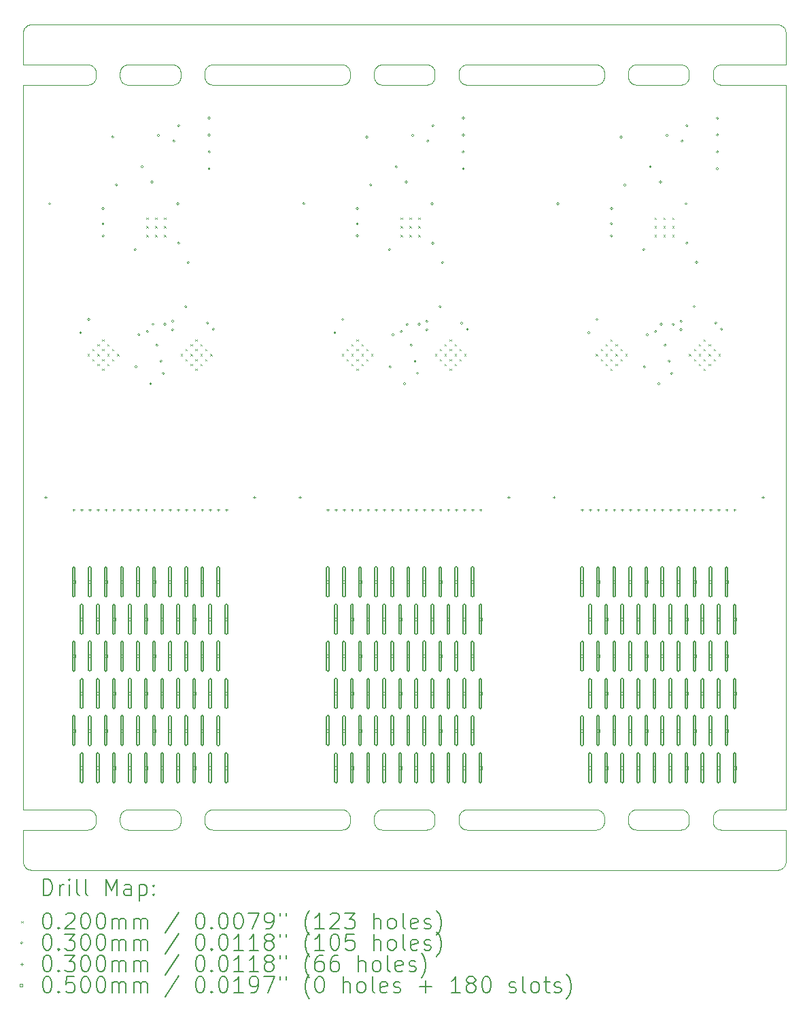
<source format=gbr>
%FSLAX45Y45*%
G04 Gerber Fmt 4.5, Leading zero omitted, Abs format (unit mm)*
G04 Created by KiCad (PCBNEW (6.0.5)) date 2022-11-09 23:04:35*
%MOMM*%
%LPD*%
G01*
G04 APERTURE LIST*
%TA.AperFunction,Profile*%
%ADD10C,0.100000*%
%TD*%
%ADD11C,0.200000*%
%ADD12C,0.020000*%
%ADD13C,0.030000*%
%ADD14C,0.050000*%
G04 APERTURE END LIST*
D10*
X8284212Y-9954352D02*
X8282464Y-9958886D01*
X2321114Y-10012464D02*
X2316672Y-10010495D01*
X9494214Y-10020030D02*
X9494166Y-10020020D01*
X2325648Y-10014213D02*
X2321114Y-10012464D01*
X882528Y-9806195D02*
X885517Y-9810026D01*
X7155314Y-10018097D02*
X7150526Y-10018928D01*
X8606685Y-706001D02*
X8604085Y-701896D01*
X9494987Y-10020883D02*
X9494980Y-10020834D01*
X4370120Y-594142D02*
X4370477Y-589296D01*
X4395646Y-532516D02*
X4398997Y-528997D01*
X2339686Y-748097D02*
X2334945Y-747033D01*
X4053315Y-706001D02*
X4050517Y-709974D01*
X5426903Y-9849686D02*
X5427967Y-9844945D01*
X4398997Y-721003D02*
X4395646Y-717484D01*
X5063886Y-742464D02*
X5059352Y-744212D01*
X1284686Y-748097D02*
X1279945Y-747033D01*
X9478765Y-10474525D02*
X9478778Y-10474504D01*
X5099354Y-532516D02*
X5102528Y-536195D01*
X8233328Y-509505D02*
X8237668Y-511690D01*
X897464Y-9831114D02*
X899212Y-9835648D01*
X0Y-10021227D02*
X0Y-10418773D01*
X7220915Y-701896D02*
X7218315Y-706001D01*
X4422332Y-738310D02*
X4418104Y-735915D01*
X895495Y-9963328D02*
X893310Y-9967668D01*
X9494579Y-10428576D02*
X9494940Y-10421226D01*
X843885Y-9777536D02*
X848328Y-9779505D01*
X7537967Y-675055D02*
X7536902Y-670314D01*
X1948310Y-9822332D02*
X1950495Y-9826672D01*
X9433279Y-7649D02*
X9433234Y-7631D01*
X1219085Y-9818104D02*
X1221685Y-9813999D01*
X7578999Y-10003315D02*
X7575026Y-10000517D01*
X9457454Y-10498032D02*
X9457473Y-10498017D01*
X692Y-9769944D02*
X739Y-9769958D01*
X9466535Y-30199D02*
X9466518Y-30181D01*
X5427967Y-574945D02*
X5429263Y-570262D01*
X30181Y-28482D02*
X29328Y-29293D01*
X1885055Y-747033D02*
X1880314Y-748097D01*
X2330262Y-10015737D02*
X2325648Y-10014213D01*
X9494940Y-10421226D02*
X9494941Y-10421201D01*
X4384085Y-548104D02*
X4386685Y-543999D01*
X9433234Y-7631D02*
X9432136Y-7207D01*
X8597536Y-9958886D02*
X8595787Y-9954352D01*
X1958928Y-584474D02*
X1959523Y-589296D01*
X72162Y-4008D02*
X72138Y-4014D01*
X7563997Y-9991003D02*
X7560646Y-9987484D01*
X5490648Y-10014213D02*
X5486114Y-10012464D01*
X4392472Y-536195D02*
X4395646Y-532516D01*
X5486114Y-742464D02*
X5481672Y-740495D01*
X9487793Y-10457136D02*
X9487801Y-10457113D01*
X5099354Y-717484D02*
X5096003Y-721003D01*
X7605262Y-745737D02*
X7600648Y-744212D01*
X9494308Y-10020056D02*
X9494261Y-10020042D01*
X188Y-9769570D02*
X217Y-9769610D01*
X1923805Y-9792472D02*
X1927484Y-9795646D01*
X1875526Y-9771072D02*
X1880314Y-9771903D01*
X4044354Y-717484D02*
X4041003Y-721003D01*
X8597536Y-688886D02*
X8595787Y-684352D01*
X9393773Y0D02*
X101227Y0D01*
X7178328Y-10010495D02*
X7173885Y-10012464D01*
X692Y-499944D02*
X739Y-499958D01*
X903928Y-9935526D02*
X903097Y-9940314D01*
X2274085Y-9971896D02*
X2271690Y-9967668D01*
X872484Y-9994354D02*
X868805Y-9997528D01*
X7540787Y-565648D02*
X7542536Y-561114D01*
X5450646Y-9802516D02*
X5453997Y-9798997D01*
X834Y-10020020D02*
X786Y-10020030D01*
X5092484Y-9795646D02*
X5096003Y-9798997D01*
X5499945Y-747033D02*
X5495262Y-745737D01*
X7634012Y-750000D02*
X7629142Y-749880D01*
X4021896Y-735915D02*
X4017668Y-738310D01*
X90177Y-514D02*
X89009Y-658D01*
X848328Y-740495D02*
X843885Y-742464D01*
X1253104Y-735915D02*
X1248999Y-733315D01*
X11823Y-52896D02*
X11294Y-53948D01*
X8618997Y-9991003D02*
X8615646Y-9987484D01*
X0Y-101227D02*
X0Y-498773D01*
X1245026Y-519483D02*
X1248999Y-516685D01*
X885517Y-9979974D02*
X882528Y-9983805D01*
X11846Y-10467147D02*
X12426Y-10468171D01*
X1952464Y-9958886D02*
X1950495Y-9963328D01*
X11283Y-10466030D02*
X11294Y-10466052D01*
X9415699Y-2220D02*
X9415676Y-2214D01*
X430Y-10020188D02*
X390Y-10020217D01*
X9494610Y-10020217D02*
X9494570Y-10020188D01*
X8287033Y-675055D02*
X8285737Y-679738D01*
X91424Y-10519579D02*
X98774Y-10519940D01*
X5063886Y-507536D02*
X5068328Y-509505D01*
X5477332Y-511690D02*
X5481672Y-509505D01*
X7212528Y-536195D02*
X7215517Y-540026D01*
X5429263Y-570262D02*
X5430787Y-565648D01*
X1216690Y-697668D02*
X1214505Y-693328D01*
X9432113Y-10512801D02*
X9432136Y-10512793D01*
X8679296Y-749523D02*
X8674474Y-748928D01*
X1214505Y-556672D02*
X1216690Y-552332D01*
X8591903Y-9849686D02*
X8592967Y-9844945D01*
X8601690Y-9822332D02*
X8604085Y-9818104D01*
X11294Y-10466052D02*
X11823Y-10467104D01*
X45496Y-16222D02*
X45475Y-16235D01*
X1216690Y-552332D02*
X1219085Y-548104D01*
X1270648Y-744212D02*
X1266114Y-742464D01*
X4055915Y-9971896D02*
X4053315Y-9976001D01*
X7227464Y-9831114D02*
X7229212Y-9835648D01*
X7225495Y-9963328D02*
X7223310Y-9967668D01*
X9406016Y-662D02*
X9405991Y-658D01*
X7535000Y-9920988D02*
X7535000Y-9869012D01*
X7209354Y-532516D02*
X7212528Y-536195D01*
X69839Y-4711D02*
X69816Y-4719D01*
X2274085Y-9818104D02*
X2276685Y-9813999D01*
X5063886Y-10012464D02*
X5059352Y-10014213D01*
X88984Y-10519338D02*
X89009Y-10519342D01*
X2262967Y-675055D02*
X2261903Y-670314D01*
X5499945Y-10017033D02*
X5495262Y-10015737D01*
X81705Y-10518259D02*
X88984Y-10519338D01*
X1907668Y-9781690D02*
X1911896Y-9784085D01*
X1245026Y-730517D02*
X1241195Y-727528D01*
X8594263Y-9840262D02*
X8595787Y-9835648D01*
X5453997Y-9991003D02*
X5450646Y-9987484D01*
X8264354Y-9802516D02*
X8267528Y-9806195D01*
X4050517Y-709974D02*
X4047528Y-713805D01*
X2344474Y-10018928D02*
X2339686Y-10018097D01*
X3995055Y-9772967D02*
X3999738Y-9774263D01*
X9473032Y-10482454D02*
X9477416Y-10476543D01*
X7535119Y-655858D02*
X7535000Y-650988D01*
X1957033Y-9844945D02*
X1958097Y-9849686D01*
X9494944Y-9769308D02*
X9494958Y-9769261D01*
X2220Y-79301D02*
X2214Y-79324D01*
X4379505Y-9826672D02*
X4381690Y-9822332D01*
X9494865Y-750512D02*
X9494839Y-750470D01*
X9494068Y-9769992D02*
X9494117Y-9769987D01*
X9414527Y-1956D02*
X9414479Y-1946D01*
X8590477Y-660704D02*
X8590120Y-655858D01*
X5030858Y-500119D02*
X5035704Y-500477D01*
X8660262Y-504263D02*
X8664945Y-502967D01*
X42Y-499261D02*
X56Y-499308D01*
X3970988Y-750000D02*
X2359012Y-750000D01*
X1205477Y-589296D02*
X1206072Y-584474D01*
X5050055Y-10017033D02*
X5045314Y-10018097D01*
X1937528Y-713805D02*
X1934354Y-717484D01*
X9443171Y-10507574D02*
X9443192Y-10507561D01*
X9472293Y-10483401D02*
X9473017Y-10482473D01*
X7542536Y-561114D02*
X7544505Y-556672D01*
X9466518Y-30181D02*
X9465707Y-29328D01*
X7169352Y-744212D02*
X7164738Y-745737D01*
X1907668Y-10008310D02*
X1903328Y-10010495D01*
X90226Y-509D02*
X90177Y-514D01*
X8275915Y-701896D02*
X8273315Y-706001D01*
X1299142Y-749880D02*
X1294296Y-749523D01*
X9478778Y-45496D02*
X9478765Y-45475D01*
X1266114Y-507536D02*
X1270648Y-505787D01*
X21983Y-10482473D02*
X22707Y-10483401D01*
X2316672Y-10010495D02*
X2312332Y-10008310D01*
X5040526Y-748928D02*
X5035704Y-749523D01*
X1957033Y-574945D02*
X1958097Y-579686D01*
X4406195Y-9792472D02*
X4410026Y-9789483D01*
X4062464Y-9958886D02*
X4060495Y-9963328D01*
X8285737Y-9949738D02*
X8284212Y-9954352D01*
X5054738Y-10015737D02*
X5050055Y-10017033D01*
X9404823Y-10519486D02*
X9405991Y-10519342D01*
X8604085Y-9818104D02*
X8606685Y-9813999D01*
X4342Y-10449043D02*
X4711Y-10450161D01*
X8633999Y-9786685D02*
X8638104Y-9784085D01*
X5495262Y-745737D02*
X5490648Y-744212D01*
X1959523Y-9930704D02*
X1958928Y-9935526D01*
X7160055Y-747033D02*
X7155314Y-748097D01*
X90177Y-10519486D02*
X90226Y-10519491D01*
X7227464Y-9958886D02*
X7225495Y-9963328D01*
X4418104Y-9784085D02*
X4422332Y-9781690D01*
X9494909Y-499400D02*
X9494928Y-499354D01*
X4041003Y-721003D02*
X4037484Y-724354D01*
X3999738Y-745737D02*
X3995055Y-747033D01*
X101227Y0D02*
X101203Y0D01*
X1206903Y-9940314D02*
X1206072Y-9935526D01*
X20Y-9769166D02*
X30Y-9769214D01*
X815704Y-749523D02*
X810858Y-749880D01*
X1253104Y-10005915D02*
X1248999Y-10003315D01*
X7546690Y-9967668D02*
X7544505Y-9963328D01*
X8289523Y-589296D02*
X8289880Y-594142D01*
X9449504Y-10503778D02*
X9449525Y-10503765D01*
X9494577Y-91399D02*
X9494491Y-90226D01*
X882528Y-536195D02*
X885517Y-540026D01*
X91424Y-421D02*
X91399Y-423D01*
X43477Y-17570D02*
X43457Y-17584D01*
X825314Y-748097D02*
X820526Y-748928D01*
X888315Y-543999D02*
X890915Y-548104D01*
X2288997Y-721003D02*
X2285646Y-717484D01*
X11846Y-52853D02*
X11823Y-52896D01*
X7145704Y-9770477D02*
X7150526Y-9771072D01*
X9466535Y-10489801D02*
X9471477Y-10484349D01*
X0Y-101203D02*
X0Y-101227D01*
X7234523Y-589296D02*
X7234880Y-594142D01*
X1237516Y-525646D02*
X1241195Y-522472D01*
X7624296Y-9770477D02*
X7629142Y-9770120D01*
X4449686Y-748097D02*
X4444945Y-747033D01*
X2260000Y-650988D02*
X2260000Y-599012D01*
X5509474Y-9771072D02*
X5514296Y-9770477D01*
X5099354Y-9802516D02*
X5102528Y-9806195D01*
X7549085Y-701896D02*
X7546690Y-697668D01*
X7549085Y-9818104D02*
X7551685Y-9813999D01*
X1219085Y-548104D02*
X1221685Y-543999D01*
X5096003Y-721003D02*
X5092484Y-724354D01*
X3970988Y-500000D02*
X3975858Y-500119D01*
X7629142Y-749880D02*
X7624296Y-749523D01*
X895495Y-9826672D02*
X897464Y-9831114D01*
X91Y-10020600D02*
X72Y-10020646D01*
X1958097Y-670314D02*
X1957033Y-675055D01*
X4014Y-10447862D02*
X4328Y-10448996D01*
X4418104Y-10005915D02*
X4413999Y-10003315D01*
X876003Y-721003D02*
X872484Y-724354D01*
X1931003Y-9798997D02*
X1934354Y-9802516D01*
X9442104Y-10508177D02*
X9442147Y-10508154D01*
X1898885Y-10012464D02*
X1894352Y-10014213D01*
X9494909Y-9769400D02*
X9494928Y-9769354D01*
X7227464Y-688886D02*
X7225495Y-693328D01*
X1943315Y-706001D02*
X1940517Y-709974D01*
X810858Y-9770120D02*
X815704Y-9770477D01*
X834Y-499980D02*
X883Y-499987D01*
X352Y-10020248D02*
X316Y-10020281D01*
X9495000Y-101227D02*
X9495000Y-101203D01*
X4053315Y-9813999D02*
X4055915Y-9818104D01*
X12439Y-10468192D02*
X16222Y-10474504D01*
X9465707Y-29328D02*
X9465672Y-29293D01*
X9449504Y-16222D02*
X9443192Y-12439D01*
X739Y-9769958D02*
X786Y-9769970D01*
X1224483Y-540026D02*
X1227472Y-536195D01*
X1206903Y-579686D02*
X1207967Y-574945D01*
X3975858Y-749880D02*
X3970988Y-750000D01*
X6Y-499019D02*
X6Y-499019D01*
X2354142Y-749880D02*
X2349296Y-749523D01*
X9494610Y-499783D02*
X9494648Y-499752D01*
X852668Y-10008310D02*
X848328Y-10010495D01*
X8215055Y-747033D02*
X8210314Y-748097D01*
X1875526Y-501072D02*
X1880314Y-501902D01*
X514Y-10429823D02*
X658Y-10430991D01*
X5025988Y-750000D02*
X4469012Y-750000D01*
X4469012Y-10020000D02*
X4464142Y-10019880D01*
X281Y-10020316D02*
X248Y-10020352D01*
X12426Y-10468171D02*
X12439Y-10468192D01*
X8615646Y-9802516D02*
X8618997Y-9798997D01*
X1943315Y-543999D02*
X1945915Y-548104D01*
X4008885Y-742464D02*
X4004352Y-744212D01*
X9494214Y-499970D02*
X9494261Y-499958D01*
X0Y-10021203D02*
X0Y-10021227D01*
X9494909Y-10020600D02*
X9494888Y-10020556D01*
X20Y-750834D02*
X13Y-750883D01*
X5441685Y-9976001D02*
X5439085Y-9971896D01*
X17570Y-10476523D02*
X17584Y-10476543D01*
X9493773Y-10020000D02*
X8689012Y-10020000D01*
X9425161Y-4711D02*
X9424043Y-4342D01*
X5050055Y-9772967D02*
X5054738Y-9774263D01*
X8237668Y-9781690D02*
X8241896Y-9784085D01*
X4454474Y-9771072D02*
X4459296Y-9770477D01*
X1227472Y-713805D02*
X1224483Y-709974D01*
X1241195Y-9997528D02*
X1237516Y-9994354D01*
X9494992Y-499068D02*
X9494994Y-499019D01*
X7587332Y-511690D02*
X7591672Y-509505D01*
X8595787Y-565648D02*
X8597536Y-561114D01*
X5519142Y-10019880D02*
X5514296Y-10019523D01*
X3980704Y-500477D02*
X3985526Y-501072D01*
X1261672Y-10010495D02*
X1257332Y-10008310D01*
X16222Y-10474504D02*
X16235Y-10474525D01*
X8288097Y-9940314D02*
X8287033Y-9945055D01*
X7198805Y-9792472D02*
X7202484Y-9795646D01*
X9495000Y-9768797D02*
X9495000Y-9768773D01*
X8642332Y-10008310D02*
X8638104Y-10005915D01*
X7235000Y-9920988D02*
X7234880Y-9925858D01*
X4377536Y-9831114D02*
X4379505Y-9826672D01*
X8273315Y-543999D02*
X8275915Y-548104D01*
X5050055Y-747033D02*
X5045314Y-748097D01*
X79324Y-2214D02*
X79301Y-2220D01*
X1880314Y-501902D02*
X1885055Y-502967D01*
X9478135Y-10475520D02*
X9478765Y-10474525D01*
X3999738Y-504263D02*
X4004352Y-505787D01*
X885517Y-709974D02*
X882528Y-713805D01*
X2220Y-10440699D02*
X4008Y-10447838D01*
X1950495Y-9963328D02*
X1948310Y-9967668D01*
X5444483Y-540026D02*
X5447472Y-536195D01*
X1937528Y-9983805D02*
X1934354Y-9987484D01*
X3990314Y-9771903D02*
X3995055Y-9772967D01*
X4004352Y-10014213D02*
X3999738Y-10015737D01*
X7578999Y-516685D02*
X7583104Y-514085D01*
X98774Y-10519940D02*
X98799Y-10519941D01*
X839352Y-10014213D02*
X834738Y-10015737D01*
X62887Y-7198D02*
X62864Y-7207D01*
X9483717Y-10466030D02*
X9486863Y-10459378D01*
X556Y-499888D02*
X600Y-499909D01*
X7575026Y-9789483D02*
X7578999Y-9786685D01*
X9472262Y-10483439D02*
X9472293Y-10483401D01*
X1257332Y-738310D02*
X1253104Y-735915D01*
X7169352Y-10014213D02*
X7164738Y-10015737D01*
X903097Y-9849686D02*
X903928Y-9854474D01*
X4402516Y-9795646D02*
X4406195Y-9792472D01*
X4444945Y-502967D02*
X4449686Y-501902D01*
X4469012Y-750000D02*
X4464142Y-749880D01*
X1911896Y-9784085D02*
X1916001Y-9786685D01*
X8289880Y-9864142D02*
X8290000Y-9869012D01*
X9494354Y-499927D02*
X9494400Y-499909D01*
X9494941Y-10421201D02*
X9495000Y-10418797D01*
X2271690Y-697668D02*
X2269505Y-693328D01*
X2260000Y-599012D02*
X2260000Y-599012D01*
X2308104Y-9784085D02*
X2312332Y-9781690D01*
X8646672Y-509505D02*
X8651114Y-507536D01*
X786Y-750030D02*
X739Y-750042D01*
X9457454Y-21968D02*
X9451543Y-17584D01*
X903097Y-579686D02*
X903928Y-584474D01*
X8618997Y-721003D02*
X8615646Y-717484D01*
X36599Y-22707D02*
X36561Y-22738D01*
X4068097Y-9849686D02*
X4068928Y-9854474D01*
X56Y-9769308D02*
X72Y-9769354D01*
X8655648Y-10014213D02*
X8651114Y-10012464D01*
X7135988Y-500000D02*
X7140858Y-500119D01*
X9494958Y-750739D02*
X9494944Y-750692D01*
X8241896Y-735915D02*
X8237668Y-738310D01*
X5076896Y-9784085D02*
X5081001Y-9786685D01*
X2303999Y-516685D02*
X2308104Y-514085D01*
X7567516Y-525646D02*
X7571195Y-522472D01*
X872484Y-724354D02*
X868805Y-727528D01*
X4379505Y-693328D02*
X4377536Y-688886D01*
X4021896Y-514085D02*
X4026001Y-516685D01*
X1205477Y-9930704D02*
X1205120Y-9925858D01*
X1945915Y-548104D02*
X1948310Y-552332D01*
X1958097Y-9940314D02*
X1957033Y-9945055D01*
X7229212Y-684352D02*
X7227464Y-688886D01*
X53948Y-10508706D02*
X53970Y-10508717D01*
X29293Y-29328D02*
X28482Y-30181D01*
X7544505Y-693328D02*
X7542536Y-688886D01*
X1227Y-500000D02*
X805988Y-500000D01*
X5068328Y-9779505D02*
X5072668Y-9781690D01*
X1865858Y-10019880D02*
X1860988Y-10020000D01*
X8615646Y-9987484D02*
X8612472Y-9983805D01*
X4021896Y-9784085D02*
X4026001Y-9786685D01*
X7535477Y-9930704D02*
X7535119Y-9925858D01*
X1205000Y-9920988D02*
X1205000Y-9869012D01*
X4037484Y-9994354D02*
X4033805Y-9997528D01*
X4026001Y-516685D02*
X4029974Y-519483D01*
X7634012Y-500000D02*
X8190988Y-500000D01*
X7631Y-61766D02*
X7207Y-62864D01*
X9494400Y-750091D02*
X9494354Y-750072D01*
X9494166Y-499980D02*
X9494214Y-499970D01*
X1253104Y-9784085D02*
X1257332Y-9781690D01*
X4008Y-72162D02*
X2220Y-79301D01*
X22707Y-10483401D02*
X22738Y-10483439D01*
X4037484Y-525646D02*
X4041003Y-528997D01*
X4469012Y-9770000D02*
X5025988Y-9770000D01*
X5119213Y-684352D02*
X5117464Y-688886D01*
X5425477Y-9930704D02*
X5425120Y-9925858D01*
X9478135Y-44480D02*
X9478108Y-44439D01*
X9393797Y0D02*
X9393773Y0D01*
X9403576Y-421D02*
X9396226Y-60D01*
X98799Y-59D02*
X98774Y-60D01*
X4033805Y-522472D02*
X4037484Y-525646D01*
X1212536Y-561114D02*
X1214505Y-556672D01*
X1916001Y-516685D02*
X1919974Y-519483D01*
X904880Y-9925858D02*
X904523Y-9930704D01*
X861001Y-9786685D02*
X864974Y-9789483D01*
X9404774Y-10519491D02*
X9404823Y-10519486D01*
X8278310Y-9822332D02*
X8280495Y-9826672D01*
X5105517Y-540026D02*
X5108315Y-543999D01*
X2354142Y-500119D02*
X2359012Y-500000D01*
X5465026Y-730517D02*
X5461195Y-727528D01*
X4370477Y-9930704D02*
X4370120Y-9925858D01*
X890915Y-701896D02*
X888315Y-706001D01*
X5514296Y-9770477D02*
X5519142Y-9770120D01*
X8655648Y-9775787D02*
X8660262Y-9774263D01*
X28482Y-30181D02*
X28465Y-30199D01*
X864974Y-9789483D02*
X868805Y-9792472D01*
X3995055Y-747033D02*
X3990314Y-748097D01*
X7225495Y-693328D02*
X7223310Y-697668D01*
X830055Y-10017033D02*
X825314Y-10018097D01*
X5084974Y-10000517D02*
X5081001Y-10003315D01*
X9482561Y-10468192D02*
X9482574Y-10468171D01*
X2316672Y-509505D02*
X2321114Y-507536D01*
X2279483Y-9979974D02*
X2276685Y-9976001D01*
X4050517Y-540026D02*
X4053315Y-543999D01*
X5430787Y-9835648D02*
X5432536Y-9831114D01*
X9423996Y-4328D02*
X9422862Y-4014D01*
X8257484Y-724354D02*
X8253805Y-727528D01*
X45475Y-10503765D02*
X45496Y-10503778D01*
X1955737Y-679738D02*
X1954212Y-684352D01*
X825314Y-10018097D02*
X820526Y-10018928D01*
X509Y-90226D02*
X423Y-91399D01*
X7629142Y-10019880D02*
X7624296Y-10019523D01*
X4426672Y-9779505D02*
X4431114Y-9777536D01*
X8290000Y-650988D02*
X8289880Y-655858D01*
X98799Y-10519941D02*
X101203Y-10520000D01*
X6Y-499019D02*
X8Y-499068D01*
X2316672Y-740495D02*
X2312332Y-738310D01*
X5110915Y-9818104D02*
X5113310Y-9822332D01*
X7209354Y-717484D02*
X7206003Y-721003D01*
X2312332Y-9781690D02*
X2316672Y-9779505D01*
X1940517Y-9810026D02*
X1943315Y-9813999D01*
X4055915Y-701896D02*
X4053315Y-706001D01*
X45496Y-10503778D02*
X51808Y-10507561D01*
X1233997Y-721003D02*
X1230646Y-717484D01*
X7546690Y-9822332D02*
X7549085Y-9818104D01*
X1224483Y-709974D02*
X1221685Y-706001D01*
X5084974Y-730517D02*
X5081001Y-733315D01*
X91Y-750600D02*
X72Y-750645D01*
X51829Y-10507574D02*
X52853Y-10508154D01*
X893310Y-552332D02*
X895495Y-556672D01*
X9483706Y-10466052D02*
X9483717Y-10466030D01*
X8642332Y-511690D02*
X8646672Y-509505D01*
X9494491Y-90226D02*
X9494486Y-90177D01*
X390Y-9769783D02*
X430Y-9769812D01*
X3985526Y-10018928D02*
X3980704Y-10019523D01*
X1214505Y-9826672D02*
X1216690Y-9822332D01*
X1880314Y-748097D02*
X1875526Y-748928D01*
X8590000Y-9920988D02*
X8590000Y-9869012D01*
X4041003Y-9798997D02*
X4044354Y-9802516D01*
X5447472Y-9806195D02*
X5450646Y-9802516D01*
X5115495Y-693328D02*
X5113310Y-697668D01*
X899212Y-565648D02*
X900737Y-570262D01*
X2354142Y-9770120D02*
X2359012Y-9770000D01*
X2274085Y-548104D02*
X2276685Y-543999D01*
X30199Y-28465D02*
X30181Y-28482D01*
X5473104Y-10005915D02*
X5468999Y-10003315D01*
X7583104Y-10005915D02*
X7578999Y-10003315D01*
X4372967Y-675055D02*
X4371903Y-670314D01*
X1860988Y-9770000D02*
X1860988Y-9770000D01*
X9494888Y-10020556D02*
X9494865Y-10020513D01*
X4026001Y-9786685D02*
X4029974Y-9789483D01*
X5124880Y-655858D02*
X5124523Y-660704D01*
X8219738Y-504263D02*
X8224352Y-505787D01*
X9495000Y-498773D02*
X9495000Y-101227D01*
X4426672Y-740495D02*
X4422332Y-738310D01*
X8280495Y-9963328D02*
X8278310Y-9967668D01*
X9487369Y-10458234D02*
X9487793Y-10457136D01*
X4370000Y-599012D02*
X4370120Y-594142D01*
X4062464Y-561114D02*
X4064212Y-565648D01*
X9494487Y-499865D02*
X9494530Y-499839D01*
X9494783Y-10020390D02*
X9494752Y-10020352D01*
X7160055Y-9772967D02*
X7164738Y-9774263D01*
X4328Y-71004D02*
X4014Y-72138D01*
X2267536Y-688886D02*
X2265787Y-684352D01*
X8253805Y-522472D02*
X8257484Y-525646D01*
X2282472Y-9983805D02*
X2279483Y-9979974D01*
X5495262Y-10015737D02*
X5490648Y-10014213D01*
X7160055Y-10017033D02*
X7155314Y-10018097D01*
X9486863Y-60622D02*
X9483717Y-53970D01*
X81705Y-1741D02*
X81681Y-1745D01*
X9424043Y-10515658D02*
X9425161Y-10515289D01*
X5124523Y-660704D02*
X5123928Y-665526D01*
X4464142Y-10019880D02*
X4459296Y-10019523D01*
X5063886Y-9777536D02*
X5068328Y-9779505D01*
X7614686Y-748097D02*
X7609945Y-747033D01*
X59Y-10421201D02*
X60Y-10421226D01*
X888315Y-9976001D02*
X885517Y-9979974D01*
X52853Y-11846D02*
X51829Y-12426D01*
X98774Y-60D02*
X91424Y-421D01*
X13Y-10020883D02*
X8Y-10020932D01*
X9464819Y-28482D02*
X9464801Y-28465D01*
X1219085Y-701896D02*
X1216690Y-697668D01*
X43457Y-10502416D02*
X43477Y-10502430D01*
X1919974Y-10000517D02*
X1916001Y-10003315D01*
X9425161Y-10515289D02*
X9425184Y-10515281D01*
X7223310Y-552332D02*
X7225495Y-556672D01*
X69816Y-4719D02*
X62887Y-7198D01*
X56Y-10020692D02*
X42Y-10020739D01*
X7150526Y-9771072D02*
X7155314Y-9771903D01*
X4711Y-69839D02*
X4342Y-70957D01*
X1880314Y-10018097D02*
X1875526Y-10018928D01*
X1894352Y-9775787D02*
X1898885Y-9777536D01*
X9494719Y-499684D02*
X9494752Y-499648D01*
X904880Y-9864142D02*
X905000Y-9869012D01*
X8599505Y-9826672D02*
X8601690Y-9822332D01*
X4065737Y-9949738D02*
X4064212Y-9954352D01*
X1299142Y-500119D02*
X1304012Y-500000D01*
X7234880Y-9864142D02*
X7235000Y-9869012D01*
X9494970Y-9769214D02*
X9494980Y-9769166D01*
X1206903Y-9849686D02*
X1207967Y-9844945D01*
X4410026Y-519483D02*
X4413999Y-516685D01*
X1959880Y-594142D02*
X1960000Y-599012D01*
X4406195Y-9997528D02*
X4402516Y-9994354D01*
X8264354Y-717484D02*
X8261003Y-721003D01*
X2260477Y-660704D02*
X2260120Y-655858D01*
X7145704Y-10019523D02*
X7140858Y-10019880D01*
X9490992Y-72162D02*
X9490986Y-72138D01*
X6Y-9769019D02*
X8Y-9769068D01*
X4065737Y-679738D02*
X4064212Y-684352D01*
X4033805Y-9792472D02*
X4037484Y-9795646D01*
X883Y-499987D02*
X932Y-499992D01*
X5465026Y-519483D02*
X5468999Y-516685D01*
X5059352Y-9775787D02*
X5063886Y-9777536D01*
X7571195Y-9997528D02*
X7567516Y-9994354D01*
X902033Y-574945D02*
X903097Y-579686D01*
X1210787Y-565648D02*
X1212536Y-561114D01*
X904523Y-9859296D02*
X904880Y-9864142D01*
X7536072Y-9935526D02*
X7535477Y-9930704D01*
X9494994Y-499019D02*
X9495000Y-498797D01*
X2349296Y-500477D02*
X2354142Y-500119D01*
X8278310Y-552332D02*
X8280495Y-556672D01*
X5514296Y-749523D02*
X5509474Y-748928D01*
X7218315Y-706001D02*
X7215517Y-709974D01*
X7567516Y-9994354D02*
X7563997Y-9991003D01*
X80521Y-10518053D02*
X81681Y-10518255D01*
X9494117Y-499987D02*
X9494166Y-499980D01*
X2279483Y-709974D02*
X2276685Y-706001D01*
X2321114Y-507536D02*
X2325648Y-505787D01*
X893310Y-9822332D02*
X895495Y-9826672D01*
X1937528Y-9806195D02*
X1940517Y-9810026D01*
X7198Y-62887D02*
X4719Y-69816D01*
X897464Y-688886D02*
X895495Y-693328D01*
X5117464Y-688886D02*
X5115495Y-693328D01*
X7583104Y-735915D02*
X7578999Y-733315D01*
X903097Y-9940314D02*
X902033Y-9945055D01*
X1945915Y-9818104D02*
X1948310Y-9822332D01*
X843885Y-742464D02*
X839352Y-744212D01*
X5425120Y-655858D02*
X5425000Y-650988D01*
X5123097Y-9849686D02*
X5123928Y-9854474D01*
X7600648Y-10014213D02*
X7596114Y-10012464D01*
X2308104Y-514085D02*
X2312332Y-511690D01*
X692Y-10020056D02*
X646Y-10020072D01*
X5123097Y-9940314D02*
X5122033Y-9945055D01*
X7551685Y-543999D02*
X7554483Y-540026D01*
X9404774Y-509D02*
X9403600Y-423D01*
X9441052Y-10508706D02*
X9442104Y-10508177D01*
X4069880Y-655858D02*
X4069523Y-660704D01*
X4371903Y-9940314D02*
X4371072Y-9935526D01*
X5110915Y-701896D02*
X5108315Y-706001D01*
X2269505Y-556672D02*
X2271690Y-552332D01*
X9434378Y-8137D02*
X9434355Y-8126D01*
X2260477Y-589296D02*
X2261072Y-584474D01*
X5481672Y-740495D02*
X5477332Y-738310D01*
X44439Y-10503108D02*
X44480Y-10503135D01*
X5119213Y-565648D02*
X5120737Y-570262D01*
X5025988Y-10020000D02*
X4469012Y-10020000D01*
X1275262Y-10015737D02*
X1270648Y-10014213D01*
X8215055Y-10017033D02*
X8210314Y-10018097D01*
X1275262Y-9774263D02*
X1279945Y-9772967D01*
X9393797Y-10520000D02*
X9396201Y-10519941D01*
X8638104Y-9784085D02*
X8642332Y-9781690D01*
X9495000Y-101203D02*
X9494941Y-98799D01*
X1958928Y-9854474D02*
X1959523Y-9859296D01*
X470Y-9769839D02*
X513Y-9769865D01*
X9494865Y-10020513D02*
X9494839Y-10020470D01*
X8646672Y-10010495D02*
X8642332Y-10008310D01*
X3970988Y-9770000D02*
X3975858Y-9770120D01*
X5519142Y-9770120D02*
X5524012Y-9770000D01*
X8689012Y-10020000D02*
X8684142Y-10019880D01*
X9494577Y-10428600D02*
X9494579Y-10428576D01*
X0Y-751227D02*
X0Y-9768773D01*
X7223310Y-9822332D02*
X7225495Y-9826672D01*
X423Y-91399D02*
X421Y-91424D01*
X7150526Y-501072D02*
X7155314Y-501902D01*
X9471477Y-35651D02*
X9466535Y-30199D01*
X1923805Y-522472D02*
X1927484Y-525646D01*
X4370120Y-9925858D02*
X4370000Y-9920988D01*
X0Y-498773D02*
X0Y-498797D01*
X9403576Y-10519579D02*
X9403600Y-10519577D01*
X1284686Y-10018097D02*
X1279945Y-10017033D01*
X8282464Y-9958886D02*
X8280495Y-9963328D01*
X981Y-9769994D02*
X1203Y-9770000D01*
X7549085Y-9971896D02*
X7546690Y-9967668D01*
X9451523Y-10502430D02*
X9451543Y-10502416D01*
X7619474Y-9771072D02*
X7624296Y-9770477D01*
X9494888Y-9769444D02*
X9494909Y-9769400D01*
X3990314Y-10018097D02*
X3985526Y-10018928D01*
X904880Y-594142D02*
X905000Y-599012D01*
X2321114Y-742464D02*
X2316672Y-740495D01*
X1959523Y-9859296D02*
X1959880Y-9864142D01*
X4371072Y-584474D02*
X4371903Y-579686D01*
X1230646Y-717484D02*
X1227472Y-713805D01*
X1205477Y-9859296D02*
X1206072Y-9854474D01*
X4370477Y-9859296D02*
X4371072Y-9854474D01*
X8651114Y-742464D02*
X8646672Y-740495D01*
X600Y-9769909D02*
X646Y-9769928D01*
X7215517Y-540026D02*
X7218315Y-543999D01*
X2260120Y-594142D02*
X2260477Y-589296D01*
X70957Y-10515658D02*
X71004Y-10515672D01*
X2260000Y-599012D02*
X2260120Y-594142D01*
X820526Y-748928D02*
X815704Y-749523D01*
X12439Y-51808D02*
X12426Y-51829D01*
X3985526Y-9771072D02*
X3990314Y-9771903D01*
X2359012Y-750000D02*
X2354142Y-749880D01*
X5425477Y-660704D02*
X5425120Y-655858D01*
X4033805Y-727528D02*
X4029974Y-730517D01*
X905000Y-599012D02*
X905000Y-650988D01*
X805988Y-750000D02*
X1227Y-750000D01*
X4068097Y-579686D02*
X4068928Y-584474D01*
X9494994Y-750981D02*
X9494992Y-750932D01*
X9494487Y-750135D02*
X9494444Y-750112D01*
X1248999Y-733315D02*
X1245026Y-730517D01*
X1903328Y-740495D02*
X1898885Y-742464D01*
X8267528Y-713805D02*
X8264354Y-717484D01*
X2296195Y-9997528D02*
X2292516Y-9994354D01*
X8284212Y-9835648D02*
X8285737Y-9840262D01*
X7140858Y-749880D02*
X7135988Y-750000D01*
X9473017Y-10482473D02*
X9473032Y-10482454D01*
X4050517Y-9979974D02*
X4047528Y-9983805D01*
X4398997Y-9798997D02*
X4402516Y-9795646D01*
X7155314Y-9771903D02*
X7160055Y-9772967D01*
X0Y-10418797D02*
X59Y-10421201D01*
X1205477Y-660704D02*
X1205120Y-655858D01*
X4055915Y-9818104D02*
X4058310Y-9822332D01*
X834738Y-10015737D02*
X830055Y-10017033D01*
X88984Y-662D02*
X81705Y-1741D01*
X52896Y-11823D02*
X52853Y-11846D01*
X5099354Y-9987484D02*
X5096003Y-9991003D01*
X7554483Y-709974D02*
X7551685Y-706001D01*
X90226Y-10519491D02*
X91399Y-10519577D01*
X7234523Y-9930704D02*
X7233928Y-9935526D01*
X8626195Y-727528D02*
X8622516Y-724354D01*
X7207Y-10457136D02*
X7631Y-10458234D01*
X1911896Y-10005915D02*
X1907668Y-10008310D01*
X23507Y-10484330D02*
X23523Y-10484349D01*
X9413319Y-1745D02*
X9413295Y-1741D01*
X4370477Y-660704D02*
X4370120Y-655858D01*
X2296195Y-9792472D02*
X2300026Y-9789483D01*
X5035704Y-500477D02*
X5040526Y-501072D01*
X421Y-91424D02*
X60Y-98774D01*
X8126Y-60644D02*
X7649Y-61721D01*
X4406195Y-522472D02*
X4410026Y-519483D01*
X9494783Y-750390D02*
X9494752Y-750352D01*
X864974Y-730517D02*
X861001Y-733315D01*
X786Y-9769970D02*
X834Y-9769980D01*
X4065737Y-570262D02*
X4067033Y-574945D01*
X8609483Y-709974D02*
X8606685Y-706001D01*
X3980704Y-10019523D02*
X3975858Y-10019880D01*
X316Y-750281D02*
X281Y-750316D01*
X2285646Y-717484D02*
X2282472Y-713805D01*
X895495Y-693328D02*
X893310Y-697668D01*
X8195858Y-749880D02*
X8190988Y-750000D01*
X1219085Y-9971896D02*
X1216690Y-9967668D01*
X30Y-499214D02*
X42Y-499261D01*
X2349296Y-749523D02*
X2344474Y-748928D01*
X9465672Y-10490707D02*
X9465707Y-10490672D01*
X646Y-10020072D02*
X600Y-10020091D01*
X4058310Y-9822332D02*
X4060495Y-9826672D01*
X8257484Y-525646D02*
X8261003Y-528997D01*
X4070000Y-9869012D02*
X4070000Y-9920988D01*
X4398997Y-9991003D02*
X4395646Y-9987484D01*
X5108315Y-543999D02*
X5110915Y-548104D01*
X5425477Y-589296D02*
X5426072Y-584474D01*
X4386685Y-9976001D02*
X4384085Y-9971896D01*
X5447472Y-713805D02*
X5444483Y-709974D01*
X8664945Y-10017033D02*
X8660262Y-10015737D01*
X4060495Y-9963328D02*
X4058310Y-9967668D01*
X4068928Y-9854474D02*
X4069523Y-9859296D01*
X9396226Y-60D02*
X9396201Y-59D01*
X2265787Y-9835648D02*
X2267536Y-9831114D01*
X9471493Y-35670D02*
X9471477Y-35651D01*
X5425120Y-9864142D02*
X5425477Y-9859296D01*
X5096003Y-9991003D02*
X5092484Y-9994354D01*
X8261003Y-9798997D02*
X8264354Y-9802516D01*
X4395646Y-717484D02*
X4392472Y-713805D01*
X1948310Y-697668D02*
X1945915Y-701896D01*
X9458401Y-22707D02*
X9457473Y-21983D01*
X7202484Y-9795646D02*
X7206003Y-9798997D01*
X9450520Y-16865D02*
X9449525Y-16235D01*
X4065737Y-9840262D02*
X4067033Y-9844945D01*
X5045314Y-748097D02*
X5040526Y-748928D01*
X4377536Y-688886D02*
X4375787Y-684352D01*
X79301Y-2220D02*
X72162Y-4008D01*
X9494019Y-9769994D02*
X9494068Y-9769992D01*
X9494648Y-10020248D02*
X9494610Y-10020217D01*
X28482Y-10489819D02*
X29293Y-10490672D01*
X852668Y-511690D02*
X856896Y-514085D01*
X43477Y-10502430D02*
X44439Y-10503108D01*
X9494958Y-9769261D02*
X9494970Y-9769214D01*
X1245026Y-10000517D02*
X1241195Y-9997528D01*
X4062464Y-688886D02*
X4060495Y-693328D01*
X856896Y-10005915D02*
X852668Y-10008310D01*
X5461195Y-9997528D02*
X5457516Y-9994354D01*
X9494648Y-499752D02*
X9494684Y-499719D01*
X2303999Y-733315D02*
X2300026Y-730517D01*
X8590120Y-9864142D02*
X8590477Y-9859296D01*
X8590000Y-650988D02*
X8590000Y-599012D01*
X1279945Y-502967D02*
X1284686Y-501902D01*
X4068928Y-665526D02*
X4068097Y-670314D01*
X834Y-9769980D02*
X883Y-9769987D01*
X7194974Y-730517D02*
X7191001Y-733315D01*
X5426072Y-584474D02*
X5426903Y-579686D01*
X1209263Y-679738D02*
X1207967Y-675055D01*
X5447472Y-536195D02*
X5450646Y-532516D01*
X7535000Y-650988D02*
X7535000Y-599012D01*
X4392472Y-713805D02*
X4389483Y-709974D01*
X9494944Y-499308D02*
X9494958Y-499261D01*
X9494992Y-10020932D02*
X9494987Y-10020883D01*
X1209263Y-570262D02*
X1210787Y-565648D01*
X1940517Y-540026D02*
X1943315Y-543999D01*
X815704Y-9770477D02*
X820526Y-9771072D01*
X9494530Y-9769839D02*
X9494570Y-9769812D01*
X2260477Y-9859296D02*
X2261072Y-9854474D01*
X1203Y-10020000D02*
X981Y-10020006D01*
X5035704Y-9770477D02*
X5040526Y-9771072D01*
X112Y-750556D02*
X91Y-750600D01*
X1946Y-10439479D02*
X1956Y-10439527D01*
X9451543Y-17584D02*
X9451523Y-17570D01*
X9494812Y-9769570D02*
X9494839Y-9769530D01*
X1916001Y-9786685D02*
X1919974Y-9789483D01*
X8288097Y-579686D02*
X8288928Y-584474D01*
X7135988Y-750000D02*
X5524012Y-750000D01*
X1950495Y-693328D02*
X1948310Y-697668D01*
X7233928Y-665526D02*
X7233097Y-670314D01*
X9494444Y-499888D02*
X9494487Y-499865D01*
X856896Y-9784085D02*
X861001Y-9786685D01*
X9451523Y-17570D02*
X9450561Y-16892D01*
X1950495Y-9826672D02*
X1952464Y-9831114D01*
X4375787Y-9835648D02*
X4377536Y-9831114D01*
X1959523Y-589296D02*
X1959880Y-594142D01*
X7233097Y-670314D02*
X7232033Y-675055D01*
X646Y-750072D02*
X600Y-750091D01*
X7164738Y-9774263D02*
X7169352Y-9775787D01*
X8290000Y-9920988D02*
X8289880Y-9925858D01*
X2265787Y-9954352D02*
X2264263Y-9949738D01*
X2261903Y-579686D02*
X2262967Y-574945D01*
X7235000Y-9869012D02*
X7235000Y-9920988D01*
X2276685Y-706001D02*
X2274085Y-701896D01*
X9494354Y-750072D02*
X9494308Y-750056D01*
X9472293Y-36599D02*
X9472262Y-36561D01*
X29293Y-10490672D02*
X29328Y-10490707D01*
X9494117Y-9769987D02*
X9494166Y-9769980D01*
X7551685Y-9813999D02*
X7554483Y-9810026D01*
X5465026Y-10000517D02*
X5461195Y-9997528D01*
X5125000Y-599012D02*
X5125000Y-650988D01*
X8633999Y-733315D02*
X8630026Y-730517D01*
X5425000Y-599012D02*
X5425000Y-599012D01*
X5096003Y-9798997D02*
X5099354Y-9802516D01*
X5481672Y-509505D02*
X5486114Y-507536D01*
X1275262Y-504263D02*
X1279945Y-502967D01*
X5426072Y-665526D02*
X5425477Y-660704D01*
X8288097Y-670314D02*
X8287033Y-675055D01*
X9494684Y-750281D02*
X9494648Y-750248D01*
X8633999Y-10003315D02*
X8630026Y-10000517D01*
X3980704Y-9770477D02*
X3985526Y-9771072D01*
X1216690Y-9822332D02*
X1219085Y-9818104D01*
X646Y-499927D02*
X692Y-499944D01*
X9490658Y-70957D02*
X9490289Y-69839D01*
X5425000Y-599012D02*
X5425120Y-594142D01*
X2276685Y-9976001D02*
X2274085Y-9971896D01*
X7207Y-62864D02*
X7198Y-62887D01*
X3980704Y-749523D02*
X3975858Y-749880D01*
X2288997Y-528997D02*
X2292516Y-525646D01*
X834738Y-504263D02*
X839352Y-505787D01*
X1206072Y-584474D02*
X1206903Y-579686D01*
X8590000Y-599012D02*
X8590120Y-594142D01*
X7554483Y-9979974D02*
X7551685Y-9976001D01*
X4464142Y-9770120D02*
X4469012Y-9770000D01*
X856896Y-514085D02*
X861001Y-516685D01*
X5477332Y-9781690D02*
X5481672Y-9779505D01*
X7220915Y-9971896D02*
X7218315Y-9976001D01*
X4375787Y-9954352D02*
X4374263Y-9949738D01*
X4044354Y-9987484D02*
X4041003Y-9991003D01*
X3975858Y-500119D02*
X3980704Y-500477D01*
X9493053Y-10439479D02*
X9493255Y-10438319D01*
X7557472Y-536195D02*
X7560646Y-532516D01*
X7600648Y-505787D02*
X7605262Y-504263D01*
X820526Y-501072D02*
X825314Y-501902D01*
X9464801Y-10491535D02*
X9464819Y-10491518D01*
X2321114Y-9777536D02*
X2325648Y-9775787D01*
X2260120Y-9925858D02*
X2260000Y-9920988D01*
X7539263Y-9949738D02*
X7537967Y-9945055D01*
X4459296Y-10019523D02*
X4454474Y-10018928D01*
X9450561Y-16892D02*
X9450520Y-16865D01*
X8597536Y-9831114D02*
X8599505Y-9826672D01*
X17584Y-43457D02*
X17570Y-43477D01*
X1885055Y-9772967D02*
X1889738Y-9774263D01*
X8249974Y-10000517D02*
X8246001Y-10003315D01*
X4068928Y-9935526D02*
X4068097Y-9940314D01*
X4413999Y-733315D02*
X4410026Y-730517D01*
X646Y-9769928D02*
X692Y-9769944D01*
X1865858Y-500119D02*
X1870704Y-500477D01*
X4029974Y-10000517D02*
X4026001Y-10003315D01*
X5499945Y-502967D02*
X5504686Y-501902D01*
X4037484Y-724354D02*
X4033805Y-727528D01*
X7560646Y-532516D02*
X7563997Y-528997D01*
X5113310Y-552332D02*
X5115495Y-556672D01*
X1745Y-81681D02*
X1741Y-81705D01*
X897464Y-9958886D02*
X895495Y-9963328D01*
X8618997Y-9798997D02*
X8622516Y-9795646D01*
X888315Y-9813999D02*
X890915Y-9818104D01*
X9494261Y-10020042D02*
X9494214Y-10020030D01*
X9478765Y-45475D02*
X9478135Y-44480D01*
X1903328Y-509505D02*
X1907668Y-511690D01*
X7178328Y-509505D02*
X7182668Y-511690D01*
X2285646Y-532516D02*
X2288997Y-528997D01*
X5088805Y-9997528D02*
X5084974Y-10000517D01*
X9483177Y-52896D02*
X9483154Y-52853D01*
X6Y-750981D02*
X0Y-751203D01*
X3975858Y-9770120D02*
X3980704Y-9770477D01*
X1227472Y-9806195D02*
X1230646Y-9802516D01*
X8630026Y-730517D02*
X8626195Y-727528D01*
X981Y-499994D02*
X1203Y-500000D01*
X8288928Y-584474D02*
X8289523Y-589296D01*
X9477416Y-43457D02*
X9473032Y-37546D01*
X848328Y-509505D02*
X852668Y-511690D01*
X9494980Y-499165D02*
X9494987Y-499117D01*
X9494342Y-89009D02*
X9494338Y-88984D01*
X9472262Y-36561D02*
X9471493Y-35670D01*
X2271690Y-552332D02*
X2274085Y-548104D01*
X4017668Y-738310D02*
X4013328Y-740495D01*
X834738Y-745737D02*
X830055Y-747033D01*
X161Y-10020470D02*
X135Y-10020513D01*
X89009Y-10519342D02*
X90177Y-10519486D01*
X2349296Y-10019523D02*
X2344474Y-10018928D01*
X8604085Y-701896D02*
X8601690Y-697668D01*
X8591903Y-579686D02*
X8592967Y-574945D01*
X4058310Y-9967668D02*
X4055915Y-9971896D01*
X2339686Y-9771903D02*
X2344474Y-9771072D01*
X7233928Y-9854474D02*
X7234523Y-9859296D01*
X248Y-10020352D02*
X217Y-10020390D01*
X5432536Y-9831114D02*
X5434505Y-9826672D01*
X7218315Y-9813999D02*
X7220915Y-9818104D01*
X5486114Y-9777536D02*
X5490648Y-9775787D01*
X1241195Y-727528D02*
X1237516Y-724354D01*
X4060495Y-9826672D02*
X4062464Y-9831114D01*
X5450646Y-532516D02*
X5453997Y-528997D01*
X8261003Y-9991003D02*
X8257484Y-9994354D01*
X112Y-499444D02*
X135Y-499487D01*
X91399Y-10519577D02*
X91424Y-10519579D01*
X786Y-499970D02*
X834Y-499980D01*
X9494354Y-9769928D02*
X9494400Y-9769909D01*
X7649Y-10458279D02*
X8126Y-10459355D01*
X1898885Y-742464D02*
X1894352Y-744212D01*
X35651Y-10496477D02*
X35670Y-10496493D01*
X9466518Y-10489819D02*
X9466535Y-10489801D01*
X2325648Y-744212D02*
X2321114Y-742464D01*
X852668Y-9781690D02*
X856896Y-9784085D01*
X4041003Y-9991003D02*
X4037484Y-9994354D01*
X8638104Y-10005915D02*
X8633999Y-10003315D01*
X9494214Y-9769970D02*
X9494261Y-9769958D01*
X8689012Y-750000D02*
X8684142Y-749880D01*
X7596114Y-9777536D02*
X7600648Y-9775787D01*
X8604085Y-548104D02*
X8606685Y-543999D01*
X5434505Y-556672D02*
X5436690Y-552332D01*
X81681Y-1745D02*
X80521Y-1946D01*
X36561Y-10497262D02*
X36599Y-10497293D01*
X9483717Y-53970D02*
X9483706Y-53948D01*
X5117464Y-9831114D02*
X5119213Y-9835648D01*
X1865858Y-9770120D02*
X1870704Y-9770477D01*
X1870704Y-10019523D02*
X1865858Y-10019880D01*
X135Y-499487D02*
X161Y-499529D01*
X4064212Y-565648D02*
X4065737Y-570262D01*
X8684142Y-500119D02*
X8689012Y-500000D01*
X1957033Y-9945055D02*
X1955737Y-9949738D01*
X2282472Y-536195D02*
X2285646Y-532516D01*
X4711Y-10450161D02*
X4719Y-10450184D01*
X1261672Y-9779505D02*
X1266114Y-9777536D01*
X2269505Y-693328D02*
X2267536Y-688886D01*
X7235000Y-650988D02*
X7234880Y-655858D01*
X9396201Y-59D02*
X9393797Y0D01*
X8646672Y-9779505D02*
X8651114Y-9777536D01*
X7591672Y-10010495D02*
X7587332Y-10008310D01*
X815704Y-500477D02*
X820526Y-501072D01*
X8278310Y-9967668D02*
X8275915Y-9971896D01*
X5059352Y-505787D02*
X5063886Y-507536D01*
X9494530Y-10020161D02*
X9494487Y-10020135D01*
X5509474Y-748928D02*
X5504686Y-748097D01*
X53970Y-11283D02*
X53948Y-11294D01*
X2330262Y-745737D02*
X2325648Y-744212D01*
X4060495Y-693328D02*
X4058310Y-697668D01*
X9494839Y-10020470D02*
X9494812Y-10020430D01*
X8609483Y-9979974D02*
X8606685Y-9976001D01*
X8Y-499068D02*
X13Y-499117D01*
X2261072Y-665526D02*
X2260477Y-660704D01*
X423Y-10428600D02*
X509Y-10429774D01*
X5477332Y-738310D02*
X5473104Y-735915D01*
X352Y-9769752D02*
X390Y-9769783D01*
X4004352Y-505787D02*
X4008885Y-507536D01*
X1289474Y-10018928D02*
X1284686Y-10018097D01*
X20Y-499165D02*
X30Y-499214D01*
X5436690Y-552332D02*
X5439085Y-548104D01*
X9494944Y-750692D02*
X9494928Y-750645D01*
X7605262Y-9774263D02*
X7609945Y-9772967D01*
X895495Y-556672D02*
X897464Y-561114D01*
X430Y-499812D02*
X470Y-499839D01*
X9493053Y-80521D02*
X9493044Y-80473D01*
X17570Y-43477D02*
X16892Y-44439D01*
X8228885Y-10012464D02*
X8224352Y-10014213D01*
X4410026Y-9789483D02*
X4413999Y-9786685D01*
X4371903Y-9849686D02*
X4372967Y-9844945D01*
X4372967Y-9945055D02*
X4371903Y-9940314D01*
X390Y-10020217D02*
X352Y-10020248D01*
X1919974Y-519483D02*
X1923805Y-522472D01*
X2312332Y-511690D02*
X2316672Y-509505D01*
X9415699Y-10517780D02*
X9422838Y-10515992D01*
X7649Y-61721D02*
X7631Y-61766D01*
X4440262Y-10015737D02*
X4435648Y-10014213D01*
X9490281Y-10450184D02*
X9490289Y-10450161D01*
X9459349Y-10496477D02*
X9464801Y-10491535D01*
X556Y-9769888D02*
X600Y-9769909D01*
X4342Y-70957D02*
X4328Y-71004D01*
X8660262Y-9774263D02*
X8664945Y-9772967D01*
X5495262Y-9774263D02*
X5499945Y-9772967D01*
X60622Y-8137D02*
X53970Y-11283D01*
X9482561Y-51808D02*
X9478778Y-45496D01*
X8233328Y-740495D02*
X8228885Y-742464D01*
X7536902Y-670314D02*
X7536072Y-665526D01*
X5473104Y-735915D02*
X5468999Y-733315D01*
X8287033Y-9844945D02*
X8288097Y-9849686D01*
X52896Y-10508177D02*
X53948Y-10508706D01*
X7218315Y-543999D02*
X7220915Y-548104D01*
X7578999Y-733315D02*
X7575026Y-730517D01*
X8630026Y-519483D02*
X8633999Y-516685D01*
X4013328Y-740495D02*
X4008885Y-742464D01*
X904523Y-9930704D02*
X903928Y-9935526D01*
X4047528Y-536195D02*
X4050517Y-540026D01*
X876003Y-9991003D02*
X872484Y-9994354D01*
X9494400Y-10020091D02*
X9494354Y-10020072D01*
X5115495Y-556672D02*
X5117464Y-561114D01*
X3990314Y-748097D02*
X3985526Y-748928D01*
X4395646Y-9987484D02*
X4392472Y-9983805D01*
X1907668Y-738310D02*
X1903328Y-740495D01*
X4449686Y-10018097D02*
X4444945Y-10017033D01*
X9478108Y-10475561D02*
X9478135Y-10475520D01*
X8606685Y-9976001D02*
X8604085Y-9971896D01*
X9494958Y-10020739D02*
X9494944Y-10020692D01*
X1958928Y-665526D02*
X1958097Y-670314D01*
X16865Y-10475520D02*
X16892Y-10475561D01*
X4067033Y-675055D02*
X4065737Y-679738D01*
X8253805Y-9997528D02*
X8249974Y-10000517D01*
X739Y-10020042D02*
X692Y-10020056D01*
X5441685Y-706001D02*
X5439085Y-701896D01*
X470Y-750160D02*
X430Y-750188D01*
X8200704Y-9770477D02*
X8205526Y-9771072D01*
X72Y-10020646D02*
X56Y-10020692D01*
X868805Y-9792472D02*
X872484Y-9795646D01*
X42Y-750739D02*
X30Y-750786D01*
X8253805Y-727528D02*
X8249974Y-730517D01*
X9464819Y-10491518D02*
X9465672Y-10490707D01*
X1284686Y-501902D02*
X1289474Y-501072D01*
X4379505Y-556672D02*
X4381690Y-552332D01*
X9494400Y-499909D02*
X9494444Y-499888D01*
X7182668Y-9781690D02*
X7186896Y-9784085D01*
X9494994Y-10020981D02*
X9494992Y-10020932D01*
X7571195Y-727528D02*
X7567516Y-724354D01*
X7155314Y-501902D02*
X7160055Y-502967D01*
X7535000Y-599012D02*
X7535119Y-594142D01*
X44480Y-16865D02*
X44439Y-16892D01*
X4464142Y-749880D02*
X4459296Y-749523D01*
X904880Y-655858D02*
X904523Y-660704D01*
X1221685Y-706001D02*
X1219085Y-701896D01*
X5477332Y-10008310D02*
X5473104Y-10005915D01*
X9490986Y-72138D02*
X9490672Y-71004D01*
X658Y-89009D02*
X514Y-90177D01*
X4389483Y-9810026D02*
X4392472Y-9806195D01*
X1870704Y-9770477D02*
X1875526Y-9771072D01*
X101203Y-10520000D02*
X101227Y-10520000D01*
X7551685Y-706001D02*
X7549085Y-701896D01*
X9495000Y-10021203D02*
X9494994Y-10020981D01*
X1299142Y-9770120D02*
X1304012Y-9770000D01*
X4381690Y-9967668D02*
X4379505Y-9963328D01*
X868805Y-522472D02*
X872484Y-525646D01*
X4041003Y-528997D02*
X4044354Y-532516D01*
X4431114Y-9777536D02*
X4435648Y-9775787D01*
X5123928Y-9935526D02*
X5123097Y-9940314D01*
X4067033Y-9844945D02*
X4068097Y-9849686D01*
X5473104Y-514085D02*
X5477332Y-511690D01*
X4459296Y-500477D02*
X4464142Y-500119D01*
X8285737Y-679738D02*
X8284212Y-684352D01*
X7182668Y-738310D02*
X7178328Y-740495D01*
X7624296Y-500477D02*
X7629142Y-500119D01*
X1248999Y-10003315D02*
X1245026Y-10000517D01*
X1266114Y-742464D02*
X1261672Y-740495D01*
X7591672Y-9779505D02*
X7596114Y-9777536D01*
X5444483Y-9979974D02*
X5441685Y-9976001D01*
X5465026Y-9789483D02*
X5468999Y-9786685D01*
X7614686Y-10018097D02*
X7609945Y-10017033D01*
X5504686Y-748097D02*
X5499945Y-747033D01*
X135Y-750512D02*
X112Y-750556D01*
X9490658Y-10449043D02*
X9490672Y-10448996D01*
X112Y-9769444D02*
X135Y-9769487D01*
X5430787Y-684352D02*
X5429263Y-679738D01*
X7182668Y-10008310D02*
X7178328Y-10010495D01*
X7191001Y-516685D02*
X7194974Y-519483D01*
X7164738Y-504263D02*
X7169352Y-505787D01*
X8200704Y-749523D02*
X8195858Y-749880D01*
X1275262Y-745737D02*
X1270648Y-744212D01*
X883Y-750013D02*
X834Y-750020D01*
X8228885Y-742464D02*
X8224352Y-744212D01*
X5450646Y-9987484D02*
X5447472Y-9983805D01*
X9492786Y-79324D02*
X9492780Y-79301D01*
X1943315Y-9813999D02*
X1945915Y-9818104D01*
X5110915Y-548104D02*
X5113310Y-552332D01*
X1860988Y-500000D02*
X1860988Y-500000D01*
X9483154Y-10467147D02*
X9483177Y-10467104D01*
X5439085Y-9971896D02*
X5436690Y-9967668D01*
X5117464Y-9958886D02*
X5115495Y-9963328D01*
X4454474Y-748928D02*
X4449686Y-748097D01*
X4719Y-69816D02*
X4711Y-69839D01*
X5084974Y-9789483D02*
X5088805Y-9792472D01*
X9449525Y-16235D02*
X9449504Y-16222D01*
X4719Y-10450184D02*
X7198Y-10457113D01*
X8289880Y-594142D02*
X8290000Y-599012D01*
X7234880Y-594142D02*
X7235000Y-599012D01*
X8264354Y-9987484D02*
X8261003Y-9991003D01*
X4381690Y-697668D02*
X4379505Y-693328D01*
X9443192Y-10507561D02*
X9449504Y-10503778D01*
X8Y-10020932D02*
X6Y-10020981D01*
X1875526Y-748928D02*
X1870704Y-749523D01*
X5461195Y-727528D02*
X5457516Y-724354D01*
X8642332Y-9781690D02*
X8646672Y-9779505D01*
X9432113Y-7198D02*
X9425184Y-4719D01*
X23523Y-10484349D02*
X28465Y-10489801D01*
X8594263Y-679738D02*
X8592967Y-675055D01*
X7186896Y-514085D02*
X7191001Y-516685D01*
X13Y-499117D02*
X20Y-499165D01*
X2282472Y-713805D02*
X2279483Y-709974D01*
X8282464Y-561114D02*
X8284212Y-565648D01*
X9449525Y-10503765D02*
X9450520Y-10503135D01*
X71004Y-10515672D02*
X72138Y-10515986D01*
X9494261Y-9769958D02*
X9494308Y-9769944D01*
X22738Y-10483439D02*
X23507Y-10484330D01*
X1927484Y-9795646D02*
X1931003Y-9798997D01*
X882528Y-713805D02*
X879354Y-717484D01*
X8278310Y-697668D02*
X8275915Y-701896D01*
X1898885Y-507536D02*
X1903328Y-509505D01*
X8590120Y-9925858D02*
X8590000Y-9920988D01*
X8601690Y-552332D02*
X8604085Y-548104D01*
X2285646Y-9987484D02*
X2282472Y-9983805D01*
X16892Y-10475561D02*
X17570Y-10476523D01*
X7596114Y-742464D02*
X7591672Y-740495D01*
X112Y-10020556D02*
X91Y-10020600D01*
X5068328Y-509505D02*
X5072668Y-511690D01*
X5434505Y-693328D02*
X5432536Y-688886D01*
X30181Y-10491518D02*
X30199Y-10491535D01*
X72Y-499354D02*
X91Y-499400D01*
X9490672Y-71004D02*
X9490658Y-70957D01*
X8210314Y-9771903D02*
X8215055Y-9772967D01*
X7234523Y-9859296D02*
X7234880Y-9864142D01*
X8190988Y-500000D02*
X8195858Y-500119D01*
X9494684Y-499719D02*
X9494719Y-499684D01*
X5076896Y-735915D02*
X5072668Y-738310D01*
X1214505Y-9963328D02*
X1212536Y-9958886D01*
X5486114Y-507536D02*
X5490648Y-505787D01*
X7225495Y-9826672D02*
X7227464Y-9831114D01*
X9494308Y-499944D02*
X9494354Y-499927D01*
X5040526Y-501072D02*
X5045314Y-501902D01*
X5092484Y-525646D02*
X5096003Y-528997D01*
X1261672Y-740495D02*
X1257332Y-738310D01*
X4055915Y-548104D02*
X4058310Y-552332D01*
X9494970Y-499214D02*
X9494980Y-499165D01*
X4008Y-10447838D02*
X4014Y-10447862D01*
X556Y-750112D02*
X513Y-750135D01*
X5425120Y-9925858D02*
X5425000Y-9920988D01*
X9494928Y-499354D02*
X9494944Y-499308D01*
X4371903Y-670314D02*
X4371072Y-665526D01*
X7536072Y-584474D02*
X7536902Y-579686D01*
X8287033Y-574945D02*
X8288097Y-579686D01*
X69839Y-10515289D02*
X70957Y-10515658D01*
X9493773Y-9770000D02*
X9493797Y-9770000D01*
X9495000Y-751227D02*
X9495000Y-751203D01*
X864974Y-10000517D02*
X861001Y-10003315D01*
X981Y-10020006D02*
X932Y-10020008D01*
X7173885Y-507536D02*
X7178328Y-509505D01*
X7235000Y-599012D02*
X7235000Y-650988D01*
X9494987Y-9769117D02*
X9494992Y-9769068D01*
X9493797Y-10020000D02*
X9493773Y-10020000D01*
X8270517Y-9810026D02*
X8273315Y-9813999D01*
X9487793Y-62864D02*
X9487369Y-61766D01*
X8689012Y-9770000D02*
X9493773Y-9770000D01*
X5432536Y-561114D02*
X5434505Y-556672D01*
X1304012Y-750000D02*
X1299142Y-749880D01*
X830055Y-9772967D02*
X834738Y-9774263D01*
X9493044Y-10439527D02*
X9493053Y-10439479D01*
X5519142Y-500119D02*
X5524012Y-500000D01*
X430Y-750188D02*
X390Y-750217D01*
X1916001Y-10003315D02*
X1911896Y-10005915D01*
X5054738Y-745737D02*
X5050055Y-747033D01*
X1950495Y-556672D02*
X1952464Y-561114D01*
X8205526Y-9771072D02*
X8210314Y-9771903D01*
X902033Y-9945055D02*
X900737Y-9949738D01*
X5461195Y-522472D02*
X5465026Y-519483D01*
X7567516Y-724354D02*
X7563997Y-721003D01*
X872484Y-525646D02*
X876003Y-528997D01*
X2344474Y-9771072D02*
X2349296Y-9770477D01*
X1940517Y-9979974D02*
X1937528Y-9983805D01*
X8205526Y-748928D02*
X8200704Y-749523D01*
X5030858Y-749880D02*
X5025988Y-750000D01*
X4017668Y-10008310D02*
X4013328Y-10010495D01*
X2292516Y-9795646D02*
X2296195Y-9792472D01*
X8679296Y-500477D02*
X8684142Y-500119D01*
X9459330Y-23507D02*
X9458439Y-22738D01*
X5453997Y-721003D02*
X5450646Y-717484D01*
X3985526Y-748928D02*
X3980704Y-749523D01*
X4406195Y-727528D02*
X4402516Y-724354D01*
X805988Y-10020000D02*
X1227Y-10020000D01*
X9442104Y-11823D02*
X9441052Y-11294D01*
X9494491Y-10429774D02*
X9494577Y-10428600D01*
X1233997Y-9991003D02*
X1230646Y-9987484D01*
X1270648Y-9775787D02*
X1275262Y-9774263D01*
X2303999Y-10003315D02*
X2300026Y-10000517D01*
X72Y-9769354D02*
X91Y-9769400D01*
X28465Y-10489801D02*
X28482Y-10489819D01*
X9487801Y-62887D02*
X9487793Y-62864D01*
X856896Y-735915D02*
X852668Y-738310D01*
X890915Y-9971896D02*
X888315Y-9976001D01*
X8646672Y-740495D02*
X8642332Y-738310D01*
X5490648Y-744212D02*
X5486114Y-742464D01*
X51808Y-10507561D02*
X51829Y-10507574D01*
X805988Y-500000D02*
X810858Y-500119D01*
X4381690Y-552332D02*
X4384085Y-548104D01*
X9493259Y-10438295D02*
X9494338Y-10431016D01*
X8290000Y-9869012D02*
X8290000Y-9920988D01*
X352Y-499752D02*
X390Y-499783D01*
X5427967Y-9844945D02*
X5429263Y-9840262D01*
X9494994Y-9769019D02*
X9495000Y-9768797D01*
X316Y-9769719D02*
X352Y-9769752D01*
X1205120Y-655858D02*
X1205000Y-650988D01*
X5504686Y-501902D02*
X5509474Y-501072D01*
X5490648Y-9775787D02*
X5495262Y-9774263D01*
X7212528Y-9983805D02*
X7209354Y-9987484D01*
X7206003Y-9991003D02*
X7202484Y-9994354D01*
X5468999Y-733315D02*
X5465026Y-730517D01*
X1911896Y-735915D02*
X1907668Y-738310D01*
X4464142Y-500119D02*
X4469012Y-500000D01*
X5124523Y-589296D02*
X5124880Y-594142D01*
X876003Y-9798997D02*
X879354Y-9802516D01*
X5120737Y-570262D02*
X5122033Y-574945D01*
X7609945Y-502967D02*
X7614686Y-501902D01*
X7560646Y-9802516D02*
X7563997Y-9798997D01*
X7229212Y-9954352D02*
X7227464Y-9958886D01*
X11823Y-10467104D02*
X11846Y-10467147D01*
X22738Y-36561D02*
X22707Y-36599D01*
X430Y-9769812D02*
X470Y-9769839D01*
X7542536Y-9958886D02*
X7540787Y-9954352D01*
X5504686Y-9771903D02*
X5509474Y-9771072D01*
X2296195Y-727528D02*
X2292516Y-724354D01*
X2334945Y-747033D02*
X2330262Y-745737D01*
X5059352Y-10014213D02*
X5054738Y-10015737D01*
X5068328Y-10010495D02*
X5063886Y-10012464D01*
X8285737Y-9840262D02*
X8287033Y-9844945D01*
X9413295Y-1741D02*
X9406016Y-662D01*
X4004352Y-744212D02*
X3999738Y-745737D01*
X4426672Y-10010495D02*
X4422332Y-10008310D01*
X5092484Y-724354D02*
X5088805Y-727528D01*
X8633999Y-516685D02*
X8638104Y-514085D01*
X8669686Y-9771903D02*
X8674474Y-9771072D01*
X5524012Y-9770000D02*
X7135988Y-9770000D01*
X5436690Y-697668D02*
X5434505Y-693328D01*
X9483154Y-52853D02*
X9482574Y-51829D01*
X7557472Y-9983805D02*
X7554483Y-9979974D01*
X7186896Y-735915D02*
X7182668Y-738310D01*
X2334945Y-502967D02*
X2339686Y-501902D01*
X7232033Y-9844945D02*
X7233097Y-9849686D01*
X1233997Y-528997D02*
X1237516Y-525646D01*
X7191001Y-10003315D02*
X7186896Y-10005915D01*
X4069523Y-9930704D02*
X4068928Y-9935526D01*
X5108315Y-9976001D02*
X5105517Y-9979974D01*
X7535119Y-9864142D02*
X7535477Y-9859296D01*
X2267536Y-9831114D02*
X2269505Y-9826672D01*
X7546690Y-552332D02*
X7549085Y-548104D01*
X7209354Y-9802516D02*
X7212528Y-9806195D01*
X2300026Y-10000517D02*
X2296195Y-9997528D01*
X4026001Y-733315D02*
X4021896Y-735915D01*
X4008885Y-507536D02*
X4013328Y-509505D01*
X5122033Y-574945D02*
X5123097Y-579686D01*
X52853Y-10508154D02*
X52896Y-10508177D01*
X8219738Y-745737D02*
X8215055Y-747033D01*
X4392472Y-9806195D02*
X4395646Y-9802516D01*
X4435648Y-505787D02*
X4440262Y-504263D01*
X1948310Y-9967668D02*
X1945915Y-9971896D01*
X7540787Y-9835648D02*
X7542536Y-9831114D01*
X9493773Y-500000D02*
X9493797Y-500000D01*
X825314Y-501902D02*
X830055Y-502967D01*
X1955737Y-9949738D02*
X1954212Y-9954352D01*
X80473Y-1956D02*
X79324Y-2214D01*
X7544505Y-9963328D02*
X7542536Y-9958886D01*
X9494570Y-10020188D02*
X9494530Y-10020161D01*
X5122033Y-675055D02*
X5120737Y-679738D01*
X9495000Y-10418797D02*
X9495000Y-10418773D01*
X8591072Y-9935526D02*
X8590477Y-9930704D01*
X4058310Y-552332D02*
X4060495Y-556672D01*
X8241896Y-10005915D02*
X8237668Y-10008310D01*
X5426072Y-9935526D02*
X5425477Y-9930704D01*
X9494980Y-10020834D02*
X9494970Y-10020786D01*
X815704Y-10019523D02*
X810858Y-10019880D01*
X188Y-10020430D02*
X161Y-10020470D01*
X9457473Y-10498017D02*
X9458401Y-10497293D01*
X1261672Y-509505D02*
X1266114Y-507536D01*
X662Y-88984D02*
X658Y-89009D01*
X9494400Y-9769909D02*
X9494444Y-9769888D01*
X9494166Y-10020020D02*
X9494117Y-10020013D01*
X7560646Y-717484D02*
X7557472Y-713805D01*
X5441685Y-543999D02*
X5444483Y-540026D01*
X37527Y-21983D02*
X36599Y-22707D01*
X899212Y-684352D02*
X897464Y-688886D01*
X8651114Y-507536D02*
X8655648Y-505787D01*
X4370000Y-9869012D02*
X4370120Y-9864142D01*
X786Y-10020030D02*
X739Y-10020042D01*
X9494486Y-90177D02*
X9494342Y-89009D01*
X1224483Y-9810026D02*
X1227472Y-9806195D01*
X1959523Y-660704D02*
X1958928Y-665526D01*
X5429263Y-9949738D02*
X5427967Y-9945055D01*
X7535477Y-589296D02*
X7536072Y-584474D01*
X2269505Y-9963328D02*
X2267536Y-9958886D01*
X9494940Y-98774D02*
X9494579Y-91424D01*
X830055Y-747033D02*
X825314Y-748097D01*
X8660262Y-745737D02*
X8655648Y-744212D01*
X8261003Y-528997D02*
X8264354Y-532516D01*
X1270648Y-10014213D02*
X1266114Y-10012464D01*
X893310Y-9967668D02*
X890915Y-9971896D01*
X8200704Y-10019523D02*
X8195858Y-10019880D01*
X2261072Y-9935526D02*
X2260477Y-9930704D01*
X2285646Y-9802516D02*
X2288997Y-9798997D01*
X8257484Y-9994354D02*
X8253805Y-9997528D01*
X868805Y-727528D02*
X864974Y-730517D01*
X7539263Y-570262D02*
X7540787Y-565648D01*
X7600648Y-9775787D02*
X7605262Y-9774263D01*
X470Y-499839D02*
X513Y-499865D01*
X7537967Y-9844945D02*
X7539263Y-9840262D01*
X1294296Y-749523D02*
X1289474Y-748928D01*
X1960000Y-9920988D02*
X1959880Y-9925858D01*
X2262967Y-574945D02*
X2264263Y-570262D01*
X904523Y-660704D02*
X903928Y-665526D01*
X9413319Y-10518255D02*
X9414479Y-10518053D01*
X7587332Y-9781690D02*
X7591672Y-9779505D01*
X8270517Y-9979974D02*
X8267528Y-9983805D01*
X4062464Y-9831114D02*
X4064212Y-9835648D01*
X8287033Y-9945055D02*
X8285737Y-9949738D01*
X7609945Y-747033D02*
X7605262Y-745737D01*
X1299142Y-10019880D02*
X1294296Y-10019523D01*
X8215055Y-502967D02*
X8219738Y-504263D01*
X2260000Y-9869012D02*
X2260120Y-9864142D01*
X5076896Y-514085D02*
X5081001Y-516685D01*
X5514296Y-10019523D02*
X5509474Y-10018928D01*
X5432536Y-9958886D02*
X5430787Y-9954352D01*
X8126Y-10459355D02*
X8137Y-10459378D01*
X5457516Y-724354D02*
X5453997Y-721003D01*
X8618997Y-528997D02*
X8622516Y-525646D01*
X9494812Y-499570D02*
X9494839Y-499529D01*
X1894352Y-505787D02*
X1898885Y-507536D01*
X9494980Y-750834D02*
X9494970Y-750786D01*
X7160055Y-502967D02*
X7164738Y-504263D01*
X5427967Y-9945055D02*
X5426903Y-9940314D01*
X7232033Y-574945D02*
X7233097Y-579686D01*
X8601690Y-9967668D02*
X8599505Y-9963328D01*
X9494865Y-9769487D02*
X9494888Y-9769444D01*
X9413295Y-10518259D02*
X9413319Y-10518255D01*
X8595787Y-9954352D02*
X8594263Y-9949738D01*
X9473017Y-37527D02*
X9472293Y-36599D01*
X9441030Y-11283D02*
X9434378Y-8137D01*
X1860988Y-750000D02*
X1304012Y-750000D01*
X4029974Y-9789483D02*
X4033805Y-9792472D01*
X1745Y-10438319D02*
X1946Y-10439479D01*
X29328Y-10490707D02*
X30181Y-10491518D01*
X7191001Y-733315D02*
X7186896Y-735915D01*
X7169352Y-9775787D02*
X7173885Y-9777536D01*
X1205000Y-650988D02*
X1205000Y-599012D01*
X4435648Y-9775787D02*
X4440262Y-9774263D01*
X2271690Y-9822332D02*
X2274085Y-9818104D01*
X7536902Y-9849686D02*
X7537967Y-9844945D01*
X2276685Y-9813999D02*
X2279483Y-9810026D01*
X839352Y-9775787D02*
X843885Y-9777536D01*
X3999738Y-10015737D02*
X3995055Y-10017033D01*
X248Y-499648D02*
X281Y-499684D01*
X8630026Y-9789483D02*
X8633999Y-9786685D01*
X5123928Y-665526D02*
X5123097Y-670314D01*
X248Y-750352D02*
X217Y-750390D01*
X4402516Y-9994354D02*
X4398997Y-9991003D01*
X1919974Y-9789483D02*
X1923805Y-9792472D01*
X8599505Y-556672D02*
X8601690Y-552332D01*
X1885055Y-10017033D02*
X1880314Y-10018097D01*
X981Y-750006D02*
X932Y-750008D01*
X1266114Y-10012464D02*
X1261672Y-10010495D01*
X9494928Y-750645D02*
X9494909Y-750600D01*
X899212Y-9835648D02*
X900737Y-9840262D01*
X5468999Y-9786685D02*
X5473104Y-9784085D01*
X9494570Y-750188D02*
X9494530Y-750160D01*
X1956Y-80473D02*
X1946Y-80521D01*
X882528Y-9983805D02*
X879354Y-9987484D01*
X8290000Y-599012D02*
X8290000Y-650988D01*
X2334945Y-9772967D02*
X2339686Y-9771903D01*
X7206003Y-528997D02*
X7209354Y-532516D01*
X8190988Y-10020000D02*
X7634012Y-10020000D01*
X820526Y-9771072D02*
X825314Y-9771903D01*
X903928Y-584474D02*
X904523Y-589296D01*
X1221685Y-9813999D02*
X1224483Y-9810026D01*
X903097Y-670314D02*
X902033Y-675055D01*
X8275915Y-9971896D02*
X8273315Y-9976001D01*
X9434355Y-10511873D02*
X9434378Y-10511863D01*
X4435648Y-744212D02*
X4431114Y-742464D01*
X79301Y-10517780D02*
X79324Y-10517786D01*
X9494019Y-10020006D02*
X9493797Y-10020000D01*
X8190988Y-750000D02*
X7634012Y-750000D01*
X1253104Y-514085D02*
X1257332Y-511690D01*
X9494570Y-9769812D02*
X9494610Y-9769783D01*
X2296195Y-522472D02*
X2300026Y-519483D01*
X7186896Y-10005915D02*
X7182668Y-10008310D01*
X9494530Y-750160D02*
X9494487Y-750135D01*
X8638104Y-735915D02*
X8633999Y-733315D01*
X8651114Y-9777536D02*
X8655648Y-9775787D01*
X5430787Y-9954352D02*
X5429263Y-9949738D01*
X8Y-750932D02*
X6Y-750981D01*
X8651114Y-10012464D02*
X8646672Y-10010495D01*
X53970Y-10508717D02*
X60622Y-10511863D01*
X1956Y-10439527D02*
X2214Y-10440676D01*
X5119213Y-9954352D02*
X5117464Y-9958886D01*
X9493797Y-750000D02*
X9493773Y-750000D01*
X2274085Y-701896D02*
X2271690Y-697668D01*
X4375787Y-565648D02*
X4377536Y-561114D01*
X7624296Y-749523D02*
X7619474Y-748928D01*
X8590477Y-9859296D02*
X8591072Y-9854474D01*
X8237668Y-511690D02*
X8241896Y-514085D01*
X879354Y-9802516D02*
X882528Y-9806195D01*
X30199Y-10491535D02*
X35651Y-10496477D01*
X8622516Y-9994354D02*
X8618997Y-9991003D01*
X1289474Y-748928D02*
X1284686Y-748097D01*
X9494928Y-10020646D02*
X9494909Y-10020600D01*
X5447472Y-9983805D02*
X5444483Y-9979974D01*
X44480Y-10503135D02*
X45475Y-10503765D01*
X4371903Y-579686D02*
X4372967Y-574945D01*
X42Y-10020739D02*
X30Y-10020786D01*
X7198Y-10457113D02*
X7207Y-10457136D01*
X22707Y-36599D02*
X21983Y-37527D01*
X2262967Y-9844945D02*
X2264263Y-9840262D01*
X7596114Y-507536D02*
X7600648Y-505787D01*
X60Y-10421226D02*
X421Y-10428576D01*
X1206072Y-9854474D02*
X1206903Y-9849686D01*
X37546Y-21968D02*
X37527Y-21983D01*
X8590120Y-594142D02*
X8590477Y-589296D01*
X4013328Y-9779505D02*
X4017668Y-9781690D01*
X7233928Y-9935526D02*
X7233097Y-9940314D01*
X23507Y-35670D02*
X22738Y-36561D01*
X2260000Y-9920988D02*
X2260000Y-9869012D01*
X7234523Y-660704D02*
X7233928Y-665526D01*
X1237516Y-9795646D02*
X1241195Y-9792472D01*
X4053315Y-9976001D02*
X4050517Y-9979974D01*
X7575026Y-10000517D02*
X7571195Y-9997528D01*
X4374263Y-9949738D02*
X4372967Y-9945055D01*
X4044354Y-532516D02*
X4047528Y-536195D01*
X9450561Y-10503108D02*
X9451523Y-10502430D01*
X7571195Y-9792472D02*
X7575026Y-9789483D01*
X5123928Y-9854474D02*
X5124523Y-9859296D01*
X8612472Y-713805D02*
X8609483Y-709974D01*
X1257332Y-511690D02*
X1261672Y-509505D01*
X9494214Y-750030D02*
X9494166Y-750020D01*
X8284212Y-684352D02*
X8282464Y-688886D01*
X8267528Y-536195D02*
X8270517Y-540026D01*
X8591072Y-9854474D02*
X8591903Y-9849686D01*
X2359012Y-9770000D02*
X3970988Y-9770000D01*
X1937528Y-536195D02*
X1940517Y-540026D01*
X1889738Y-504263D02*
X1894352Y-505787D01*
X2279483Y-540026D02*
X2282472Y-536195D01*
X5504686Y-10018097D02*
X5499945Y-10017033D01*
X281Y-9769684D02*
X316Y-9769719D01*
X662Y-10431016D02*
X1741Y-10438295D01*
X1294296Y-9770477D02*
X1299142Y-9770120D01*
X9494530Y-499839D02*
X9494570Y-499812D01*
X3985526Y-501072D02*
X3990314Y-501902D01*
X5025988Y-9770000D02*
X5025988Y-9770000D01*
X2267536Y-561114D02*
X2269505Y-556672D01*
X9441052Y-11294D02*
X9441030Y-11283D01*
X8615646Y-532516D02*
X8618997Y-528997D01*
X62864Y-7207D02*
X61766Y-7631D01*
X513Y-499865D02*
X556Y-499888D01*
X692Y-750056D02*
X646Y-750072D01*
X2308104Y-735915D02*
X2303999Y-733315D01*
X7230737Y-570262D02*
X7232033Y-574945D01*
X9422862Y-10515986D02*
X9423996Y-10515672D01*
X1216690Y-9967668D02*
X1214505Y-9963328D01*
X1865858Y-749880D02*
X1860988Y-750000D01*
X2359012Y-10020000D02*
X2354142Y-10019880D01*
X876003Y-528997D02*
X879354Y-532516D01*
X8253805Y-9792472D02*
X8257484Y-9795646D01*
X56Y-499308D02*
X72Y-499354D01*
X7587332Y-738310D02*
X7583104Y-735915D01*
X7578999Y-9786685D02*
X7583104Y-9784085D01*
X1741Y-81705D02*
X662Y-88984D01*
X4370120Y-655858D02*
X4370000Y-650988D01*
X5124523Y-9859296D02*
X5124880Y-9864142D01*
X9482574Y-51829D02*
X9482561Y-51808D01*
X7591672Y-740495D02*
X7587332Y-738310D01*
X2264263Y-570262D02*
X2265787Y-565648D01*
X810858Y-10019880D02*
X805988Y-10020000D01*
X9494812Y-10020430D02*
X9494783Y-10020390D01*
X1957033Y-675055D02*
X1955737Y-679738D01*
X7557472Y-9806195D02*
X7560646Y-9802516D01*
X7206003Y-721003D02*
X7202484Y-724354D01*
X9494783Y-9769610D02*
X9494812Y-9769570D01*
X7169352Y-505787D02*
X7173885Y-507536D01*
X9494719Y-750316D02*
X9494684Y-750281D01*
X8674474Y-501072D02*
X8679296Y-500477D01*
X7536072Y-9854474D02*
X7536902Y-9849686D01*
X9433234Y-10512369D02*
X9433279Y-10512350D01*
X7542536Y-9831114D02*
X7544505Y-9826672D01*
X1860988Y-10020000D02*
X1304012Y-10020000D01*
X4004352Y-9775787D02*
X4008885Y-9777536D01*
X8592967Y-9844945D02*
X8594263Y-9840262D01*
X4386685Y-706001D02*
X4384085Y-701896D01*
X56Y-750692D02*
X42Y-750739D01*
X1205120Y-9925858D02*
X1205000Y-9920988D01*
X9478108Y-44439D02*
X9477430Y-43477D01*
X4384085Y-9971896D02*
X4381690Y-9967668D01*
X8592967Y-574945D02*
X8594263Y-570262D01*
X7624296Y-10019523D02*
X7619474Y-10018928D01*
X4377536Y-9958886D02*
X4375787Y-9954352D01*
X4374263Y-570262D02*
X4375787Y-565648D01*
X9494308Y-9769944D02*
X9494354Y-9769928D01*
X1203Y-9770000D02*
X1227Y-9770000D01*
X4440262Y-504263D02*
X4444945Y-502967D01*
X5122033Y-9945055D02*
X5120737Y-9949738D01*
X8594263Y-570262D02*
X8595787Y-565648D01*
X9494987Y-499117D02*
X9494992Y-499068D01*
X1241195Y-522472D02*
X1245026Y-519483D01*
X2292516Y-525646D02*
X2296195Y-522472D01*
X883Y-10020013D02*
X834Y-10020020D01*
X893310Y-697668D02*
X890915Y-701896D01*
X8595787Y-684352D02*
X8594263Y-679738D01*
X1958928Y-9935526D02*
X1958097Y-9940314D01*
X4064212Y-684352D02*
X4062464Y-688886D01*
X8219738Y-9774263D02*
X8224352Y-9775787D01*
X9494719Y-10020316D02*
X9494684Y-10020281D01*
X2300026Y-730517D02*
X2296195Y-727528D01*
X5102528Y-536195D02*
X5105517Y-540026D01*
X834Y-750020D02*
X786Y-750030D01*
X9483706Y-53948D02*
X9483177Y-52896D01*
X8Y-9769068D02*
X13Y-9769117D01*
X5072668Y-511690D02*
X5076896Y-514085D01*
X2269505Y-9826672D02*
X2271690Y-9822332D01*
X4410026Y-10000517D02*
X4406195Y-9997528D01*
X2292516Y-724354D02*
X2288997Y-721003D01*
X7551685Y-9976001D02*
X7549085Y-9971896D01*
X5439085Y-9818104D02*
X5441685Y-9813999D01*
X5514296Y-500477D02*
X5519142Y-500119D01*
X8210314Y-501902D02*
X8215055Y-502967D01*
X7619474Y-501072D02*
X7624296Y-500477D01*
X60644Y-10511873D02*
X61721Y-10512350D01*
X7140858Y-9770120D02*
X7145704Y-9770477D01*
X890915Y-9818104D02*
X893310Y-9822332D01*
X9403600Y-10519577D02*
X9404774Y-10519491D01*
X8228885Y-507536D02*
X8233328Y-509505D01*
X7215517Y-9810026D02*
X7218315Y-9813999D01*
X44439Y-16892D02*
X43477Y-17570D01*
X8257484Y-9795646D02*
X8261003Y-9798997D01*
X900737Y-570262D02*
X902033Y-574945D01*
X1954212Y-565648D02*
X1955737Y-570262D01*
X9494648Y-9769752D02*
X9494684Y-9769719D01*
X4422332Y-511690D02*
X4426672Y-509505D01*
X1289474Y-9771072D02*
X1294296Y-9770477D01*
X8200704Y-500477D02*
X8205526Y-501072D01*
X1923805Y-9997528D02*
X1919974Y-10000517D01*
X8224352Y-744212D02*
X8219738Y-745737D01*
X9406016Y-10519338D02*
X9413295Y-10518259D01*
X352Y-750248D02*
X316Y-750281D01*
X4389483Y-9979974D02*
X4386685Y-9976001D01*
X9494486Y-10429823D02*
X9494491Y-10429774D01*
X932Y-9769992D02*
X981Y-9769994D01*
X8669686Y-501902D02*
X8674474Y-501072D01*
X4044354Y-9802516D02*
X4047528Y-9806195D01*
X8590000Y-9869012D02*
X8590120Y-9864142D01*
X9414479Y-10518053D02*
X9414527Y-10518044D01*
X8205526Y-501072D02*
X8210314Y-501902D01*
X8249974Y-9789483D02*
X8253805Y-9792472D01*
X1205120Y-9864142D02*
X1205477Y-9859296D01*
X2334945Y-10017033D02*
X2330262Y-10015737D01*
X1206072Y-665526D02*
X1205477Y-660704D01*
X9494958Y-499261D02*
X9494970Y-499214D01*
X91Y-9769400D02*
X112Y-9769444D01*
X5444483Y-709974D02*
X5441685Y-706001D01*
X4064212Y-9954352D02*
X4062464Y-9958886D01*
X9495000Y-10021227D02*
X9495000Y-10021203D01*
X5117464Y-561114D02*
X5119213Y-565648D01*
X3995055Y-502967D02*
X3999738Y-504263D01*
X2261072Y-584474D02*
X2261903Y-579686D01*
X8664945Y-747033D02*
X8660262Y-745737D01*
X2312332Y-10008310D02*
X2308104Y-10005915D01*
X9443192Y-12439D02*
X9443171Y-12426D01*
X1916001Y-733315D02*
X1911896Y-735915D01*
X4426672Y-509505D02*
X4431114Y-507536D01*
X9494719Y-9769684D02*
X9494752Y-9769648D01*
X316Y-499719D02*
X352Y-499752D01*
X1210787Y-684352D02*
X1209263Y-679738D01*
X8233328Y-9779505D02*
X8237668Y-9781690D01*
X4053315Y-543999D02*
X4055915Y-548104D01*
X7609945Y-10017033D02*
X7605262Y-10015737D01*
X4454474Y-501072D02*
X4459296Y-500477D01*
X4328Y-10448996D02*
X4342Y-10449043D01*
X8246001Y-733315D02*
X8241896Y-735915D01*
X7140858Y-10019880D02*
X7135988Y-10020000D01*
X5125000Y-9869012D02*
X5125000Y-9920988D01*
X101203Y0D02*
X98799Y-59D01*
X7233928Y-584474D02*
X7234523Y-589296D01*
X3990314Y-501902D02*
X3995055Y-502967D01*
X5088805Y-727528D02*
X5084974Y-730517D01*
X7230737Y-9949738D02*
X7229212Y-9954352D01*
X9432136Y-10512793D02*
X9433234Y-10512369D01*
X7587332Y-10008310D02*
X7583104Y-10005915D01*
X8137Y-60622D02*
X8126Y-60644D01*
X7230737Y-679738D02*
X7229212Y-684352D01*
X8280495Y-9826672D02*
X8282464Y-9831114D01*
X4029974Y-519483D02*
X4033805Y-522472D01*
X4386685Y-9813999D02*
X4389483Y-9810026D01*
X1940517Y-709974D02*
X1937528Y-713805D01*
X7218315Y-9976001D02*
X7215517Y-9979974D01*
X1952464Y-9831114D02*
X1954212Y-9835648D01*
X7600648Y-744212D02*
X7596114Y-742464D01*
X852668Y-738310D02*
X848328Y-740495D01*
X7629142Y-500119D02*
X7634012Y-500000D01*
X5081001Y-516685D02*
X5084974Y-519483D01*
X9450520Y-10503135D02*
X9450561Y-10503108D01*
X8224352Y-505787D02*
X8228885Y-507536D01*
X825314Y-9771903D02*
X830055Y-9772967D01*
X2260000Y-9869012D02*
X2260000Y-9869012D01*
X8684142Y-10019880D02*
X8679296Y-10019523D01*
X2261903Y-670314D02*
X2261072Y-665526D01*
X1248999Y-9786685D02*
X1253104Y-9784085D01*
X7178328Y-740495D02*
X7173885Y-742464D01*
X8289523Y-660704D02*
X8288928Y-665526D01*
X2265787Y-684352D02*
X2264263Y-679738D01*
X8590477Y-9930704D02*
X8590120Y-9925858D01*
X4398997Y-528997D02*
X4402516Y-525646D01*
X9393773Y-10520000D02*
X9393797Y-10520000D01*
X81681Y-10518255D02*
X81705Y-10518259D01*
X8261003Y-721003D02*
X8257484Y-724354D01*
X8288097Y-9849686D02*
X8288928Y-9854474D01*
X8591903Y-9940314D02*
X8591072Y-9935526D01*
X4069523Y-660704D02*
X4068928Y-665526D01*
X0Y-9768797D02*
X6Y-9769019D01*
X2261072Y-9854474D02*
X2261903Y-9849686D01*
X9423996Y-10515672D02*
X9424043Y-10515658D01*
X5450646Y-717484D02*
X5447472Y-713805D01*
X7614686Y-9771903D02*
X7619474Y-9771072D01*
X1237516Y-9994354D02*
X1233997Y-9991003D01*
X9495000Y-498797D02*
X9495000Y-498773D01*
X21968Y-10482454D02*
X21983Y-10482473D01*
X1954212Y-9835648D02*
X1955737Y-9840262D01*
X897464Y-561114D02*
X899212Y-565648D01*
X4370477Y-589296D02*
X4371072Y-584474D01*
X1870704Y-500477D02*
X1875526Y-501072D01*
X7233097Y-9849686D02*
X7233928Y-9854474D01*
X4392472Y-9983805D02*
X4389483Y-9979974D01*
X36599Y-10497293D02*
X37527Y-10498017D01*
X5120737Y-9840262D02*
X5122033Y-9844945D01*
X5045314Y-9771903D02*
X5050055Y-9772967D01*
X7546690Y-697668D02*
X7544505Y-693328D01*
X51808Y-12439D02*
X45496Y-16222D01*
X7557472Y-713805D02*
X7554483Y-709974D01*
X4413999Y-9786685D02*
X4418104Y-9784085D01*
X1294296Y-10019523D02*
X1289474Y-10018928D01*
X9490992Y-10447838D02*
X9492780Y-10440699D01*
X9471477Y-10484349D02*
X9471493Y-10484330D01*
X5425000Y-650988D02*
X5425000Y-599012D01*
X8237668Y-738310D02*
X8233328Y-740495D01*
X217Y-499610D02*
X248Y-499648D01*
X739Y-750042D02*
X692Y-750056D01*
X2339686Y-10018097D02*
X2334945Y-10017033D01*
X7178328Y-9779505D02*
X7182668Y-9781690D01*
X91Y-499400D02*
X112Y-499444D01*
X1959880Y-9925858D02*
X1959523Y-9930704D01*
X1212536Y-688886D02*
X1210787Y-684352D01*
X1958097Y-9849686D02*
X1958928Y-9854474D01*
X1927484Y-9994354D02*
X1923805Y-9997528D01*
X2308104Y-10005915D02*
X2303999Y-10003315D01*
X1919974Y-730517D02*
X1916001Y-733315D01*
X36561Y-22738D02*
X35670Y-23507D01*
X810858Y-749880D02*
X805988Y-750000D01*
X1958097Y-579686D02*
X1958928Y-584474D01*
X60622Y-10511863D02*
X60644Y-10511873D01*
X8246001Y-516685D02*
X8249974Y-519483D01*
X1907668Y-511690D02*
X1911896Y-514085D01*
X4431114Y-507536D02*
X4435648Y-505787D01*
X5124880Y-9925858D02*
X5124523Y-9930704D01*
X8219738Y-10015737D02*
X8215055Y-10017033D01*
X7164738Y-10015737D02*
X7160055Y-10017033D01*
X2349296Y-9770477D02*
X2354142Y-9770120D01*
X9404823Y-514D02*
X9404774Y-509D01*
X281Y-499684D02*
X316Y-499719D01*
X9414479Y-1946D02*
X9413319Y-1745D01*
X1289474Y-501072D02*
X1294296Y-500477D01*
X5123097Y-670314D02*
X5122033Y-675055D01*
X8609483Y-9810026D02*
X8612472Y-9806195D01*
X1934354Y-9802516D02*
X1937528Y-9806195D01*
X1207967Y-9945055D02*
X1206903Y-9940314D01*
X903928Y-665526D02*
X903097Y-670314D01*
X9482574Y-10468171D02*
X9483154Y-10467147D01*
X89009Y-658D02*
X88984Y-662D01*
X9458439Y-10497262D02*
X9459330Y-10496493D01*
X9494487Y-10020135D02*
X9494444Y-10020112D01*
X2292516Y-9994354D02*
X2288997Y-9991003D01*
X9486873Y-10459355D02*
X9487350Y-10458279D01*
X1931003Y-721003D02*
X1927484Y-724354D01*
X9493797Y-9770000D02*
X9494019Y-9769994D01*
X4050517Y-9810026D02*
X4053315Y-9813999D01*
X5115495Y-9826672D02*
X5117464Y-9831114D01*
X35651Y-23523D02*
X30199Y-28465D01*
X2359012Y-500000D02*
X3970988Y-500000D01*
X1221685Y-9976001D02*
X1219085Y-9971896D01*
X5481672Y-9779505D02*
X5486114Y-9777536D01*
X5441685Y-9813999D02*
X5444483Y-9810026D01*
X1227Y-750000D02*
X1203Y-750000D01*
X9478778Y-10474504D02*
X9482561Y-10468192D01*
X7198805Y-522472D02*
X7202484Y-525646D01*
X739Y-499958D02*
X786Y-499970D01*
X8612472Y-9806195D02*
X8615646Y-9802516D01*
X513Y-10020135D02*
X470Y-10020161D01*
X4454474Y-10018928D02*
X4449686Y-10018097D01*
X4070000Y-9920988D02*
X4069880Y-9925858D01*
X7198805Y-9997528D02*
X7194974Y-10000517D01*
X80473Y-10518044D02*
X80521Y-10518053D01*
X4374263Y-679738D02*
X4372967Y-675055D01*
X8280495Y-693328D02*
X8278310Y-697668D01*
X8215055Y-9772967D02*
X8219738Y-9774263D01*
X8289523Y-9859296D02*
X8289880Y-9864142D01*
X8642332Y-738310D02*
X8638104Y-735915D01*
X161Y-499529D02*
X188Y-499570D01*
X9495000Y-751203D02*
X9494994Y-750981D01*
X7537967Y-9945055D02*
X7536902Y-9940314D01*
X9422862Y-4014D02*
X9422838Y-4008D01*
X35670Y-23507D02*
X35651Y-23523D01*
X8664945Y-502967D02*
X8669686Y-501902D01*
X9495000Y-10418773D02*
X9495000Y-10021227D01*
X5509474Y-501072D02*
X5514296Y-500477D01*
X5081001Y-10003315D02*
X5076896Y-10005915D01*
X8590477Y-589296D02*
X8591072Y-584474D01*
X8267528Y-9983805D02*
X8264354Y-9987484D01*
X9487801Y-10457113D02*
X9490281Y-10450184D01*
X514Y-90177D02*
X509Y-90226D01*
X900737Y-9840262D02*
X902033Y-9844945D01*
X5123928Y-584474D02*
X5124523Y-589296D01*
X8674474Y-10018928D02*
X8669686Y-10018097D01*
X5092484Y-9994354D02*
X5088805Y-9997528D01*
X8264354Y-532516D02*
X8267528Y-536195D01*
X600Y-10020091D02*
X556Y-10020112D01*
X890915Y-548104D02*
X893310Y-552332D01*
X3995055Y-10017033D02*
X3990314Y-10018097D01*
X9494338Y-10431016D02*
X9494342Y-10430991D01*
X8195858Y-500119D02*
X8200704Y-500477D01*
X53948Y-11294D02*
X52896Y-11823D01*
X658Y-10430991D02*
X662Y-10431016D01*
X4377536Y-561114D02*
X4379505Y-556672D01*
X2261903Y-9940314D02*
X2261072Y-9935526D01*
X8612472Y-536195D02*
X8615646Y-532516D01*
X4449686Y-501902D02*
X4454474Y-501072D01*
X9464801Y-28465D02*
X9459349Y-23523D01*
X7135988Y-9770000D02*
X7140858Y-9770120D01*
X43457Y-17584D02*
X37546Y-21968D01*
X7535000Y-9869012D02*
X7535119Y-9864142D01*
X3999738Y-9774263D02*
X4004352Y-9775787D01*
X9465707Y-10490672D02*
X9466518Y-10489819D01*
X2262967Y-9945055D02*
X2261903Y-9940314D01*
X4029974Y-730517D02*
X4026001Y-733315D01*
X900737Y-679738D02*
X899212Y-684352D01*
X7232033Y-675055D02*
X7230737Y-679738D01*
X600Y-750091D02*
X556Y-750112D01*
X51829Y-12426D02*
X51808Y-12439D01*
X7535119Y-594142D02*
X7535477Y-589296D01*
X8284212Y-565648D02*
X8285737Y-570262D01*
X7191001Y-9786685D02*
X7194974Y-9789483D01*
X9494444Y-10020112D02*
X9494400Y-10020091D01*
X4069880Y-9864142D02*
X4070000Y-9869012D01*
X9492780Y-10440699D02*
X9492786Y-10440676D01*
X5124880Y-9864142D02*
X5125000Y-9869012D01*
X1203Y-500000D02*
X1227Y-500000D01*
X5427967Y-675055D02*
X5426903Y-670314D01*
X9493259Y-81705D02*
X9493255Y-81681D01*
X5088805Y-522472D02*
X5092484Y-525646D01*
X135Y-9769487D02*
X161Y-9769530D01*
X5035704Y-10019523D02*
X5030858Y-10019880D01*
X7164738Y-745737D02*
X7160055Y-747033D01*
X4017668Y-511690D02*
X4021896Y-514085D01*
X1934354Y-532516D02*
X1937528Y-536195D01*
X8224352Y-10014213D02*
X8219738Y-10015737D01*
X17584Y-10476543D02*
X21968Y-10482454D01*
X72162Y-10515992D02*
X79301Y-10517780D01*
X1207967Y-675055D02*
X1206903Y-670314D01*
X7605262Y-504263D02*
X7609945Y-502967D01*
X805988Y-9770000D02*
X810858Y-9770120D01*
X861001Y-516685D02*
X864974Y-519483D01*
X5468999Y-10003315D02*
X5465026Y-10000517D01*
X7173885Y-742464D02*
X7169352Y-744212D01*
X8664945Y-9772967D02*
X8669686Y-9771903D01*
X7202484Y-525646D02*
X7206003Y-528997D01*
X390Y-499783D02*
X430Y-499812D01*
X8626195Y-522472D02*
X8630026Y-519483D01*
X4047528Y-713805D02*
X4044354Y-717484D01*
X9443171Y-12426D02*
X9442147Y-11846D01*
X9493773Y-750000D02*
X8689012Y-750000D01*
X9490281Y-69816D02*
X9487801Y-62887D01*
X8137Y-10459378D02*
X11283Y-10466030D01*
X7575026Y-730517D02*
X7571195Y-727528D01*
X7232033Y-9945055D02*
X7230737Y-9949738D01*
X4384085Y-701896D02*
X4381690Y-697668D01*
X5436690Y-9822332D02*
X5439085Y-9818104D01*
X9493797Y-500000D02*
X9494019Y-499994D01*
X9465672Y-29293D02*
X9464819Y-28482D01*
X2264263Y-679738D02*
X2262967Y-675055D01*
X9494610Y-9769783D02*
X9494648Y-9769752D01*
X1880314Y-9771903D02*
X1885055Y-9772967D01*
X9494941Y-98799D02*
X9494940Y-98774D01*
X7536902Y-9940314D02*
X7536072Y-9935526D01*
X8612472Y-9983805D02*
X8609483Y-9979974D01*
X5072668Y-10008310D02*
X5068328Y-10010495D01*
X8606685Y-543999D02*
X8609483Y-540026D01*
X9442147Y-11846D02*
X9442104Y-11823D01*
X8615646Y-717484D02*
X8612472Y-713805D01*
X1266114Y-9777536D02*
X1270648Y-9775787D01*
X5426903Y-9940314D02*
X5426072Y-9935526D01*
X8289880Y-655858D02*
X8289523Y-660704D01*
X1911896Y-514085D02*
X1916001Y-516685D01*
X1206903Y-670314D02*
X1206072Y-665526D01*
X1946Y-80521D02*
X1745Y-81681D01*
X4422332Y-10008310D02*
X4418104Y-10005915D01*
X101227Y-10520000D02*
X9393773Y-10520000D01*
X9493255Y-10438319D02*
X9493259Y-10438295D01*
X7206003Y-9798997D02*
X7209354Y-9802516D01*
X8609483Y-540026D02*
X8612472Y-536195D01*
X5102528Y-9806195D02*
X5105517Y-9810026D01*
X600Y-499909D02*
X646Y-499927D01*
X7225495Y-556672D02*
X7227464Y-561114D01*
X5519142Y-749880D02*
X5514296Y-749523D01*
X932Y-750008D02*
X883Y-750013D01*
X1221685Y-543999D02*
X1224483Y-540026D01*
X7194974Y-10000517D02*
X7191001Y-10003315D01*
X5113310Y-697668D02*
X5110915Y-701896D01*
X1875526Y-10018928D02*
X1870704Y-10019523D01*
X7575026Y-519483D02*
X7578999Y-516685D01*
X9494944Y-10020692D02*
X9494928Y-10020646D01*
X1241195Y-9792472D02*
X1245026Y-9789483D01*
X2325648Y-505787D02*
X2330262Y-504263D01*
X4389483Y-540026D02*
X4392472Y-536195D01*
X4371072Y-9854474D02*
X4371903Y-9849686D01*
X7544505Y-9826672D02*
X7546690Y-9822332D01*
X4371072Y-665526D02*
X4370477Y-660704D01*
X9477416Y-10476543D02*
X9477430Y-10476523D01*
X13Y-9769117D02*
X20Y-9769166D01*
X9494166Y-750020D02*
X9494117Y-750013D01*
X9494444Y-9769888D02*
X9494487Y-9769865D01*
X390Y-750217D02*
X352Y-750248D01*
X5081001Y-9786685D02*
X5084974Y-9789483D01*
X9494579Y-91424D02*
X9494577Y-91399D01*
X248Y-9769648D02*
X281Y-9769684D01*
X7173885Y-10012464D02*
X7169352Y-10014213D01*
X1934354Y-717484D02*
X1931003Y-721003D01*
X2276685Y-543999D02*
X2279483Y-540026D01*
X7202484Y-9994354D02*
X7198805Y-9997528D01*
X1207967Y-9844945D02*
X1209263Y-9840262D01*
X29328Y-29293D02*
X29293Y-29328D01*
X281Y-750316D02*
X248Y-750352D01*
X8679296Y-9770477D02*
X8684142Y-9770120D01*
X5439085Y-548104D02*
X5441685Y-543999D01*
X9483177Y-10467104D02*
X9483706Y-10466052D01*
X9494444Y-750112D02*
X9494400Y-750091D01*
X1279945Y-747033D02*
X1275262Y-745737D01*
X5432536Y-688886D02*
X5430787Y-684352D01*
X5524012Y-500000D02*
X7135988Y-500000D01*
X7220915Y-9818104D02*
X7223310Y-9822332D01*
X509Y-10429774D02*
X514Y-10429823D01*
X61721Y-10512350D02*
X61766Y-10512369D01*
X4431114Y-10012464D02*
X4426672Y-10010495D01*
X4422332Y-9781690D02*
X4426672Y-9779505D01*
X4370000Y-9920988D02*
X4370000Y-9869012D01*
X7609945Y-9772967D02*
X7614686Y-9771903D01*
X5123097Y-579686D02*
X5123928Y-584474D01*
X8273315Y-9976001D02*
X8270517Y-9979974D01*
X1741Y-10438295D02*
X1745Y-10438319D01*
X879354Y-9987484D02*
X876003Y-9991003D01*
X1954212Y-684352D02*
X1952464Y-688886D01*
X9494783Y-499610D02*
X9494812Y-499570D01*
X161Y-750470D02*
X135Y-750512D01*
X1206072Y-9935526D02*
X1205477Y-9930704D01*
X80521Y-1946D02*
X80473Y-1956D01*
X217Y-750390D02*
X188Y-750430D01*
X4067033Y-9945055D02*
X4065737Y-9949738D01*
X30Y-750786D02*
X20Y-750834D01*
X5473104Y-9784085D02*
X5477332Y-9781690D01*
X5025988Y-500000D02*
X5025988Y-500000D01*
X7619474Y-748928D02*
X7614686Y-748097D01*
X9494928Y-9769354D02*
X9494944Y-9769308D01*
X848328Y-9779505D02*
X852668Y-9781690D01*
X1894352Y-744212D02*
X1889738Y-745737D01*
X8591903Y-670314D02*
X8591072Y-665526D01*
X30Y-10020786D02*
X20Y-10020834D01*
X62864Y-10512793D02*
X62887Y-10512801D01*
X4070000Y-650988D02*
X4069880Y-655858D01*
X902033Y-9844945D02*
X903097Y-9849686D01*
X9494684Y-10020281D02*
X9494648Y-10020248D01*
X61721Y-7649D02*
X60644Y-8126D01*
X20Y-10020834D02*
X13Y-10020883D01*
X4440262Y-9774263D02*
X4444945Y-9772967D01*
X7537967Y-574945D02*
X7539263Y-570262D01*
X7227464Y-561114D02*
X7229212Y-565648D01*
X9422838Y-4008D02*
X9415699Y-2220D01*
X1230646Y-9987484D02*
X1227472Y-9983805D01*
X11283Y-53970D02*
X8137Y-60622D01*
X1237516Y-724354D02*
X1233997Y-721003D01*
X9490672Y-10448996D02*
X9490986Y-10447862D01*
X5430787Y-565648D02*
X5432536Y-561114D01*
X1227Y-9770000D02*
X805988Y-9770000D01*
X4379505Y-9963328D02*
X4377536Y-9958886D01*
X7583104Y-514085D02*
X7587332Y-511690D01*
X8241896Y-514085D02*
X8246001Y-516685D01*
X72138Y-4014D02*
X71004Y-4328D01*
X21968Y-37546D02*
X17584Y-43457D01*
X217Y-10020390D02*
X188Y-10020430D01*
X5040526Y-10018928D02*
X5035704Y-10019523D01*
X1209263Y-9840262D02*
X1210787Y-9835648D01*
X8288928Y-9935526D02*
X8288097Y-9940314D01*
X2300026Y-9789483D02*
X2303999Y-9786685D01*
X5425000Y-9920988D02*
X5425000Y-9869012D01*
X5030858Y-10019880D02*
X5025988Y-10020000D01*
X8205526Y-10018928D02*
X8200704Y-10019523D01*
X7540787Y-684352D02*
X7539263Y-679738D01*
X7536072Y-665526D02*
X7535477Y-660704D01*
X1248999Y-516685D02*
X1253104Y-514085D01*
X1284686Y-9771903D02*
X1289474Y-9771072D01*
X91399Y-423D02*
X90226Y-509D01*
X5444483Y-9810026D02*
X5447472Y-9806195D01*
X7223310Y-697668D02*
X7220915Y-701896D01*
X1227472Y-9983805D02*
X1224483Y-9979974D01*
X6Y-10020981D02*
X0Y-10021203D01*
X9494648Y-750248D02*
X9494610Y-750217D01*
X7540787Y-9954352D02*
X7539263Y-9949738D01*
X9494812Y-750430D02*
X9494783Y-750390D01*
X7535477Y-9859296D02*
X7536072Y-9854474D01*
X7215517Y-709974D02*
X7212528Y-713805D01*
X8684142Y-9770120D02*
X8689012Y-9770000D01*
X7234880Y-655858D02*
X7234523Y-660704D01*
X899212Y-9954352D02*
X897464Y-9958886D01*
X1870704Y-749523D02*
X1865858Y-749880D01*
X8246001Y-9786685D02*
X8249974Y-9789483D01*
X9490986Y-10447862D02*
X9490992Y-10447838D01*
X839352Y-505787D02*
X843885Y-507536D01*
X7571195Y-522472D02*
X7575026Y-519483D01*
X1960000Y-599012D02*
X1960000Y-650988D01*
X1210787Y-9835648D02*
X1212536Y-9831114D01*
X2214Y-79324D02*
X1956Y-80473D01*
X4070000Y-599012D02*
X4070000Y-650988D01*
X7135988Y-10020000D02*
X5524012Y-10020000D01*
X2344474Y-501072D02*
X2349296Y-500477D01*
X8285737Y-570262D02*
X8287033Y-574945D01*
X7212528Y-9806195D02*
X7215517Y-9810026D01*
X2300026Y-519483D02*
X2303999Y-516685D01*
X2260120Y-655858D02*
X2260000Y-650988D01*
X4395646Y-9802516D02*
X4398997Y-9798997D01*
X9494839Y-9769530D02*
X9494865Y-9769487D01*
X4068928Y-584474D02*
X4069523Y-589296D01*
X1224483Y-9979974D02*
X1221685Y-9976001D01*
X9494487Y-9769865D02*
X9494530Y-9769839D01*
X4013328Y-509505D02*
X4017668Y-511690D01*
X4459296Y-9770477D02*
X4464142Y-9770120D01*
X60644Y-8126D02*
X60622Y-8137D01*
X16222Y-45496D02*
X12439Y-51808D01*
X8270517Y-709974D02*
X8267528Y-713805D01*
X861001Y-10003315D02*
X856896Y-10005915D01*
X1304012Y-9770000D02*
X1860988Y-9770000D01*
X7145704Y-749523D02*
X7140858Y-749880D01*
X7186896Y-9784085D02*
X7191001Y-9786685D01*
X1959880Y-9864142D02*
X1960000Y-9869012D01*
X4444945Y-747033D02*
X4440262Y-745737D01*
X2330262Y-504263D02*
X2334945Y-502967D01*
X9487350Y-10458279D02*
X9487369Y-10458234D01*
X7150526Y-748928D02*
X7145704Y-749523D01*
X2214Y-10440676D02*
X2220Y-10440699D01*
X2271690Y-9967668D02*
X2269505Y-9963328D01*
X7567516Y-9795646D02*
X7571195Y-9792472D01*
X9459349Y-23523D02*
X9459330Y-23507D01*
X5045314Y-10018097D02*
X5040526Y-10018928D01*
X9494970Y-10020786D02*
X9494958Y-10020739D01*
X5426072Y-9854474D02*
X5426903Y-9849686D01*
X4413999Y-10003315D02*
X4410026Y-10000517D01*
X1959880Y-655858D02*
X1959523Y-660704D01*
X932Y-10020008D02*
X883Y-10020013D01*
X4014Y-72138D02*
X4008Y-72162D01*
X872484Y-9795646D02*
X876003Y-9798997D01*
X2325648Y-9775787D02*
X2330262Y-9774263D01*
X8622516Y-9795646D02*
X8626195Y-9792472D01*
X7542536Y-688886D02*
X7540787Y-684352D01*
X9494839Y-750470D02*
X9494812Y-750430D01*
X888315Y-706001D02*
X885517Y-709974D01*
X8282464Y-9831114D02*
X8284212Y-9835648D01*
X8228885Y-9777536D02*
X8233328Y-9779505D01*
X7544505Y-556672D02*
X7546690Y-552332D01*
X9494909Y-750600D02*
X9494888Y-750556D01*
X1233997Y-9798997D02*
X1237516Y-9795646D01*
X5030858Y-9770120D02*
X5035704Y-9770477D01*
X9434378Y-10511863D02*
X9441030Y-10508717D01*
X7194974Y-9789483D02*
X7198805Y-9792472D01*
X7554483Y-9810026D02*
X7557472Y-9806195D01*
X2354142Y-10019880D02*
X2349296Y-10019523D01*
X9494684Y-9769719D02*
X9494719Y-9769684D01*
X9495000Y-9768773D02*
X9495000Y-751227D01*
X0Y-498797D02*
X6Y-499019D01*
X69816Y-10515281D02*
X69839Y-10515289D01*
X839352Y-744212D02*
X834738Y-745737D01*
X9471493Y-10484330D02*
X9472262Y-10483439D01*
X7234880Y-9925858D02*
X7234523Y-9930704D01*
X4370120Y-9864142D02*
X4370477Y-9859296D01*
X8289523Y-9930704D02*
X8288928Y-9935526D01*
X4037484Y-9795646D02*
X4041003Y-9798997D01*
X5025988Y-500000D02*
X5030858Y-500119D01*
X37527Y-10498017D02*
X37546Y-10498032D01*
X5124523Y-9930704D02*
X5123928Y-9935526D01*
X1945915Y-9971896D02*
X1943315Y-9976001D01*
X0Y-751203D02*
X0Y-751227D01*
X5426903Y-579686D02*
X5427967Y-574945D01*
X820526Y-10018928D02*
X815704Y-10019523D01*
X4069880Y-594142D02*
X4070000Y-599012D01*
X7535119Y-9925858D02*
X7535000Y-9920988D01*
X2339686Y-501902D02*
X2344474Y-501072D01*
X9403600Y-423D02*
X9403576Y-421D01*
X5429263Y-9840262D02*
X5430787Y-9835648D01*
X8660262Y-10015737D02*
X8655648Y-10014213D01*
X8233328Y-10010495D02*
X8228885Y-10012464D01*
X9494308Y-750056D02*
X9494261Y-750042D01*
X1205120Y-594142D02*
X1205477Y-589296D01*
X5105517Y-9810026D02*
X5108315Y-9813999D01*
X7215517Y-9979974D02*
X7212528Y-9983805D01*
X4372967Y-574945D02*
X4374263Y-570262D01*
X72138Y-10515986D02*
X72162Y-10515992D01*
X8195858Y-9770120D02*
X8200704Y-9770477D01*
X9494992Y-9769068D02*
X9494994Y-9769019D01*
X9494839Y-499529D02*
X9494865Y-499487D01*
X13Y-750883D02*
X8Y-750932D01*
X5113310Y-9967668D02*
X5110915Y-9971896D01*
X5108315Y-9813999D02*
X5110915Y-9818104D01*
X5120737Y-679738D02*
X5119213Y-684352D01*
X9473032Y-37546D02*
X9473017Y-37527D01*
X9494117Y-10020013D02*
X9494068Y-10020008D01*
X9493255Y-81681D02*
X9493053Y-80521D01*
X8601690Y-697668D02*
X8599505Y-693328D01*
X21983Y-37527D02*
X21968Y-37546D01*
X3970988Y-10020000D02*
X2359012Y-10020000D01*
X9494888Y-750556D02*
X9494865Y-750512D01*
X217Y-9769610D02*
X248Y-9769648D01*
X5081001Y-733315D02*
X5076896Y-735915D01*
X9494019Y-750006D02*
X9493797Y-750000D01*
X4033805Y-9997528D02*
X4029974Y-10000517D01*
X9434355Y-8126D02*
X9433279Y-7649D01*
X7596114Y-10012464D02*
X7591672Y-10010495D01*
X8622516Y-724354D02*
X8618997Y-721003D01*
X59Y-98799D02*
X0Y-101203D01*
X30Y-9769214D02*
X42Y-9769261D01*
X5499945Y-9772967D02*
X5504686Y-9771903D01*
X8210314Y-10018097D02*
X8205526Y-10018928D01*
X900737Y-9949738D02*
X899212Y-9954352D01*
X5054738Y-9774263D02*
X5059352Y-9775787D01*
X9422838Y-10515992D02*
X9422862Y-10515986D01*
X1257332Y-10008310D02*
X1253104Y-10005915D01*
X2288997Y-9798997D02*
X2292516Y-9795646D01*
X8626195Y-9997528D02*
X8622516Y-9994354D01*
X1227Y-10020000D02*
X1203Y-10020000D01*
X4008885Y-10012464D02*
X4004352Y-10014213D01*
X9396226Y-10519940D02*
X9403576Y-10519579D01*
X4026001Y-10003315D02*
X4021896Y-10005915D01*
X5425000Y-9869012D02*
X5425000Y-9869012D01*
X1860988Y-500000D02*
X1865858Y-500119D01*
X7634012Y-10020000D02*
X7629142Y-10019880D01*
X4459296Y-749523D02*
X4454474Y-748928D01*
X7202484Y-724354D02*
X7198805Y-727528D01*
X2312332Y-738310D02*
X2308104Y-735915D01*
X135Y-10020513D02*
X112Y-10020556D01*
X5050055Y-502967D02*
X5054738Y-504263D01*
X848328Y-10010495D02*
X843885Y-10012464D01*
X5453997Y-9798997D02*
X5457516Y-9795646D01*
X8592967Y-9945055D02*
X8591903Y-9940314D01*
X1860988Y-9770000D02*
X1865858Y-9770120D01*
X1955737Y-570262D02*
X1957033Y-574945D01*
X8224352Y-9775787D02*
X8228885Y-9777536D01*
X8655648Y-744212D02*
X8651114Y-742464D01*
X1230646Y-532516D02*
X1233997Y-528997D01*
X9405991Y-658D02*
X9404823Y-514D01*
X5439085Y-701896D02*
X5436690Y-697668D01*
X2279483Y-9810026D02*
X2282472Y-9806195D01*
X1943315Y-9976001D02*
X1940517Y-9979974D01*
X9494261Y-750042D02*
X9494214Y-750030D01*
X8267528Y-9806195D02*
X8270517Y-9810026D01*
X5425000Y-9869012D02*
X5425120Y-9864142D01*
X1230646Y-9802516D02*
X1233997Y-9798997D01*
X8282464Y-688886D02*
X8280495Y-693328D01*
X1885055Y-502967D02*
X1889738Y-504263D01*
X4069523Y-589296D02*
X4069880Y-594142D01*
X1954212Y-9954352D02*
X1952464Y-9958886D01*
X23523Y-35651D02*
X23507Y-35670D01*
X7150526Y-10018928D02*
X7145704Y-10019523D01*
X7209354Y-9987484D02*
X7206003Y-9991003D01*
X2265787Y-565648D02*
X2267536Y-561114D01*
X37546Y-10498032D02*
X43457Y-10502416D01*
X5486114Y-10012464D02*
X5481672Y-10010495D01*
X9494992Y-750932D02*
X9494987Y-750883D01*
X9486873Y-60644D02*
X9486863Y-60622D01*
X72Y-750645D02*
X56Y-750692D01*
X1955737Y-9840262D02*
X1957033Y-9844945D01*
X8249974Y-519483D02*
X8253805Y-522472D01*
X1903328Y-9779505D02*
X1907668Y-9781690D01*
X2260120Y-9864142D02*
X2260477Y-9859296D01*
X5054738Y-504263D02*
X5059352Y-505787D01*
X9433279Y-10512350D02*
X9434355Y-10511873D01*
X9442147Y-10508154D02*
X9443171Y-10507574D01*
X830055Y-502967D02*
X834738Y-504263D01*
X8288928Y-665526D02*
X8288097Y-670314D01*
X5125000Y-650988D02*
X5124880Y-655858D01*
X5434505Y-9826672D02*
X5436690Y-9822332D01*
X8237668Y-10008310D02*
X8233328Y-10010495D01*
X5025988Y-9770000D02*
X5030858Y-9770120D01*
X9459330Y-10496493D02*
X9459349Y-10496477D01*
X4068097Y-670314D02*
X4067033Y-675055D01*
X4444945Y-10017033D02*
X4440262Y-10015737D01*
X2261903Y-9849686D02*
X2262967Y-9844945D01*
X1927484Y-525646D02*
X1931003Y-528997D01*
X7554483Y-540026D02*
X7557472Y-536195D01*
X9405991Y-10519342D02*
X9406016Y-10519338D01*
X60Y-98774D02*
X59Y-98799D01*
X4067033Y-574945D02*
X4068097Y-579686D01*
X2303999Y-9786685D02*
X2308104Y-9784085D01*
X9493044Y-80473D02*
X9492786Y-79324D01*
X556Y-10020112D02*
X513Y-10020135D01*
X9492786Y-10440676D02*
X9493044Y-10439527D01*
X5495262Y-504263D02*
X5499945Y-502967D01*
X9415676Y-10517786D02*
X9415699Y-10517780D01*
X9494980Y-9769166D02*
X9494987Y-9769117D01*
X4449686Y-9771903D02*
X4454474Y-9771072D01*
X1245026Y-9789483D02*
X1248999Y-9786685D01*
X5084974Y-519483D02*
X5088805Y-522472D01*
X5436690Y-9967668D02*
X5434505Y-9963328D01*
X4375787Y-684352D02*
X4374263Y-679738D01*
X5425120Y-594142D02*
X5425477Y-589296D01*
X7539263Y-679738D02*
X7537967Y-675055D01*
X5068328Y-740495D02*
X5063886Y-742464D01*
X5481672Y-10010495D02*
X5477332Y-10008310D01*
X7233097Y-9940314D02*
X7232033Y-9945055D01*
X9486863Y-10459378D02*
X9486873Y-10459355D01*
X4384085Y-9818104D02*
X4386685Y-9813999D01*
X9487369Y-61766D02*
X9487350Y-61721D01*
X1931003Y-528997D02*
X1934354Y-532516D01*
X8246001Y-10003315D02*
X8241896Y-10005915D01*
X9494752Y-750352D02*
X9494719Y-750316D01*
X1214505Y-693328D02*
X1212536Y-688886D01*
X8195858Y-10019880D02*
X8190988Y-10020000D01*
X16892Y-44439D02*
X16865Y-44480D01*
X902033Y-675055D02*
X900737Y-679738D01*
X5434505Y-9963328D02*
X5432536Y-9958886D01*
X8275915Y-548104D02*
X8278310Y-552332D01*
X5105517Y-709974D02*
X5102528Y-713805D01*
X8622516Y-525646D02*
X8626195Y-522472D01*
X5426903Y-670314D02*
X5426072Y-665526D01*
X8669686Y-10018097D02*
X8664945Y-10017033D01*
X7145704Y-500477D02*
X7150526Y-501072D01*
X932Y-499992D02*
X981Y-499994D01*
X4017668Y-9781690D02*
X4021896Y-9784085D01*
X9494354Y-10020072D02*
X9494308Y-10020056D01*
X4386685Y-543999D02*
X4389483Y-540026D01*
X8190988Y-500000D02*
X8190988Y-500000D01*
X8249974Y-730517D02*
X8246001Y-733315D01*
X5119213Y-9835648D02*
X5120737Y-9840262D01*
X9494865Y-499487D02*
X9494888Y-499444D01*
X5124880Y-594142D02*
X5125000Y-599012D01*
X5045314Y-501902D02*
X5050055Y-502967D01*
X1207967Y-574945D02*
X1209263Y-570262D01*
X4047528Y-9806195D02*
X4050517Y-9810026D01*
X1952464Y-561114D02*
X1954212Y-565648D01*
X5102528Y-713805D02*
X5099354Y-717484D01*
X71004Y-4328D02*
X70957Y-4342D01*
X4013328Y-10010495D02*
X4008885Y-10012464D01*
X8273315Y-706001D02*
X8270517Y-709974D01*
X9425184Y-10515281D02*
X9432113Y-10512801D01*
X35670Y-10496493D02*
X36561Y-10497262D01*
X8595787Y-9835648D02*
X8597536Y-9831114D01*
X8590120Y-655858D02*
X8590000Y-650988D01*
X9477430Y-10476523D02*
X9478108Y-10475561D01*
X4381690Y-9822332D02*
X4384085Y-9818104D01*
X1294296Y-500477D02*
X1299142Y-500119D01*
X8684142Y-749880D02*
X8679296Y-749523D01*
X9477430Y-43477D02*
X9477416Y-43457D01*
X8190988Y-9770000D02*
X8190988Y-9770000D01*
X7212528Y-713805D02*
X7209354Y-717484D01*
X62887Y-10512801D02*
X69816Y-10515281D01*
X9494970Y-750786D02*
X9494958Y-750739D01*
X470Y-10020161D02*
X430Y-10020188D01*
X8591072Y-665526D02*
X8590477Y-660704D01*
X11294Y-53948D02*
X11283Y-53970D01*
X2288997Y-9991003D02*
X2285646Y-9987484D01*
X70957Y-4342D02*
X69839Y-4711D01*
X9494752Y-9769648D02*
X9494783Y-9769610D01*
X7233097Y-579686D02*
X7233928Y-584474D01*
X1952464Y-688886D02*
X1950495Y-693328D01*
X5088805Y-9792472D02*
X5092484Y-9795646D01*
X843885Y-507536D02*
X848328Y-509505D01*
X9494752Y-10020352D02*
X9494719Y-10020316D01*
X4431114Y-742464D02*
X4426672Y-740495D01*
X5102528Y-9983805D02*
X5099354Y-9987484D01*
X1205000Y-599012D02*
X1205120Y-594142D01*
X868805Y-9997528D02*
X864974Y-10000517D01*
X8604085Y-9971896D02*
X8601690Y-9967668D01*
X4068097Y-9940314D02*
X4067033Y-9945055D01*
X5115495Y-9963328D02*
X5113310Y-9967668D01*
X7560646Y-9987484D02*
X7557472Y-9983805D01*
X1212536Y-9958886D02*
X1210787Y-9954352D01*
X7549085Y-548104D02*
X7551685Y-543999D01*
X4418104Y-514085D02*
X4422332Y-511690D01*
X5059352Y-744212D02*
X5054738Y-745737D01*
X1304012Y-500000D02*
X1860988Y-500000D01*
X4370000Y-650988D02*
X4370000Y-599012D01*
X8280495Y-556672D02*
X8282464Y-561114D01*
X8275915Y-9818104D02*
X8278310Y-9822332D01*
X861001Y-733315D02*
X856896Y-735915D01*
X5509474Y-10018928D02*
X5504686Y-10018097D01*
X4008885Y-9777536D02*
X4013328Y-9779505D01*
X7591672Y-509505D02*
X7596114Y-507536D01*
X5461195Y-9792472D02*
X5465026Y-9789483D01*
X188Y-750430D02*
X161Y-750470D01*
X9458401Y-10497293D02*
X9458439Y-10497262D01*
X0Y-10418773D02*
X0Y-10418797D01*
X1210787Y-9954352D02*
X1209263Y-9949738D01*
X9490289Y-69839D02*
X9490281Y-69816D01*
X9494987Y-750883D02*
X9494980Y-750834D01*
X5425477Y-9859296D02*
X5426072Y-9854474D01*
X5072668Y-738310D02*
X5068328Y-740495D01*
X8655648Y-505787D02*
X8660262Y-504263D01*
X4413999Y-516685D02*
X4418104Y-514085D01*
X7563997Y-528997D02*
X7567516Y-525646D01*
X7220915Y-548104D02*
X7223310Y-552332D01*
X45475Y-16235D02*
X44480Y-16865D01*
X188Y-499570D02*
X217Y-499610D01*
X1960000Y-9869012D02*
X1960000Y-9920988D01*
X1945915Y-701896D02*
X1943315Y-706001D01*
X8674474Y-9771072D02*
X8679296Y-9770477D01*
X8630026Y-10000517D02*
X8626195Y-9997528D01*
X12426Y-51829D02*
X11846Y-52853D01*
X42Y-9769261D02*
X56Y-9769308D01*
X7230737Y-9840262D02*
X7232033Y-9844945D01*
X1279945Y-9772967D02*
X1284686Y-9771903D01*
X4444945Y-9772967D02*
X4449686Y-9771903D01*
X316Y-10020281D02*
X281Y-10020316D01*
X8599505Y-9963328D02*
X8597536Y-9958886D01*
X1205000Y-9869012D02*
X1205120Y-9864142D01*
X9458439Y-22738D02*
X9458401Y-22707D01*
X8241896Y-9784085D02*
X8246001Y-9786685D01*
X5096003Y-528997D02*
X5099354Y-532516D01*
X7631Y-10458234D02*
X7649Y-10458279D01*
X8273315Y-9813999D02*
X8275915Y-9818104D01*
X9490289Y-10450161D02*
X9490658Y-10449043D01*
X28465Y-30199D02*
X23523Y-35651D01*
X1894352Y-10014213D02*
X1889738Y-10015737D01*
X8594263Y-9949738D02*
X8592967Y-9945055D01*
X4064212Y-9835648D02*
X4065737Y-9840262D01*
X3975858Y-10019880D02*
X3970988Y-10020000D01*
X4418104Y-735915D02*
X4413999Y-733315D01*
X9494166Y-9769980D02*
X9494214Y-9769970D01*
X904523Y-589296D02*
X904880Y-594142D01*
X5122033Y-9844945D02*
X5123097Y-9849686D01*
X864974Y-519483D02*
X868805Y-522472D01*
X9494117Y-750013D02*
X9494068Y-750008D01*
X8591072Y-584474D02*
X8591903Y-579686D01*
X9494068Y-750008D02*
X9494019Y-750006D01*
X885517Y-9810026D02*
X888315Y-9813999D01*
X16865Y-44480D02*
X16235Y-45475D01*
X9492780Y-79301D02*
X9490992Y-72162D01*
X5468999Y-516685D02*
X5473104Y-514085D01*
X905000Y-9920988D02*
X904880Y-9925858D01*
X4021896Y-10005915D02*
X4017668Y-10008310D01*
X9487350Y-61721D02*
X9486873Y-60644D01*
X16235Y-10474525D02*
X16865Y-10475520D01*
X4410026Y-730517D02*
X4406195Y-727528D01*
X5076896Y-10005915D02*
X5072668Y-10008310D01*
X8679296Y-10019523D02*
X8674474Y-10018928D01*
X905000Y-9869012D02*
X905000Y-9920988D01*
X61766Y-7631D02*
X61721Y-7649D01*
X1948310Y-552332D02*
X1950495Y-556672D01*
X1898885Y-9777536D02*
X1903328Y-9779505D01*
X9432136Y-7207D02*
X9432113Y-7198D01*
X9425184Y-4719D02*
X9425161Y-4711D01*
X9494338Y-88984D02*
X9493259Y-81705D01*
X0Y-9768773D02*
X0Y-9768797D01*
X8638104Y-514085D02*
X8642332Y-511690D01*
X810858Y-500119D02*
X815704Y-500477D01*
X79324Y-10517786D02*
X80473Y-10518044D01*
X8289880Y-9925858D02*
X8289523Y-9930704D01*
X5110915Y-9971896D02*
X5108315Y-9976001D01*
X4047528Y-9983805D02*
X4044354Y-9987484D01*
X7535477Y-660704D02*
X7535119Y-655858D01*
X4372967Y-9844945D02*
X4374263Y-9840262D01*
X1923805Y-727528D02*
X1919974Y-730517D01*
X4435648Y-10014213D02*
X4431114Y-10012464D01*
X9494752Y-499648D02*
X9494783Y-499610D01*
X8210314Y-748097D02*
X8205526Y-748928D01*
X4058310Y-697668D02*
X4055915Y-701896D01*
X5524012Y-750000D02*
X5519142Y-749880D01*
X7629142Y-9770120D02*
X7634012Y-9770000D01*
X4402516Y-724354D02*
X4398997Y-721003D01*
X7605262Y-10015737D02*
X7600648Y-10014213D01*
X905000Y-650988D02*
X904880Y-655858D01*
X885517Y-540026D02*
X888315Y-543999D01*
X513Y-9769865D02*
X556Y-9769888D01*
X4402516Y-525646D02*
X4406195Y-522472D01*
X2282472Y-9806195D02*
X2285646Y-9802516D01*
X9415676Y-2214D02*
X9414527Y-1956D01*
X9494888Y-499444D02*
X9494909Y-499400D01*
X5072668Y-9781690D02*
X5076896Y-9784085D01*
X7634012Y-9770000D02*
X8190988Y-9770000D01*
X7619474Y-10018928D02*
X7614686Y-10018097D01*
X4374263Y-9840262D02*
X4375787Y-9835648D01*
X9494261Y-499958D02*
X9494308Y-499944D01*
X883Y-9769987D02*
X932Y-9769992D01*
X8270517Y-540026D02*
X8273315Y-543999D01*
X9494570Y-499812D02*
X9494610Y-499783D01*
X2264263Y-9949738D02*
X2262967Y-9945055D01*
X7583104Y-9784085D02*
X7587332Y-9781690D01*
X421Y-10428576D02*
X423Y-10428600D01*
X1209263Y-9949738D02*
X1207967Y-9945055D01*
X5035704Y-749523D02*
X5030858Y-749880D01*
X5108315Y-706001D02*
X5105517Y-709974D01*
X7198805Y-727528D02*
X7194974Y-730517D01*
X7140858Y-500119D02*
X7145704Y-500477D01*
X879354Y-532516D02*
X882528Y-536195D01*
X5040526Y-9771072D02*
X5045314Y-9771903D01*
X2316672Y-9779505D02*
X2321114Y-9777536D01*
X903928Y-9854474D02*
X904523Y-9859296D01*
X8626195Y-9792472D02*
X8630026Y-9789483D01*
X8606685Y-9813999D02*
X8609483Y-9810026D01*
X513Y-750135D02*
X470Y-750160D01*
X7563997Y-9798997D02*
X7567516Y-9795646D01*
X1227472Y-536195D02*
X1230646Y-532516D01*
X1212536Y-9831114D02*
X1214505Y-9826672D01*
X8288928Y-9854474D02*
X8289523Y-9859296D01*
X4069880Y-9925858D02*
X4069523Y-9930704D01*
X1903328Y-10010495D02*
X1898885Y-10012464D01*
X1257332Y-9781690D02*
X1261672Y-9779505D01*
X8599505Y-693328D02*
X8597536Y-688886D01*
X9457473Y-21983D02*
X9457454Y-21968D01*
X5125000Y-9920988D02*
X5124880Y-9925858D01*
X879354Y-717484D02*
X876003Y-721003D01*
X9494610Y-750217D02*
X9494570Y-750188D01*
X5457516Y-525646D02*
X5461195Y-522472D01*
X9451543Y-10502416D02*
X9457454Y-10498032D01*
X1203Y-750000D02*
X981Y-750006D01*
X5490648Y-505787D02*
X5495262Y-504263D01*
X1960000Y-650988D02*
X1959880Y-655858D01*
X5113310Y-9822332D02*
X5115495Y-9826672D01*
X834738Y-9774263D02*
X839352Y-9775787D01*
X7223310Y-9967668D02*
X7220915Y-9971896D01*
X9494342Y-10430991D02*
X9494486Y-10429823D01*
X4371072Y-9935526D02*
X4370477Y-9930704D01*
X5524012Y-10020000D02*
X5519142Y-10019880D01*
X2330262Y-9774263D02*
X2334945Y-9772967D01*
X5105517Y-9979974D02*
X5102528Y-9983805D01*
X2264263Y-9840262D02*
X2265787Y-9835648D01*
X5457516Y-9994354D02*
X5453997Y-9991003D01*
X843885Y-10012464D02*
X839352Y-10014213D01*
X1304012Y-10020000D02*
X1299142Y-10019880D01*
X16235Y-45475D02*
X16222Y-45496D01*
X4060495Y-556672D02*
X4062464Y-561114D01*
X9424043Y-4342D02*
X9423996Y-4328D01*
X7229212Y-9835648D02*
X7230737Y-9840262D01*
X7614686Y-501902D02*
X7619474Y-501072D01*
X61766Y-10512369D02*
X62864Y-10512793D01*
X2260477Y-9930704D02*
X2260120Y-9925858D01*
X8190988Y-9770000D02*
X8195858Y-9770120D01*
X8592967Y-675055D02*
X8591903Y-670314D01*
X1889738Y-745737D02*
X1885055Y-747033D01*
X8674474Y-748928D02*
X8669686Y-748097D01*
X1889738Y-10015737D02*
X1885055Y-10017033D01*
X2344474Y-748928D02*
X2339686Y-748097D01*
X1927484Y-724354D02*
X1923805Y-727528D01*
X9396201Y-10519941D02*
X9396226Y-10519940D01*
X5453997Y-528997D02*
X5457516Y-525646D01*
X161Y-9769530D02*
X188Y-9769570D01*
X2267536Y-9958886D02*
X2265787Y-9954352D01*
X4440262Y-745737D02*
X4435648Y-744212D01*
X7563997Y-721003D02*
X7560646Y-717484D01*
X5457516Y-9795646D02*
X5461195Y-9792472D01*
X1279945Y-10017033D02*
X1275262Y-10015737D01*
X1934354Y-9987484D02*
X1931003Y-9991003D01*
X8597536Y-561114D02*
X8599505Y-556672D01*
X9441030Y-10508717D02*
X9441052Y-10508706D01*
X9494068Y-499992D02*
X9494117Y-499987D01*
X7536902Y-579686D02*
X7537967Y-574945D01*
X5429263Y-679738D02*
X5427967Y-675055D01*
X1931003Y-9991003D02*
X1927484Y-9994354D01*
X9414527Y-10518044D02*
X9415676Y-10517786D01*
X1270648Y-505787D02*
X1275262Y-504263D01*
X7182668Y-511690D02*
X7186896Y-514085D01*
X4389483Y-709974D02*
X4386685Y-706001D01*
X1889738Y-9774263D02*
X1894352Y-9775787D01*
X7194974Y-519483D02*
X7198805Y-522472D01*
X9494019Y-499994D02*
X9494068Y-499992D01*
X8669686Y-748097D02*
X8664945Y-747033D01*
X9494068Y-10020008D02*
X9494019Y-10020006D01*
X4469012Y-500000D02*
X5025988Y-500000D01*
X7539263Y-9840262D02*
X7540787Y-9835648D01*
X7229212Y-565648D02*
X7230737Y-570262D01*
X7173885Y-9777536D02*
X7178328Y-9779505D01*
X5120737Y-9949738D02*
X5119213Y-9954352D01*
X7155314Y-748097D02*
X7150526Y-748928D01*
X4069523Y-9859296D02*
X4069880Y-9864142D01*
X8689012Y-500000D02*
X9493773Y-500000D01*
D11*
D12*
X801152Y-4100000D02*
X821152Y-4120000D01*
X821152Y-4100000D02*
X801152Y-4120000D01*
X862435Y-4038717D02*
X882435Y-4058717D01*
X882435Y-4038717D02*
X862435Y-4058717D01*
X862435Y-4161283D02*
X882435Y-4181283D01*
X882435Y-4161283D02*
X862435Y-4181283D01*
X923717Y-3977435D02*
X943717Y-3997435D01*
X943717Y-3977435D02*
X923717Y-3997435D01*
X923717Y-4222565D02*
X943717Y-4242565D01*
X943717Y-4222565D02*
X923717Y-4242565D01*
X923717Y-4100000D02*
X943717Y-4120000D01*
X943717Y-4100000D02*
X923717Y-4120000D01*
X985000Y-3916152D02*
X1005000Y-3936152D01*
X1005000Y-3916152D02*
X985000Y-3936152D01*
X985000Y-4038717D02*
X1005000Y-4058717D01*
X1005000Y-4038717D02*
X985000Y-4058717D01*
X985000Y-4161282D02*
X1005000Y-4181282D01*
X1005000Y-4161282D02*
X985000Y-4181282D01*
X985000Y-4283848D02*
X1005000Y-4303848D01*
X1005000Y-4283848D02*
X985000Y-4303848D01*
X1046282Y-4100000D02*
X1066283Y-4120000D01*
X1066283Y-4100000D02*
X1046282Y-4120000D01*
X1046283Y-3977435D02*
X1066283Y-3997435D01*
X1066283Y-3977435D02*
X1046283Y-3997435D01*
X1046283Y-4222565D02*
X1066283Y-4242565D01*
X1066283Y-4222565D02*
X1046283Y-4242565D01*
X1107565Y-4038717D02*
X1127565Y-4058717D01*
X1127565Y-4038717D02*
X1107565Y-4058717D01*
X1107565Y-4161283D02*
X1127565Y-4181283D01*
X1127565Y-4161283D02*
X1107565Y-4181283D01*
X1168848Y-4100000D02*
X1188848Y-4120000D01*
X1188848Y-4100000D02*
X1168848Y-4120000D01*
X1535000Y-2400000D02*
X1555000Y-2420000D01*
X1555000Y-2400000D02*
X1535000Y-2420000D01*
X1535000Y-2510000D02*
X1555000Y-2530000D01*
X1555000Y-2510000D02*
X1535000Y-2530000D01*
X1535000Y-2620000D02*
X1555000Y-2640000D01*
X1555000Y-2620000D02*
X1535000Y-2640000D01*
X1645000Y-2400000D02*
X1665000Y-2420000D01*
X1665000Y-2400000D02*
X1645000Y-2420000D01*
X1645000Y-2510000D02*
X1665000Y-2530000D01*
X1665000Y-2510000D02*
X1645000Y-2530000D01*
X1645000Y-2620000D02*
X1665000Y-2640000D01*
X1665000Y-2620000D02*
X1645000Y-2640000D01*
X1755000Y-2400000D02*
X1775000Y-2420000D01*
X1775000Y-2400000D02*
X1755000Y-2420000D01*
X1755000Y-2510000D02*
X1775000Y-2530000D01*
X1775000Y-2510000D02*
X1755000Y-2530000D01*
X1755000Y-2620000D02*
X1775000Y-2640000D01*
X1775000Y-2620000D02*
X1755000Y-2640000D01*
X1961152Y-4100000D02*
X1981152Y-4120000D01*
X1981152Y-4100000D02*
X1961152Y-4120000D01*
X2022435Y-4038717D02*
X2042435Y-4058717D01*
X2042435Y-4038717D02*
X2022435Y-4058717D01*
X2022435Y-4161283D02*
X2042435Y-4181283D01*
X2042435Y-4161283D02*
X2022435Y-4181283D01*
X2083717Y-3977435D02*
X2103717Y-3997435D01*
X2103717Y-3977435D02*
X2083717Y-3997435D01*
X2083717Y-4222565D02*
X2103717Y-4242565D01*
X2103717Y-4222565D02*
X2083717Y-4242565D01*
X2083717Y-4100000D02*
X2103718Y-4120000D01*
X2103718Y-4100000D02*
X2083717Y-4120000D01*
X2145000Y-3916152D02*
X2165000Y-3936152D01*
X2165000Y-3916152D02*
X2145000Y-3936152D01*
X2145000Y-4038717D02*
X2165000Y-4058717D01*
X2165000Y-4038717D02*
X2145000Y-4058717D01*
X2145000Y-4161282D02*
X2165000Y-4181282D01*
X2165000Y-4161282D02*
X2145000Y-4181282D01*
X2145000Y-4283848D02*
X2165000Y-4303848D01*
X2165000Y-4283848D02*
X2145000Y-4303848D01*
X2206283Y-4100000D02*
X2226283Y-4120000D01*
X2226283Y-4100000D02*
X2206283Y-4120000D01*
X2206283Y-3977435D02*
X2226283Y-3997435D01*
X2226283Y-3977435D02*
X2206283Y-3997435D01*
X2206283Y-4222565D02*
X2226283Y-4242565D01*
X2226283Y-4222565D02*
X2206283Y-4242565D01*
X2267565Y-4038717D02*
X2287565Y-4058717D01*
X2287565Y-4038717D02*
X2267565Y-4058717D01*
X2267565Y-4161283D02*
X2287565Y-4181283D01*
X2287565Y-4161283D02*
X2267565Y-4181283D01*
X2328848Y-4100000D02*
X2348848Y-4120000D01*
X2348848Y-4100000D02*
X2328848Y-4120000D01*
X3966152Y-4100000D02*
X3986152Y-4120000D01*
X3986152Y-4100000D02*
X3966152Y-4120000D01*
X4027435Y-4038717D02*
X4047435Y-4058717D01*
X4047435Y-4038717D02*
X4027435Y-4058717D01*
X4027435Y-4161283D02*
X4047435Y-4181283D01*
X4047435Y-4161283D02*
X4027435Y-4181283D01*
X4088717Y-3977435D02*
X4108717Y-3997435D01*
X4108717Y-3977435D02*
X4088717Y-3997435D01*
X4088717Y-4222565D02*
X4108717Y-4242565D01*
X4108717Y-4222565D02*
X4088717Y-4242565D01*
X4088717Y-4100000D02*
X4108717Y-4120000D01*
X4108717Y-4100000D02*
X4088717Y-4120000D01*
X4150000Y-3916152D02*
X4170000Y-3936152D01*
X4170000Y-3916152D02*
X4150000Y-3936152D01*
X4150000Y-4038717D02*
X4170000Y-4058717D01*
X4170000Y-4038717D02*
X4150000Y-4058717D01*
X4150000Y-4161282D02*
X4170000Y-4181282D01*
X4170000Y-4161282D02*
X4150000Y-4181282D01*
X4150000Y-4283848D02*
X4170000Y-4303848D01*
X4170000Y-4283848D02*
X4150000Y-4303848D01*
X4211283Y-4100000D02*
X4231283Y-4120000D01*
X4231283Y-4100000D02*
X4211283Y-4120000D01*
X4211283Y-3977435D02*
X4231283Y-3997435D01*
X4231283Y-3977435D02*
X4211283Y-3997435D01*
X4211283Y-4222565D02*
X4231283Y-4242565D01*
X4231283Y-4222565D02*
X4211283Y-4242565D01*
X4272565Y-4038717D02*
X4292565Y-4058717D01*
X4292565Y-4038717D02*
X4272565Y-4058717D01*
X4272565Y-4161283D02*
X4292565Y-4181283D01*
X4292565Y-4161283D02*
X4272565Y-4181283D01*
X4333848Y-4100000D02*
X4353848Y-4120000D01*
X4353848Y-4100000D02*
X4333848Y-4120000D01*
X4700000Y-2400000D02*
X4720000Y-2420000D01*
X4720000Y-2400000D02*
X4700000Y-2420000D01*
X4700000Y-2510000D02*
X4720000Y-2530000D01*
X4720000Y-2510000D02*
X4700000Y-2530000D01*
X4700000Y-2620000D02*
X4720000Y-2640000D01*
X4720000Y-2620000D02*
X4700000Y-2640000D01*
X4810000Y-2400000D02*
X4830000Y-2420000D01*
X4830000Y-2400000D02*
X4810000Y-2420000D01*
X4810000Y-2510000D02*
X4830000Y-2530000D01*
X4830000Y-2510000D02*
X4810000Y-2530000D01*
X4810000Y-2620000D02*
X4830000Y-2640000D01*
X4830000Y-2620000D02*
X4810000Y-2640000D01*
X4920000Y-2400000D02*
X4940000Y-2420000D01*
X4940000Y-2400000D02*
X4920000Y-2420000D01*
X4920000Y-2510000D02*
X4940000Y-2530000D01*
X4940000Y-2510000D02*
X4920000Y-2530000D01*
X4920000Y-2620000D02*
X4940000Y-2640000D01*
X4940000Y-2620000D02*
X4920000Y-2640000D01*
X5126152Y-4100000D02*
X5146152Y-4120000D01*
X5146152Y-4100000D02*
X5126152Y-4120000D01*
X5187435Y-4038717D02*
X5207435Y-4058717D01*
X5207435Y-4038717D02*
X5187435Y-4058717D01*
X5187435Y-4161283D02*
X5207435Y-4181283D01*
X5207435Y-4161283D02*
X5187435Y-4181283D01*
X5248717Y-3977435D02*
X5268717Y-3997435D01*
X5268717Y-3977435D02*
X5248717Y-3997435D01*
X5248717Y-4222565D02*
X5268717Y-4242565D01*
X5268717Y-4222565D02*
X5248717Y-4242565D01*
X5248718Y-4100000D02*
X5268718Y-4120000D01*
X5268718Y-4100000D02*
X5248718Y-4120000D01*
X5310000Y-3916152D02*
X5330000Y-3936152D01*
X5330000Y-3916152D02*
X5310000Y-3936152D01*
X5310000Y-4038717D02*
X5330000Y-4058717D01*
X5330000Y-4038717D02*
X5310000Y-4058717D01*
X5310000Y-4161282D02*
X5330000Y-4181282D01*
X5330000Y-4161282D02*
X5310000Y-4181282D01*
X5310000Y-4283848D02*
X5330000Y-4303848D01*
X5330000Y-4283848D02*
X5310000Y-4303848D01*
X5371283Y-4100000D02*
X5391283Y-4120000D01*
X5391283Y-4100000D02*
X5371283Y-4120000D01*
X5371283Y-3977435D02*
X5391283Y-3997435D01*
X5391283Y-3977435D02*
X5371283Y-3997435D01*
X5371283Y-4222565D02*
X5391283Y-4242565D01*
X5391283Y-4222565D02*
X5371283Y-4242565D01*
X5432565Y-4038717D02*
X5452565Y-4058717D01*
X5452565Y-4038717D02*
X5432565Y-4058717D01*
X5432565Y-4161283D02*
X5452565Y-4181283D01*
X5452565Y-4161283D02*
X5432565Y-4181283D01*
X5493848Y-4100000D02*
X5513848Y-4120000D01*
X5513848Y-4100000D02*
X5493848Y-4120000D01*
X7131152Y-4100000D02*
X7151152Y-4120000D01*
X7151152Y-4100000D02*
X7131152Y-4120000D01*
X7192435Y-4038717D02*
X7212435Y-4058717D01*
X7212435Y-4038717D02*
X7192435Y-4058717D01*
X7192435Y-4161283D02*
X7212435Y-4181283D01*
X7212435Y-4161283D02*
X7192435Y-4181283D01*
X7253717Y-3977435D02*
X7273717Y-3997435D01*
X7273717Y-3977435D02*
X7253717Y-3997435D01*
X7253717Y-4222565D02*
X7273717Y-4242565D01*
X7273717Y-4222565D02*
X7253717Y-4242565D01*
X7253717Y-4100000D02*
X7273717Y-4120000D01*
X7273717Y-4100000D02*
X7253717Y-4120000D01*
X7315000Y-3916152D02*
X7335000Y-3936152D01*
X7335000Y-3916152D02*
X7315000Y-3936152D01*
X7315000Y-4038717D02*
X7335000Y-4058717D01*
X7335000Y-4038717D02*
X7315000Y-4058717D01*
X7315000Y-4161282D02*
X7335000Y-4181282D01*
X7335000Y-4161282D02*
X7315000Y-4181282D01*
X7315000Y-4283848D02*
X7335000Y-4303848D01*
X7335000Y-4283848D02*
X7315000Y-4303848D01*
X7376282Y-4100000D02*
X7396282Y-4120000D01*
X7396282Y-4100000D02*
X7376282Y-4120000D01*
X7376283Y-3977435D02*
X7396283Y-3997435D01*
X7396283Y-3977435D02*
X7376283Y-3997435D01*
X7376283Y-4222565D02*
X7396283Y-4242565D01*
X7396283Y-4222565D02*
X7376283Y-4242565D01*
X7437565Y-4038717D02*
X7457565Y-4058717D01*
X7457565Y-4038717D02*
X7437565Y-4058717D01*
X7437565Y-4161283D02*
X7457565Y-4181283D01*
X7457565Y-4161283D02*
X7437565Y-4181283D01*
X7498848Y-4100000D02*
X7518848Y-4120000D01*
X7518848Y-4100000D02*
X7498848Y-4120000D01*
X7865000Y-2400000D02*
X7885000Y-2420000D01*
X7885000Y-2400000D02*
X7865000Y-2420000D01*
X7865000Y-2510000D02*
X7885000Y-2530000D01*
X7885000Y-2510000D02*
X7865000Y-2530000D01*
X7865000Y-2620000D02*
X7885000Y-2640000D01*
X7885000Y-2620000D02*
X7865000Y-2640000D01*
X7975000Y-2400000D02*
X7995000Y-2420000D01*
X7995000Y-2400000D02*
X7975000Y-2420000D01*
X7975000Y-2510000D02*
X7995000Y-2530000D01*
X7995000Y-2510000D02*
X7975000Y-2530000D01*
X7975000Y-2620000D02*
X7995000Y-2640000D01*
X7995000Y-2620000D02*
X7975000Y-2640000D01*
X8085000Y-2400000D02*
X8105000Y-2420000D01*
X8105000Y-2400000D02*
X8085000Y-2420000D01*
X8085000Y-2510000D02*
X8105000Y-2530000D01*
X8105000Y-2510000D02*
X8085000Y-2530000D01*
X8085000Y-2620000D02*
X8105000Y-2640000D01*
X8105000Y-2620000D02*
X8085000Y-2640000D01*
X8291152Y-4100000D02*
X8311152Y-4120000D01*
X8311152Y-4100000D02*
X8291152Y-4120000D01*
X8352435Y-4038717D02*
X8372435Y-4058717D01*
X8372435Y-4038717D02*
X8352435Y-4058717D01*
X8352435Y-4161283D02*
X8372435Y-4181283D01*
X8372435Y-4161283D02*
X8352435Y-4181283D01*
X8413717Y-3977435D02*
X8433717Y-3997435D01*
X8433717Y-3977435D02*
X8413717Y-3997435D01*
X8413717Y-4222565D02*
X8433717Y-4242565D01*
X8433717Y-4222565D02*
X8413717Y-4242565D01*
X8413718Y-4100000D02*
X8433718Y-4120000D01*
X8433718Y-4100000D02*
X8413718Y-4120000D01*
X8475000Y-3916152D02*
X8495000Y-3936152D01*
X8495000Y-3916152D02*
X8475000Y-3936152D01*
X8475000Y-4038717D02*
X8495000Y-4058717D01*
X8495000Y-4038717D02*
X8475000Y-4058717D01*
X8475000Y-4161282D02*
X8495000Y-4181282D01*
X8495000Y-4161282D02*
X8475000Y-4181282D01*
X8475000Y-4283848D02*
X8495000Y-4303848D01*
X8495000Y-4283848D02*
X8475000Y-4303848D01*
X8536283Y-4100000D02*
X8556283Y-4120000D01*
X8556283Y-4100000D02*
X8536283Y-4120000D01*
X8536283Y-3977435D02*
X8556283Y-3997435D01*
X8556283Y-3977435D02*
X8536283Y-3997435D01*
X8536283Y-4222565D02*
X8556283Y-4242565D01*
X8556283Y-4222565D02*
X8536283Y-4242565D01*
X8597565Y-4038717D02*
X8617565Y-4058717D01*
X8617565Y-4038717D02*
X8597565Y-4058717D01*
X8597565Y-4161283D02*
X8617565Y-4181283D01*
X8617565Y-4161283D02*
X8597565Y-4181283D01*
X8658848Y-4100000D02*
X8678848Y-4120000D01*
X8678848Y-4100000D02*
X8658848Y-4120000D01*
D13*
X344167Y-2230000D02*
G75*
G03*
X344167Y-2230000I-15000J0D01*
G01*
X730000Y-3835201D02*
G75*
G03*
X730000Y-3835201I-15000J0D01*
G01*
X830000Y-3670000D02*
G75*
G03*
X830000Y-3670000I-15000J0D01*
G01*
X1010000Y-2290000D02*
G75*
G03*
X1010000Y-2290000I-15000J0D01*
G01*
X1010000Y-2480000D02*
G75*
G03*
X1010000Y-2480000I-15000J0D01*
G01*
X1010000Y-2630000D02*
G75*
G03*
X1010000Y-2630000I-15000J0D01*
G01*
X1130000Y-1400000D02*
G75*
G03*
X1130000Y-1400000I-15000J0D01*
G01*
X1176854Y-1996854D02*
G75*
G03*
X1176854Y-1996854I-15000J0D01*
G01*
X1410000Y-2800000D02*
G75*
G03*
X1410000Y-2800000I-15000J0D01*
G01*
X1420000Y-4260000D02*
G75*
G03*
X1420000Y-4260000I-15000J0D01*
G01*
X1455848Y-3860000D02*
G75*
G03*
X1455848Y-3860000I-15000J0D01*
G01*
X1495000Y-1770000D02*
G75*
G03*
X1495000Y-1770000I-15000J0D01*
G01*
X1560000Y-3820000D02*
G75*
G03*
X1560000Y-3820000I-15000J0D01*
G01*
X1600000Y-4470000D02*
G75*
G03*
X1600000Y-4470000I-15000J0D01*
G01*
X1620000Y-1960000D02*
G75*
G03*
X1620000Y-1960000I-15000J0D01*
G01*
X1630000Y-3730000D02*
G75*
G03*
X1630000Y-3730000I-15000J0D01*
G01*
X1680000Y-3990000D02*
G75*
G03*
X1680000Y-3990000I-15000J0D01*
G01*
X1700000Y-1380000D02*
G75*
G03*
X1700000Y-1380000I-15000J0D01*
G01*
X1730000Y-4190000D02*
G75*
G03*
X1730000Y-4190000I-15000J0D01*
G01*
X1760000Y-4340000D02*
G75*
G03*
X1760000Y-4340000I-15000J0D01*
G01*
X1779950Y-3730000D02*
G75*
G03*
X1779950Y-3730000I-15000J0D01*
G01*
X1876022Y-3798438D02*
G75*
G03*
X1876022Y-3798438I-15000J0D01*
G01*
X1876071Y-3692394D02*
G75*
G03*
X1876071Y-3692394I-15000J0D01*
G01*
X1890048Y-1449952D02*
G75*
G03*
X1890048Y-1449952I-15000J0D01*
G01*
X1940000Y-2230000D02*
G75*
G03*
X1940000Y-2230000I-15000J0D01*
G01*
X1950000Y-2720000D02*
G75*
G03*
X1950000Y-2720000I-15000J0D01*
G01*
X1950841Y-1259159D02*
G75*
G03*
X1950841Y-1259159I-15000J0D01*
G01*
X2040000Y-3510000D02*
G75*
G03*
X2040000Y-3510000I-15000J0D01*
G01*
X2070000Y-2960000D02*
G75*
G03*
X2070000Y-2960000I-15000J0D01*
G01*
X2310000Y-3715000D02*
G75*
G03*
X2310000Y-3715000I-15000J0D01*
G01*
X2330000Y-1795000D02*
G75*
G03*
X2330000Y-1795000I-15000J0D01*
G01*
X2330000Y-1165000D02*
G75*
G03*
X2330000Y-1165000I-15000J0D01*
G01*
X2330000Y-1375000D02*
G75*
G03*
X2330000Y-1375000I-15000J0D01*
G01*
X2330000Y-1585000D02*
G75*
G03*
X2330000Y-1585000I-15000J0D01*
G01*
X2381967Y-3791967D02*
G75*
G03*
X2381967Y-3791967I-15000J0D01*
G01*
X3509166Y-2230000D02*
G75*
G03*
X3509166Y-2230000I-15000J0D01*
G01*
X3895000Y-3835201D02*
G75*
G03*
X3895000Y-3835201I-15000J0D01*
G01*
X3995000Y-3670000D02*
G75*
G03*
X3995000Y-3670000I-15000J0D01*
G01*
X4175000Y-2290000D02*
G75*
G03*
X4175000Y-2290000I-15000J0D01*
G01*
X4175000Y-2480000D02*
G75*
G03*
X4175000Y-2480000I-15000J0D01*
G01*
X4175000Y-2630000D02*
G75*
G03*
X4175000Y-2630000I-15000J0D01*
G01*
X4295000Y-1400000D02*
G75*
G03*
X4295000Y-1400000I-15000J0D01*
G01*
X4341854Y-1996854D02*
G75*
G03*
X4341854Y-1996854I-15000J0D01*
G01*
X4575000Y-2800000D02*
G75*
G03*
X4575000Y-2800000I-15000J0D01*
G01*
X4585000Y-4260000D02*
G75*
G03*
X4585000Y-4260000I-15000J0D01*
G01*
X4620848Y-3860000D02*
G75*
G03*
X4620848Y-3860000I-15000J0D01*
G01*
X4660000Y-1770000D02*
G75*
G03*
X4660000Y-1770000I-15000J0D01*
G01*
X4725000Y-3820000D02*
G75*
G03*
X4725000Y-3820000I-15000J0D01*
G01*
X4765000Y-4470000D02*
G75*
G03*
X4765000Y-4470000I-15000J0D01*
G01*
X4785000Y-1960000D02*
G75*
G03*
X4785000Y-1960000I-15000J0D01*
G01*
X4795000Y-3730000D02*
G75*
G03*
X4795000Y-3730000I-15000J0D01*
G01*
X4845000Y-3990000D02*
G75*
G03*
X4845000Y-3990000I-15000J0D01*
G01*
X4865000Y-1380000D02*
G75*
G03*
X4865000Y-1380000I-15000J0D01*
G01*
X4895000Y-4190000D02*
G75*
G03*
X4895000Y-4190000I-15000J0D01*
G01*
X4925000Y-4340000D02*
G75*
G03*
X4925000Y-4340000I-15000J0D01*
G01*
X4944950Y-3730000D02*
G75*
G03*
X4944950Y-3730000I-15000J0D01*
G01*
X5041022Y-3798438D02*
G75*
G03*
X5041022Y-3798438I-15000J0D01*
G01*
X5041071Y-3692394D02*
G75*
G03*
X5041071Y-3692394I-15000J0D01*
G01*
X5055048Y-1449952D02*
G75*
G03*
X5055048Y-1449952I-15000J0D01*
G01*
X5105000Y-2230000D02*
G75*
G03*
X5105000Y-2230000I-15000J0D01*
G01*
X5115000Y-2720000D02*
G75*
G03*
X5115000Y-2720000I-15000J0D01*
G01*
X5115841Y-1259159D02*
G75*
G03*
X5115841Y-1259159I-15000J0D01*
G01*
X5205000Y-3510000D02*
G75*
G03*
X5205000Y-3510000I-15000J0D01*
G01*
X5235000Y-2960000D02*
G75*
G03*
X5235000Y-2960000I-15000J0D01*
G01*
X5475000Y-3715000D02*
G75*
G03*
X5475000Y-3715000I-15000J0D01*
G01*
X5495000Y-1795000D02*
G75*
G03*
X5495000Y-1795000I-15000J0D01*
G01*
X5495000Y-1165000D02*
G75*
G03*
X5495000Y-1165000I-15000J0D01*
G01*
X5495000Y-1375000D02*
G75*
G03*
X5495000Y-1375000I-15000J0D01*
G01*
X5495000Y-1585000D02*
G75*
G03*
X5495000Y-1585000I-15000J0D01*
G01*
X5546967Y-3791967D02*
G75*
G03*
X5546967Y-3791967I-15000J0D01*
G01*
X6674166Y-2230000D02*
G75*
G03*
X6674166Y-2230000I-15000J0D01*
G01*
X7060000Y-3835201D02*
G75*
G03*
X7060000Y-3835201I-15000J0D01*
G01*
X7160000Y-3670000D02*
G75*
G03*
X7160000Y-3670000I-15000J0D01*
G01*
X7340000Y-2290000D02*
G75*
G03*
X7340000Y-2290000I-15000J0D01*
G01*
X7340000Y-2480000D02*
G75*
G03*
X7340000Y-2480000I-15000J0D01*
G01*
X7340000Y-2630000D02*
G75*
G03*
X7340000Y-2630000I-15000J0D01*
G01*
X7460000Y-1400000D02*
G75*
G03*
X7460000Y-1400000I-15000J0D01*
G01*
X7506854Y-1996854D02*
G75*
G03*
X7506854Y-1996854I-15000J0D01*
G01*
X7740000Y-2800000D02*
G75*
G03*
X7740000Y-2800000I-15000J0D01*
G01*
X7750000Y-4260000D02*
G75*
G03*
X7750000Y-4260000I-15000J0D01*
G01*
X7785848Y-3860000D02*
G75*
G03*
X7785848Y-3860000I-15000J0D01*
G01*
X7825000Y-1770000D02*
G75*
G03*
X7825000Y-1770000I-15000J0D01*
G01*
X7890000Y-3820000D02*
G75*
G03*
X7890000Y-3820000I-15000J0D01*
G01*
X7930000Y-4470000D02*
G75*
G03*
X7930000Y-4470000I-15000J0D01*
G01*
X7950000Y-1960000D02*
G75*
G03*
X7950000Y-1960000I-15000J0D01*
G01*
X7960000Y-3730000D02*
G75*
G03*
X7960000Y-3730000I-15000J0D01*
G01*
X8010000Y-3990000D02*
G75*
G03*
X8010000Y-3990000I-15000J0D01*
G01*
X8030000Y-1380000D02*
G75*
G03*
X8030000Y-1380000I-15000J0D01*
G01*
X8060000Y-4190000D02*
G75*
G03*
X8060000Y-4190000I-15000J0D01*
G01*
X8090000Y-4340000D02*
G75*
G03*
X8090000Y-4340000I-15000J0D01*
G01*
X8109950Y-3730000D02*
G75*
G03*
X8109950Y-3730000I-15000J0D01*
G01*
X8206022Y-3798438D02*
G75*
G03*
X8206022Y-3798438I-15000J0D01*
G01*
X8206071Y-3692394D02*
G75*
G03*
X8206071Y-3692394I-15000J0D01*
G01*
X8220048Y-1449952D02*
G75*
G03*
X8220048Y-1449952I-15000J0D01*
G01*
X8270000Y-2230000D02*
G75*
G03*
X8270000Y-2230000I-15000J0D01*
G01*
X8280000Y-2720000D02*
G75*
G03*
X8280000Y-2720000I-15000J0D01*
G01*
X8280841Y-1259159D02*
G75*
G03*
X8280841Y-1259159I-15000J0D01*
G01*
X8370000Y-3510000D02*
G75*
G03*
X8370000Y-3510000I-15000J0D01*
G01*
X8400000Y-2960000D02*
G75*
G03*
X8400000Y-2960000I-15000J0D01*
G01*
X8640000Y-3715000D02*
G75*
G03*
X8640000Y-3715000I-15000J0D01*
G01*
X8660000Y-1795000D02*
G75*
G03*
X8660000Y-1795000I-15000J0D01*
G01*
X8660000Y-1165000D02*
G75*
G03*
X8660000Y-1165000I-15000J0D01*
G01*
X8660000Y-1375000D02*
G75*
G03*
X8660000Y-1375000I-15000J0D01*
G01*
X8660000Y-1585000D02*
G75*
G03*
X8660000Y-1585000I-15000J0D01*
G01*
X8711967Y-3791967D02*
G75*
G03*
X8711967Y-3791967I-15000J0D01*
G01*
X279000Y-5865000D02*
X279000Y-5895000D01*
X264000Y-5880000D02*
X294000Y-5880000D01*
X629000Y-6025000D02*
X629000Y-6055000D01*
X614000Y-6040000D02*
X644000Y-6040000D01*
X729000Y-6025000D02*
X729000Y-6055000D01*
X714000Y-6040000D02*
X744000Y-6040000D01*
X829000Y-6025000D02*
X829000Y-6055000D01*
X814000Y-6040000D02*
X844000Y-6040000D01*
X929000Y-6025000D02*
X929000Y-6055000D01*
X914000Y-6040000D02*
X944000Y-6040000D01*
X1029000Y-6025000D02*
X1029000Y-6055000D01*
X1014000Y-6040000D02*
X1044000Y-6040000D01*
X1129000Y-6025000D02*
X1129000Y-6055000D01*
X1114000Y-6040000D02*
X1144000Y-6040000D01*
X1229000Y-6025000D02*
X1229000Y-6055000D01*
X1214000Y-6040000D02*
X1244000Y-6040000D01*
X1329000Y-6025000D02*
X1329000Y-6055000D01*
X1314000Y-6040000D02*
X1344000Y-6040000D01*
X1429000Y-6025000D02*
X1429000Y-6055000D01*
X1414000Y-6040000D02*
X1444000Y-6040000D01*
X1529000Y-6025000D02*
X1529000Y-6055000D01*
X1514000Y-6040000D02*
X1544000Y-6040000D01*
X1629000Y-6025000D02*
X1629000Y-6055000D01*
X1614000Y-6040000D02*
X1644000Y-6040000D01*
X1729000Y-6025000D02*
X1729000Y-6055000D01*
X1714000Y-6040000D02*
X1744000Y-6040000D01*
X1829000Y-6025000D02*
X1829000Y-6055000D01*
X1814000Y-6040000D02*
X1844000Y-6040000D01*
X1929000Y-6025000D02*
X1929000Y-6055000D01*
X1914000Y-6040000D02*
X1944000Y-6040000D01*
X2029000Y-6025000D02*
X2029000Y-6055000D01*
X2014000Y-6040000D02*
X2044000Y-6040000D01*
X2129000Y-6025000D02*
X2129000Y-6055000D01*
X2114000Y-6040000D02*
X2144000Y-6040000D01*
X2229000Y-6025000D02*
X2229000Y-6055000D01*
X2214000Y-6040000D02*
X2244000Y-6040000D01*
X2329000Y-6025000D02*
X2329000Y-6055000D01*
X2314000Y-6040000D02*
X2344000Y-6040000D01*
X2429000Y-6025000D02*
X2429000Y-6055000D01*
X2414000Y-6040000D02*
X2444000Y-6040000D01*
X2529000Y-6025000D02*
X2529000Y-6055000D01*
X2514000Y-6040000D02*
X2544000Y-6040000D01*
X2879000Y-5865000D02*
X2879000Y-5895000D01*
X2864000Y-5880000D02*
X2894000Y-5880000D01*
X3444000Y-5865000D02*
X3444000Y-5895000D01*
X3429000Y-5880000D02*
X3459000Y-5880000D01*
X3794000Y-6025000D02*
X3794000Y-6055000D01*
X3779000Y-6040000D02*
X3809000Y-6040000D01*
X3894000Y-6025000D02*
X3894000Y-6055000D01*
X3879000Y-6040000D02*
X3909000Y-6040000D01*
X3994000Y-6025000D02*
X3994000Y-6055000D01*
X3979000Y-6040000D02*
X4009000Y-6040000D01*
X4094000Y-6025000D02*
X4094000Y-6055000D01*
X4079000Y-6040000D02*
X4109000Y-6040000D01*
X4194000Y-6025000D02*
X4194000Y-6055000D01*
X4179000Y-6040000D02*
X4209000Y-6040000D01*
X4294000Y-6025000D02*
X4294000Y-6055000D01*
X4279000Y-6040000D02*
X4309000Y-6040000D01*
X4394000Y-6025000D02*
X4394000Y-6055000D01*
X4379000Y-6040000D02*
X4409000Y-6040000D01*
X4494000Y-6025000D02*
X4494000Y-6055000D01*
X4479000Y-6040000D02*
X4509000Y-6040000D01*
X4594000Y-6025000D02*
X4594000Y-6055000D01*
X4579000Y-6040000D02*
X4609000Y-6040000D01*
X4694000Y-6025000D02*
X4694000Y-6055000D01*
X4679000Y-6040000D02*
X4709000Y-6040000D01*
X4794000Y-6025000D02*
X4794000Y-6055000D01*
X4779000Y-6040000D02*
X4809000Y-6040000D01*
X4894000Y-6025000D02*
X4894000Y-6055000D01*
X4879000Y-6040000D02*
X4909000Y-6040000D01*
X4994000Y-6025000D02*
X4994000Y-6055000D01*
X4979000Y-6040000D02*
X5009000Y-6040000D01*
X5094000Y-6025000D02*
X5094000Y-6055000D01*
X5079000Y-6040000D02*
X5109000Y-6040000D01*
X5194000Y-6025000D02*
X5194000Y-6055000D01*
X5179000Y-6040000D02*
X5209000Y-6040000D01*
X5294000Y-6025000D02*
X5294000Y-6055000D01*
X5279000Y-6040000D02*
X5309000Y-6040000D01*
X5394000Y-6025000D02*
X5394000Y-6055000D01*
X5379000Y-6040000D02*
X5409000Y-6040000D01*
X5494000Y-6025000D02*
X5494000Y-6055000D01*
X5479000Y-6040000D02*
X5509000Y-6040000D01*
X5594000Y-6025000D02*
X5594000Y-6055000D01*
X5579000Y-6040000D02*
X5609000Y-6040000D01*
X5694000Y-6025000D02*
X5694000Y-6055000D01*
X5679000Y-6040000D02*
X5709000Y-6040000D01*
X6044000Y-5865000D02*
X6044000Y-5895000D01*
X6029000Y-5880000D02*
X6059000Y-5880000D01*
X6609000Y-5865000D02*
X6609000Y-5895000D01*
X6594000Y-5880000D02*
X6624000Y-5880000D01*
X6959000Y-6025000D02*
X6959000Y-6055000D01*
X6944000Y-6040000D02*
X6974000Y-6040000D01*
X7059000Y-6025000D02*
X7059000Y-6055000D01*
X7044000Y-6040000D02*
X7074000Y-6040000D01*
X7159000Y-6025000D02*
X7159000Y-6055000D01*
X7144000Y-6040000D02*
X7174000Y-6040000D01*
X7259000Y-6025000D02*
X7259000Y-6055000D01*
X7244000Y-6040000D02*
X7274000Y-6040000D01*
X7359000Y-6025000D02*
X7359000Y-6055000D01*
X7344000Y-6040000D02*
X7374000Y-6040000D01*
X7459000Y-6025000D02*
X7459000Y-6055000D01*
X7444000Y-6040000D02*
X7474000Y-6040000D01*
X7559000Y-6025000D02*
X7559000Y-6055000D01*
X7544000Y-6040000D02*
X7574000Y-6040000D01*
X7659000Y-6025000D02*
X7659000Y-6055000D01*
X7644000Y-6040000D02*
X7674000Y-6040000D01*
X7759000Y-6025000D02*
X7759000Y-6055000D01*
X7744000Y-6040000D02*
X7774000Y-6040000D01*
X7859000Y-6025000D02*
X7859000Y-6055000D01*
X7844000Y-6040000D02*
X7874000Y-6040000D01*
X7959000Y-6025000D02*
X7959000Y-6055000D01*
X7944000Y-6040000D02*
X7974000Y-6040000D01*
X8059000Y-6025000D02*
X8059000Y-6055000D01*
X8044000Y-6040000D02*
X8074000Y-6040000D01*
X8159000Y-6025000D02*
X8159000Y-6055000D01*
X8144000Y-6040000D02*
X8174000Y-6040000D01*
X8259000Y-6025000D02*
X8259000Y-6055000D01*
X8244000Y-6040000D02*
X8274000Y-6040000D01*
X8359000Y-6025000D02*
X8359000Y-6055000D01*
X8344000Y-6040000D02*
X8374000Y-6040000D01*
X8459000Y-6025000D02*
X8459000Y-6055000D01*
X8444000Y-6040000D02*
X8474000Y-6040000D01*
X8559000Y-6025000D02*
X8559000Y-6055000D01*
X8544000Y-6040000D02*
X8574000Y-6040000D01*
X8659000Y-6025000D02*
X8659000Y-6055000D01*
X8644000Y-6040000D02*
X8674000Y-6040000D01*
X8759000Y-6025000D02*
X8759000Y-6055000D01*
X8744000Y-6040000D02*
X8774000Y-6040000D01*
X8859000Y-6025000D02*
X8859000Y-6055000D01*
X8844000Y-6040000D02*
X8874000Y-6040000D01*
X9209000Y-5865000D02*
X9209000Y-5895000D01*
X9194000Y-5880000D02*
X9224000Y-5880000D01*
D14*
X646678Y-6952678D02*
X646678Y-6917322D01*
X611322Y-6917322D01*
X611322Y-6952678D01*
X646678Y-6952678D01*
D11*
X614000Y-6760000D02*
X614000Y-7110000D01*
X644000Y-6760000D02*
X644000Y-7110000D01*
X614000Y-7110000D02*
G75*
G03*
X644000Y-7110000I15000J0D01*
G01*
X644000Y-6760000D02*
G75*
G03*
X614000Y-6760000I-15000J0D01*
G01*
D14*
X646678Y-7877678D02*
X646678Y-7842322D01*
X611322Y-7842322D01*
X611322Y-7877678D01*
X646678Y-7877678D01*
D11*
X614000Y-7685000D02*
X614000Y-8035000D01*
X644000Y-7685000D02*
X644000Y-8035000D01*
X614000Y-8035000D02*
G75*
G03*
X644000Y-8035000I15000J0D01*
G01*
X644000Y-7685000D02*
G75*
G03*
X614000Y-7685000I-15000J0D01*
G01*
D14*
X646678Y-8802678D02*
X646678Y-8767322D01*
X611322Y-8767322D01*
X611322Y-8802678D01*
X646678Y-8802678D01*
D11*
X614000Y-8610000D02*
X614000Y-8960000D01*
X644000Y-8610000D02*
X644000Y-8960000D01*
X614000Y-8960000D02*
G75*
G03*
X644000Y-8960000I15000J0D01*
G01*
X644000Y-8610000D02*
G75*
G03*
X614000Y-8610000I-15000J0D01*
G01*
D14*
X746678Y-7417678D02*
X746678Y-7382322D01*
X711322Y-7382322D01*
X711322Y-7417678D01*
X746678Y-7417678D01*
D11*
X714000Y-7225000D02*
X714000Y-7575000D01*
X744000Y-7225000D02*
X744000Y-7575000D01*
X714000Y-7575000D02*
G75*
G03*
X744000Y-7575000I15000J0D01*
G01*
X744000Y-7225000D02*
G75*
G03*
X714000Y-7225000I-15000J0D01*
G01*
D14*
X746678Y-8342678D02*
X746678Y-8307322D01*
X711322Y-8307322D01*
X711322Y-8342678D01*
X746678Y-8342678D01*
D11*
X714000Y-8150000D02*
X714000Y-8500000D01*
X744000Y-8150000D02*
X744000Y-8500000D01*
X714000Y-8500000D02*
G75*
G03*
X744000Y-8500000I15000J0D01*
G01*
X744000Y-8150000D02*
G75*
G03*
X714000Y-8150000I-15000J0D01*
G01*
D14*
X746678Y-9267678D02*
X746678Y-9232322D01*
X711322Y-9232322D01*
X711322Y-9267678D01*
X746678Y-9267678D01*
D11*
X714000Y-9075000D02*
X714000Y-9425000D01*
X744000Y-9075000D02*
X744000Y-9425000D01*
X714000Y-9425000D02*
G75*
G03*
X744000Y-9425000I15000J0D01*
G01*
X744000Y-9075000D02*
G75*
G03*
X714000Y-9075000I-15000J0D01*
G01*
D14*
X846678Y-6952678D02*
X846678Y-6917322D01*
X811322Y-6917322D01*
X811322Y-6952678D01*
X846678Y-6952678D01*
D11*
X814000Y-6760000D02*
X814000Y-7110000D01*
X844000Y-6760000D02*
X844000Y-7110000D01*
X814000Y-7110000D02*
G75*
G03*
X844000Y-7110000I15000J0D01*
G01*
X844000Y-6760000D02*
G75*
G03*
X814000Y-6760000I-15000J0D01*
G01*
D14*
X846678Y-7877678D02*
X846678Y-7842322D01*
X811322Y-7842322D01*
X811322Y-7877678D01*
X846678Y-7877678D01*
D11*
X814000Y-7685000D02*
X814000Y-8035000D01*
X844000Y-7685000D02*
X844000Y-8035000D01*
X814000Y-8035000D02*
G75*
G03*
X844000Y-8035000I15000J0D01*
G01*
X844000Y-7685000D02*
G75*
G03*
X814000Y-7685000I-15000J0D01*
G01*
D14*
X846678Y-8802678D02*
X846678Y-8767322D01*
X811322Y-8767322D01*
X811322Y-8802678D01*
X846678Y-8802678D01*
D11*
X814000Y-8610000D02*
X814000Y-8960000D01*
X844000Y-8610000D02*
X844000Y-8960000D01*
X814000Y-8960000D02*
G75*
G03*
X844000Y-8960000I15000J0D01*
G01*
X844000Y-8610000D02*
G75*
G03*
X814000Y-8610000I-15000J0D01*
G01*
D14*
X946678Y-7417678D02*
X946678Y-7382322D01*
X911322Y-7382322D01*
X911322Y-7417678D01*
X946678Y-7417678D01*
D11*
X914000Y-7225000D02*
X914000Y-7575000D01*
X944000Y-7225000D02*
X944000Y-7575000D01*
X914000Y-7575000D02*
G75*
G03*
X944000Y-7575000I15000J0D01*
G01*
X944000Y-7225000D02*
G75*
G03*
X914000Y-7225000I-15000J0D01*
G01*
D14*
X946678Y-8342678D02*
X946678Y-8307322D01*
X911322Y-8307322D01*
X911322Y-8342678D01*
X946678Y-8342678D01*
D11*
X914000Y-8150000D02*
X914000Y-8500000D01*
X944000Y-8150000D02*
X944000Y-8500000D01*
X914000Y-8500000D02*
G75*
G03*
X944000Y-8500000I15000J0D01*
G01*
X944000Y-8150000D02*
G75*
G03*
X914000Y-8150000I-15000J0D01*
G01*
D14*
X946678Y-9267678D02*
X946678Y-9232322D01*
X911322Y-9232322D01*
X911322Y-9267678D01*
X946678Y-9267678D01*
D11*
X914000Y-9075000D02*
X914000Y-9425000D01*
X944000Y-9075000D02*
X944000Y-9425000D01*
X914000Y-9425000D02*
G75*
G03*
X944000Y-9425000I15000J0D01*
G01*
X944000Y-9075000D02*
G75*
G03*
X914000Y-9075000I-15000J0D01*
G01*
D14*
X1046678Y-6952678D02*
X1046678Y-6917322D01*
X1011322Y-6917322D01*
X1011322Y-6952678D01*
X1046678Y-6952678D01*
D11*
X1014000Y-6760000D02*
X1014000Y-7110000D01*
X1044000Y-6760000D02*
X1044000Y-7110000D01*
X1014000Y-7110000D02*
G75*
G03*
X1044000Y-7110000I15000J0D01*
G01*
X1044000Y-6760000D02*
G75*
G03*
X1014000Y-6760000I-15000J0D01*
G01*
D14*
X1046678Y-7877678D02*
X1046678Y-7842322D01*
X1011322Y-7842322D01*
X1011322Y-7877678D01*
X1046678Y-7877678D01*
D11*
X1014000Y-7685000D02*
X1014000Y-8035000D01*
X1044000Y-7685000D02*
X1044000Y-8035000D01*
X1014000Y-8035000D02*
G75*
G03*
X1044000Y-8035000I15000J0D01*
G01*
X1044000Y-7685000D02*
G75*
G03*
X1014000Y-7685000I-15000J0D01*
G01*
D14*
X1046678Y-8802678D02*
X1046678Y-8767322D01*
X1011322Y-8767322D01*
X1011322Y-8802678D01*
X1046678Y-8802678D01*
D11*
X1014000Y-8610000D02*
X1014000Y-8960000D01*
X1044000Y-8610000D02*
X1044000Y-8960000D01*
X1014000Y-8960000D02*
G75*
G03*
X1044000Y-8960000I15000J0D01*
G01*
X1044000Y-8610000D02*
G75*
G03*
X1014000Y-8610000I-15000J0D01*
G01*
D14*
X1146678Y-7417678D02*
X1146678Y-7382322D01*
X1111322Y-7382322D01*
X1111322Y-7417678D01*
X1146678Y-7417678D01*
D11*
X1114000Y-7225000D02*
X1114000Y-7575000D01*
X1144000Y-7225000D02*
X1144000Y-7575000D01*
X1114000Y-7575000D02*
G75*
G03*
X1144000Y-7575000I15000J0D01*
G01*
X1144000Y-7225000D02*
G75*
G03*
X1114000Y-7225000I-15000J0D01*
G01*
D14*
X1146678Y-8342678D02*
X1146678Y-8307322D01*
X1111322Y-8307322D01*
X1111322Y-8342678D01*
X1146678Y-8342678D01*
D11*
X1114000Y-8150000D02*
X1114000Y-8500000D01*
X1144000Y-8150000D02*
X1144000Y-8500000D01*
X1114000Y-8500000D02*
G75*
G03*
X1144000Y-8500000I15000J0D01*
G01*
X1144000Y-8150000D02*
G75*
G03*
X1114000Y-8150000I-15000J0D01*
G01*
D14*
X1146678Y-9267678D02*
X1146678Y-9232322D01*
X1111322Y-9232322D01*
X1111322Y-9267678D01*
X1146678Y-9267678D01*
D11*
X1114000Y-9075000D02*
X1114000Y-9425000D01*
X1144000Y-9075000D02*
X1144000Y-9425000D01*
X1114000Y-9425000D02*
G75*
G03*
X1144000Y-9425000I15000J0D01*
G01*
X1144000Y-9075000D02*
G75*
G03*
X1114000Y-9075000I-15000J0D01*
G01*
D14*
X1246678Y-6952678D02*
X1246678Y-6917322D01*
X1211322Y-6917322D01*
X1211322Y-6952678D01*
X1246678Y-6952678D01*
D11*
X1214000Y-6760000D02*
X1214000Y-7110000D01*
X1244000Y-6760000D02*
X1244000Y-7110000D01*
X1214000Y-7110000D02*
G75*
G03*
X1244000Y-7110000I15000J0D01*
G01*
X1244000Y-6760000D02*
G75*
G03*
X1214000Y-6760000I-15000J0D01*
G01*
D14*
X1246678Y-7877678D02*
X1246678Y-7842322D01*
X1211322Y-7842322D01*
X1211322Y-7877678D01*
X1246678Y-7877678D01*
D11*
X1214000Y-7685000D02*
X1214000Y-8035000D01*
X1244000Y-7685000D02*
X1244000Y-8035000D01*
X1214000Y-8035000D02*
G75*
G03*
X1244000Y-8035000I15000J0D01*
G01*
X1244000Y-7685000D02*
G75*
G03*
X1214000Y-7685000I-15000J0D01*
G01*
D14*
X1246678Y-8802678D02*
X1246678Y-8767322D01*
X1211322Y-8767322D01*
X1211322Y-8802678D01*
X1246678Y-8802678D01*
D11*
X1214000Y-8610000D02*
X1214000Y-8960000D01*
X1244000Y-8610000D02*
X1244000Y-8960000D01*
X1214000Y-8960000D02*
G75*
G03*
X1244000Y-8960000I15000J0D01*
G01*
X1244000Y-8610000D02*
G75*
G03*
X1214000Y-8610000I-15000J0D01*
G01*
D14*
X1346678Y-7417678D02*
X1346678Y-7382322D01*
X1311322Y-7382322D01*
X1311322Y-7417678D01*
X1346678Y-7417678D01*
D11*
X1314000Y-7225000D02*
X1314000Y-7575000D01*
X1344000Y-7225000D02*
X1344000Y-7575000D01*
X1314000Y-7575000D02*
G75*
G03*
X1344000Y-7575000I15000J0D01*
G01*
X1344000Y-7225000D02*
G75*
G03*
X1314000Y-7225000I-15000J0D01*
G01*
D14*
X1346678Y-8342678D02*
X1346678Y-8307322D01*
X1311322Y-8307322D01*
X1311322Y-8342678D01*
X1346678Y-8342678D01*
D11*
X1314000Y-8150000D02*
X1314000Y-8500000D01*
X1344000Y-8150000D02*
X1344000Y-8500000D01*
X1314000Y-8500000D02*
G75*
G03*
X1344000Y-8500000I15000J0D01*
G01*
X1344000Y-8150000D02*
G75*
G03*
X1314000Y-8150000I-15000J0D01*
G01*
D14*
X1346678Y-9267678D02*
X1346678Y-9232322D01*
X1311322Y-9232322D01*
X1311322Y-9267678D01*
X1346678Y-9267678D01*
D11*
X1314000Y-9075000D02*
X1314000Y-9425000D01*
X1344000Y-9075000D02*
X1344000Y-9425000D01*
X1314000Y-9425000D02*
G75*
G03*
X1344000Y-9425000I15000J0D01*
G01*
X1344000Y-9075000D02*
G75*
G03*
X1314000Y-9075000I-15000J0D01*
G01*
D14*
X1446678Y-6952678D02*
X1446678Y-6917322D01*
X1411322Y-6917322D01*
X1411322Y-6952678D01*
X1446678Y-6952678D01*
D11*
X1414000Y-6760000D02*
X1414000Y-7110000D01*
X1444000Y-6760000D02*
X1444000Y-7110000D01*
X1414000Y-7110000D02*
G75*
G03*
X1444000Y-7110000I15000J0D01*
G01*
X1444000Y-6760000D02*
G75*
G03*
X1414000Y-6760000I-15000J0D01*
G01*
D14*
X1446678Y-7877678D02*
X1446678Y-7842322D01*
X1411322Y-7842322D01*
X1411322Y-7877678D01*
X1446678Y-7877678D01*
D11*
X1414000Y-7685000D02*
X1414000Y-8035000D01*
X1444000Y-7685000D02*
X1444000Y-8035000D01*
X1414000Y-8035000D02*
G75*
G03*
X1444000Y-8035000I15000J0D01*
G01*
X1444000Y-7685000D02*
G75*
G03*
X1414000Y-7685000I-15000J0D01*
G01*
D14*
X1446678Y-8802678D02*
X1446678Y-8767322D01*
X1411322Y-8767322D01*
X1411322Y-8802678D01*
X1446678Y-8802678D01*
D11*
X1414000Y-8610000D02*
X1414000Y-8960000D01*
X1444000Y-8610000D02*
X1444000Y-8960000D01*
X1414000Y-8960000D02*
G75*
G03*
X1444000Y-8960000I15000J0D01*
G01*
X1444000Y-8610000D02*
G75*
G03*
X1414000Y-8610000I-15000J0D01*
G01*
D14*
X1546678Y-7417678D02*
X1546678Y-7382322D01*
X1511322Y-7382322D01*
X1511322Y-7417678D01*
X1546678Y-7417678D01*
D11*
X1514000Y-7225000D02*
X1514000Y-7575000D01*
X1544000Y-7225000D02*
X1544000Y-7575000D01*
X1514000Y-7575000D02*
G75*
G03*
X1544000Y-7575000I15000J0D01*
G01*
X1544000Y-7225000D02*
G75*
G03*
X1514000Y-7225000I-15000J0D01*
G01*
D14*
X1546678Y-8342678D02*
X1546678Y-8307322D01*
X1511322Y-8307322D01*
X1511322Y-8342678D01*
X1546678Y-8342678D01*
D11*
X1514000Y-8150000D02*
X1514000Y-8500000D01*
X1544000Y-8150000D02*
X1544000Y-8500000D01*
X1514000Y-8500000D02*
G75*
G03*
X1544000Y-8500000I15000J0D01*
G01*
X1544000Y-8150000D02*
G75*
G03*
X1514000Y-8150000I-15000J0D01*
G01*
D14*
X1546678Y-9267678D02*
X1546678Y-9232322D01*
X1511322Y-9232322D01*
X1511322Y-9267678D01*
X1546678Y-9267678D01*
D11*
X1514000Y-9075000D02*
X1514000Y-9425000D01*
X1544000Y-9075000D02*
X1544000Y-9425000D01*
X1514000Y-9425000D02*
G75*
G03*
X1544000Y-9425000I15000J0D01*
G01*
X1544000Y-9075000D02*
G75*
G03*
X1514000Y-9075000I-15000J0D01*
G01*
D14*
X1646678Y-6952678D02*
X1646678Y-6917322D01*
X1611322Y-6917322D01*
X1611322Y-6952678D01*
X1646678Y-6952678D01*
D11*
X1614000Y-6760000D02*
X1614000Y-7110000D01*
X1644000Y-6760000D02*
X1644000Y-7110000D01*
X1614000Y-7110000D02*
G75*
G03*
X1644000Y-7110000I15000J0D01*
G01*
X1644000Y-6760000D02*
G75*
G03*
X1614000Y-6760000I-15000J0D01*
G01*
D14*
X1646678Y-7877678D02*
X1646678Y-7842322D01*
X1611322Y-7842322D01*
X1611322Y-7877678D01*
X1646678Y-7877678D01*
D11*
X1614000Y-7685000D02*
X1614000Y-8035000D01*
X1644000Y-7685000D02*
X1644000Y-8035000D01*
X1614000Y-8035000D02*
G75*
G03*
X1644000Y-8035000I15000J0D01*
G01*
X1644000Y-7685000D02*
G75*
G03*
X1614000Y-7685000I-15000J0D01*
G01*
D14*
X1646678Y-8802678D02*
X1646678Y-8767322D01*
X1611322Y-8767322D01*
X1611322Y-8802678D01*
X1646678Y-8802678D01*
D11*
X1614000Y-8610000D02*
X1614000Y-8960000D01*
X1644000Y-8610000D02*
X1644000Y-8960000D01*
X1614000Y-8960000D02*
G75*
G03*
X1644000Y-8960000I15000J0D01*
G01*
X1644000Y-8610000D02*
G75*
G03*
X1614000Y-8610000I-15000J0D01*
G01*
D14*
X1746678Y-7417678D02*
X1746678Y-7382322D01*
X1711322Y-7382322D01*
X1711322Y-7417678D01*
X1746678Y-7417678D01*
D11*
X1714000Y-7225000D02*
X1714000Y-7575000D01*
X1744000Y-7225000D02*
X1744000Y-7575000D01*
X1714000Y-7575000D02*
G75*
G03*
X1744000Y-7575000I15000J0D01*
G01*
X1744000Y-7225000D02*
G75*
G03*
X1714000Y-7225000I-15000J0D01*
G01*
D14*
X1746678Y-8342678D02*
X1746678Y-8307322D01*
X1711322Y-8307322D01*
X1711322Y-8342678D01*
X1746678Y-8342678D01*
D11*
X1714000Y-8150000D02*
X1714000Y-8500000D01*
X1744000Y-8150000D02*
X1744000Y-8500000D01*
X1714000Y-8500000D02*
G75*
G03*
X1744000Y-8500000I15000J0D01*
G01*
X1744000Y-8150000D02*
G75*
G03*
X1714000Y-8150000I-15000J0D01*
G01*
D14*
X1746678Y-9267678D02*
X1746678Y-9232322D01*
X1711322Y-9232322D01*
X1711322Y-9267678D01*
X1746678Y-9267678D01*
D11*
X1714000Y-9075000D02*
X1714000Y-9425000D01*
X1744000Y-9075000D02*
X1744000Y-9425000D01*
X1714000Y-9425000D02*
G75*
G03*
X1744000Y-9425000I15000J0D01*
G01*
X1744000Y-9075000D02*
G75*
G03*
X1714000Y-9075000I-15000J0D01*
G01*
D14*
X1846678Y-6952678D02*
X1846678Y-6917322D01*
X1811322Y-6917322D01*
X1811322Y-6952678D01*
X1846678Y-6952678D01*
D11*
X1814000Y-6760000D02*
X1814000Y-7110000D01*
X1844000Y-6760000D02*
X1844000Y-7110000D01*
X1814000Y-7110000D02*
G75*
G03*
X1844000Y-7110000I15000J0D01*
G01*
X1844000Y-6760000D02*
G75*
G03*
X1814000Y-6760000I-15000J0D01*
G01*
D14*
X1846678Y-7877678D02*
X1846678Y-7842322D01*
X1811322Y-7842322D01*
X1811322Y-7877678D01*
X1846678Y-7877678D01*
D11*
X1814000Y-7685000D02*
X1814000Y-8035000D01*
X1844000Y-7685000D02*
X1844000Y-8035000D01*
X1814000Y-8035000D02*
G75*
G03*
X1844000Y-8035000I15000J0D01*
G01*
X1844000Y-7685000D02*
G75*
G03*
X1814000Y-7685000I-15000J0D01*
G01*
D14*
X1846678Y-8802678D02*
X1846678Y-8767322D01*
X1811322Y-8767322D01*
X1811322Y-8802678D01*
X1846678Y-8802678D01*
D11*
X1814000Y-8610000D02*
X1814000Y-8960000D01*
X1844000Y-8610000D02*
X1844000Y-8960000D01*
X1814000Y-8960000D02*
G75*
G03*
X1844000Y-8960000I15000J0D01*
G01*
X1844000Y-8610000D02*
G75*
G03*
X1814000Y-8610000I-15000J0D01*
G01*
D14*
X1946678Y-7417678D02*
X1946678Y-7382322D01*
X1911322Y-7382322D01*
X1911322Y-7417678D01*
X1946678Y-7417678D01*
D11*
X1914000Y-7225000D02*
X1914000Y-7575000D01*
X1944000Y-7225000D02*
X1944000Y-7575000D01*
X1914000Y-7575000D02*
G75*
G03*
X1944000Y-7575000I15000J0D01*
G01*
X1944000Y-7225000D02*
G75*
G03*
X1914000Y-7225000I-15000J0D01*
G01*
D14*
X1946678Y-8342678D02*
X1946678Y-8307322D01*
X1911322Y-8307322D01*
X1911322Y-8342678D01*
X1946678Y-8342678D01*
D11*
X1914000Y-8150000D02*
X1914000Y-8500000D01*
X1944000Y-8150000D02*
X1944000Y-8500000D01*
X1914000Y-8500000D02*
G75*
G03*
X1944000Y-8500000I15000J0D01*
G01*
X1944000Y-8150000D02*
G75*
G03*
X1914000Y-8150000I-15000J0D01*
G01*
D14*
X1946678Y-9267678D02*
X1946678Y-9232322D01*
X1911322Y-9232322D01*
X1911322Y-9267678D01*
X1946678Y-9267678D01*
D11*
X1914000Y-9075000D02*
X1914000Y-9425000D01*
X1944000Y-9075000D02*
X1944000Y-9425000D01*
X1914000Y-9425000D02*
G75*
G03*
X1944000Y-9425000I15000J0D01*
G01*
X1944000Y-9075000D02*
G75*
G03*
X1914000Y-9075000I-15000J0D01*
G01*
D14*
X2046678Y-6952678D02*
X2046678Y-6917322D01*
X2011322Y-6917322D01*
X2011322Y-6952678D01*
X2046678Y-6952678D01*
D11*
X2014000Y-6760000D02*
X2014000Y-7110000D01*
X2044000Y-6760000D02*
X2044000Y-7110000D01*
X2014000Y-7110000D02*
G75*
G03*
X2044000Y-7110000I15000J0D01*
G01*
X2044000Y-6760000D02*
G75*
G03*
X2014000Y-6760000I-15000J0D01*
G01*
D14*
X2046678Y-7877678D02*
X2046678Y-7842322D01*
X2011322Y-7842322D01*
X2011322Y-7877678D01*
X2046678Y-7877678D01*
D11*
X2014000Y-7685000D02*
X2014000Y-8035000D01*
X2044000Y-7685000D02*
X2044000Y-8035000D01*
X2014000Y-8035000D02*
G75*
G03*
X2044000Y-8035000I15000J0D01*
G01*
X2044000Y-7685000D02*
G75*
G03*
X2014000Y-7685000I-15000J0D01*
G01*
D14*
X2046678Y-8802678D02*
X2046678Y-8767322D01*
X2011322Y-8767322D01*
X2011322Y-8802678D01*
X2046678Y-8802678D01*
D11*
X2014000Y-8610000D02*
X2014000Y-8960000D01*
X2044000Y-8610000D02*
X2044000Y-8960000D01*
X2014000Y-8960000D02*
G75*
G03*
X2044000Y-8960000I15000J0D01*
G01*
X2044000Y-8610000D02*
G75*
G03*
X2014000Y-8610000I-15000J0D01*
G01*
D14*
X2146678Y-7417678D02*
X2146678Y-7382322D01*
X2111322Y-7382322D01*
X2111322Y-7417678D01*
X2146678Y-7417678D01*
D11*
X2114000Y-7225000D02*
X2114000Y-7575000D01*
X2144000Y-7225000D02*
X2144000Y-7575000D01*
X2114000Y-7575000D02*
G75*
G03*
X2144000Y-7575000I15000J0D01*
G01*
X2144000Y-7225000D02*
G75*
G03*
X2114000Y-7225000I-15000J0D01*
G01*
D14*
X2146678Y-8342678D02*
X2146678Y-8307322D01*
X2111322Y-8307322D01*
X2111322Y-8342678D01*
X2146678Y-8342678D01*
D11*
X2114000Y-8150000D02*
X2114000Y-8500000D01*
X2144000Y-8150000D02*
X2144000Y-8500000D01*
X2114000Y-8500000D02*
G75*
G03*
X2144000Y-8500000I15000J0D01*
G01*
X2144000Y-8150000D02*
G75*
G03*
X2114000Y-8150000I-15000J0D01*
G01*
D14*
X2146678Y-9267678D02*
X2146678Y-9232322D01*
X2111322Y-9232322D01*
X2111322Y-9267678D01*
X2146678Y-9267678D01*
D11*
X2114000Y-9075000D02*
X2114000Y-9425000D01*
X2144000Y-9075000D02*
X2144000Y-9425000D01*
X2114000Y-9425000D02*
G75*
G03*
X2144000Y-9425000I15000J0D01*
G01*
X2144000Y-9075000D02*
G75*
G03*
X2114000Y-9075000I-15000J0D01*
G01*
D14*
X2246678Y-6952678D02*
X2246678Y-6917322D01*
X2211322Y-6917322D01*
X2211322Y-6952678D01*
X2246678Y-6952678D01*
D11*
X2214000Y-6760000D02*
X2214000Y-7110000D01*
X2244000Y-6760000D02*
X2244000Y-7110000D01*
X2214000Y-7110000D02*
G75*
G03*
X2244000Y-7110000I15000J0D01*
G01*
X2244000Y-6760000D02*
G75*
G03*
X2214000Y-6760000I-15000J0D01*
G01*
D14*
X2246678Y-7877678D02*
X2246678Y-7842322D01*
X2211322Y-7842322D01*
X2211322Y-7877678D01*
X2246678Y-7877678D01*
D11*
X2214000Y-7685000D02*
X2214000Y-8035000D01*
X2244000Y-7685000D02*
X2244000Y-8035000D01*
X2214000Y-8035000D02*
G75*
G03*
X2244000Y-8035000I15000J0D01*
G01*
X2244000Y-7685000D02*
G75*
G03*
X2214000Y-7685000I-15000J0D01*
G01*
D14*
X2246678Y-8802678D02*
X2246678Y-8767322D01*
X2211322Y-8767322D01*
X2211322Y-8802678D01*
X2246678Y-8802678D01*
D11*
X2214000Y-8610000D02*
X2214000Y-8960000D01*
X2244000Y-8610000D02*
X2244000Y-8960000D01*
X2214000Y-8960000D02*
G75*
G03*
X2244000Y-8960000I15000J0D01*
G01*
X2244000Y-8610000D02*
G75*
G03*
X2214000Y-8610000I-15000J0D01*
G01*
D14*
X2346678Y-7417678D02*
X2346678Y-7382322D01*
X2311322Y-7382322D01*
X2311322Y-7417678D01*
X2346678Y-7417678D01*
D11*
X2314000Y-7225000D02*
X2314000Y-7575000D01*
X2344000Y-7225000D02*
X2344000Y-7575000D01*
X2314000Y-7575000D02*
G75*
G03*
X2344000Y-7575000I15000J0D01*
G01*
X2344000Y-7225000D02*
G75*
G03*
X2314000Y-7225000I-15000J0D01*
G01*
D14*
X2346678Y-8342678D02*
X2346678Y-8307322D01*
X2311322Y-8307322D01*
X2311322Y-8342678D01*
X2346678Y-8342678D01*
D11*
X2314000Y-8150000D02*
X2314000Y-8500000D01*
X2344000Y-8150000D02*
X2344000Y-8500000D01*
X2314000Y-8500000D02*
G75*
G03*
X2344000Y-8500000I15000J0D01*
G01*
X2344000Y-8150000D02*
G75*
G03*
X2314000Y-8150000I-15000J0D01*
G01*
D14*
X2346678Y-9267678D02*
X2346678Y-9232322D01*
X2311322Y-9232322D01*
X2311322Y-9267678D01*
X2346678Y-9267678D01*
D11*
X2314000Y-9075000D02*
X2314000Y-9425000D01*
X2344000Y-9075000D02*
X2344000Y-9425000D01*
X2314000Y-9425000D02*
G75*
G03*
X2344000Y-9425000I15000J0D01*
G01*
X2344000Y-9075000D02*
G75*
G03*
X2314000Y-9075000I-15000J0D01*
G01*
D14*
X2446678Y-6952678D02*
X2446678Y-6917322D01*
X2411322Y-6917322D01*
X2411322Y-6952678D01*
X2446678Y-6952678D01*
D11*
X2414000Y-6760000D02*
X2414000Y-7110000D01*
X2444000Y-6760000D02*
X2444000Y-7110000D01*
X2414000Y-7110000D02*
G75*
G03*
X2444000Y-7110000I15000J0D01*
G01*
X2444000Y-6760000D02*
G75*
G03*
X2414000Y-6760000I-15000J0D01*
G01*
D14*
X2446678Y-7877678D02*
X2446678Y-7842322D01*
X2411322Y-7842322D01*
X2411322Y-7877678D01*
X2446678Y-7877678D01*
D11*
X2414000Y-7685000D02*
X2414000Y-8035000D01*
X2444000Y-7685000D02*
X2444000Y-8035000D01*
X2414000Y-8035000D02*
G75*
G03*
X2444000Y-8035000I15000J0D01*
G01*
X2444000Y-7685000D02*
G75*
G03*
X2414000Y-7685000I-15000J0D01*
G01*
D14*
X2446678Y-8802678D02*
X2446678Y-8767322D01*
X2411322Y-8767322D01*
X2411322Y-8802678D01*
X2446678Y-8802678D01*
D11*
X2414000Y-8610000D02*
X2414000Y-8960000D01*
X2444000Y-8610000D02*
X2444000Y-8960000D01*
X2414000Y-8960000D02*
G75*
G03*
X2444000Y-8960000I15000J0D01*
G01*
X2444000Y-8610000D02*
G75*
G03*
X2414000Y-8610000I-15000J0D01*
G01*
D14*
X2546678Y-7417678D02*
X2546678Y-7382322D01*
X2511322Y-7382322D01*
X2511322Y-7417678D01*
X2546678Y-7417678D01*
D11*
X2514000Y-7225000D02*
X2514000Y-7575000D01*
X2544000Y-7225000D02*
X2544000Y-7575000D01*
X2514000Y-7575000D02*
G75*
G03*
X2544000Y-7575000I15000J0D01*
G01*
X2544000Y-7225000D02*
G75*
G03*
X2514000Y-7225000I-15000J0D01*
G01*
D14*
X2546678Y-8342678D02*
X2546678Y-8307322D01*
X2511322Y-8307322D01*
X2511322Y-8342678D01*
X2546678Y-8342678D01*
D11*
X2514000Y-8150000D02*
X2514000Y-8500000D01*
X2544000Y-8150000D02*
X2544000Y-8500000D01*
X2514000Y-8500000D02*
G75*
G03*
X2544000Y-8500000I15000J0D01*
G01*
X2544000Y-8150000D02*
G75*
G03*
X2514000Y-8150000I-15000J0D01*
G01*
D14*
X2546678Y-9267678D02*
X2546678Y-9232322D01*
X2511322Y-9232322D01*
X2511322Y-9267678D01*
X2546678Y-9267678D01*
D11*
X2514000Y-9075000D02*
X2514000Y-9425000D01*
X2544000Y-9075000D02*
X2544000Y-9425000D01*
X2514000Y-9425000D02*
G75*
G03*
X2544000Y-9425000I15000J0D01*
G01*
X2544000Y-9075000D02*
G75*
G03*
X2514000Y-9075000I-15000J0D01*
G01*
D14*
X3811678Y-6952678D02*
X3811678Y-6917322D01*
X3776322Y-6917322D01*
X3776322Y-6952678D01*
X3811678Y-6952678D01*
D11*
X3779000Y-6760000D02*
X3779000Y-7110000D01*
X3809000Y-6760000D02*
X3809000Y-7110000D01*
X3779000Y-7110000D02*
G75*
G03*
X3809000Y-7110000I15000J0D01*
G01*
X3809000Y-6760000D02*
G75*
G03*
X3779000Y-6760000I-15000J0D01*
G01*
D14*
X3811678Y-7877678D02*
X3811678Y-7842322D01*
X3776322Y-7842322D01*
X3776322Y-7877678D01*
X3811678Y-7877678D01*
D11*
X3779000Y-7685000D02*
X3779000Y-8035000D01*
X3809000Y-7685000D02*
X3809000Y-8035000D01*
X3779000Y-8035000D02*
G75*
G03*
X3809000Y-8035000I15000J0D01*
G01*
X3809000Y-7685000D02*
G75*
G03*
X3779000Y-7685000I-15000J0D01*
G01*
D14*
X3811678Y-8802678D02*
X3811678Y-8767322D01*
X3776322Y-8767322D01*
X3776322Y-8802678D01*
X3811678Y-8802678D01*
D11*
X3779000Y-8610000D02*
X3779000Y-8960000D01*
X3809000Y-8610000D02*
X3809000Y-8960000D01*
X3779000Y-8960000D02*
G75*
G03*
X3809000Y-8960000I15000J0D01*
G01*
X3809000Y-8610000D02*
G75*
G03*
X3779000Y-8610000I-15000J0D01*
G01*
D14*
X3911678Y-7417678D02*
X3911678Y-7382322D01*
X3876322Y-7382322D01*
X3876322Y-7417678D01*
X3911678Y-7417678D01*
D11*
X3879000Y-7225000D02*
X3879000Y-7575000D01*
X3909000Y-7225000D02*
X3909000Y-7575000D01*
X3879000Y-7575000D02*
G75*
G03*
X3909000Y-7575000I15000J0D01*
G01*
X3909000Y-7225000D02*
G75*
G03*
X3879000Y-7225000I-15000J0D01*
G01*
D14*
X3911678Y-8342678D02*
X3911678Y-8307322D01*
X3876322Y-8307322D01*
X3876322Y-8342678D01*
X3911678Y-8342678D01*
D11*
X3879000Y-8150000D02*
X3879000Y-8500000D01*
X3909000Y-8150000D02*
X3909000Y-8500000D01*
X3879000Y-8500000D02*
G75*
G03*
X3909000Y-8500000I15000J0D01*
G01*
X3909000Y-8150000D02*
G75*
G03*
X3879000Y-8150000I-15000J0D01*
G01*
D14*
X3911678Y-9267678D02*
X3911678Y-9232322D01*
X3876322Y-9232322D01*
X3876322Y-9267678D01*
X3911678Y-9267678D01*
D11*
X3879000Y-9075000D02*
X3879000Y-9425000D01*
X3909000Y-9075000D02*
X3909000Y-9425000D01*
X3879000Y-9425000D02*
G75*
G03*
X3909000Y-9425000I15000J0D01*
G01*
X3909000Y-9075000D02*
G75*
G03*
X3879000Y-9075000I-15000J0D01*
G01*
D14*
X4011678Y-6952678D02*
X4011678Y-6917322D01*
X3976322Y-6917322D01*
X3976322Y-6952678D01*
X4011678Y-6952678D01*
D11*
X3979000Y-6760000D02*
X3979000Y-7110000D01*
X4009000Y-6760000D02*
X4009000Y-7110000D01*
X3979000Y-7110000D02*
G75*
G03*
X4009000Y-7110000I15000J0D01*
G01*
X4009000Y-6760000D02*
G75*
G03*
X3979000Y-6760000I-15000J0D01*
G01*
D14*
X4011678Y-7877678D02*
X4011678Y-7842322D01*
X3976322Y-7842322D01*
X3976322Y-7877678D01*
X4011678Y-7877678D01*
D11*
X3979000Y-7685000D02*
X3979000Y-8035000D01*
X4009000Y-7685000D02*
X4009000Y-8035000D01*
X3979000Y-8035000D02*
G75*
G03*
X4009000Y-8035000I15000J0D01*
G01*
X4009000Y-7685000D02*
G75*
G03*
X3979000Y-7685000I-15000J0D01*
G01*
D14*
X4011678Y-8802678D02*
X4011678Y-8767322D01*
X3976322Y-8767322D01*
X3976322Y-8802678D01*
X4011678Y-8802678D01*
D11*
X3979000Y-8610000D02*
X3979000Y-8960000D01*
X4009000Y-8610000D02*
X4009000Y-8960000D01*
X3979000Y-8960000D02*
G75*
G03*
X4009000Y-8960000I15000J0D01*
G01*
X4009000Y-8610000D02*
G75*
G03*
X3979000Y-8610000I-15000J0D01*
G01*
D14*
X4111678Y-7417678D02*
X4111678Y-7382322D01*
X4076322Y-7382322D01*
X4076322Y-7417678D01*
X4111678Y-7417678D01*
D11*
X4079000Y-7225000D02*
X4079000Y-7575000D01*
X4109000Y-7225000D02*
X4109000Y-7575000D01*
X4079000Y-7575000D02*
G75*
G03*
X4109000Y-7575000I15000J0D01*
G01*
X4109000Y-7225000D02*
G75*
G03*
X4079000Y-7225000I-15000J0D01*
G01*
D14*
X4111678Y-8342678D02*
X4111678Y-8307322D01*
X4076322Y-8307322D01*
X4076322Y-8342678D01*
X4111678Y-8342678D01*
D11*
X4079000Y-8150000D02*
X4079000Y-8500000D01*
X4109000Y-8150000D02*
X4109000Y-8500000D01*
X4079000Y-8500000D02*
G75*
G03*
X4109000Y-8500000I15000J0D01*
G01*
X4109000Y-8150000D02*
G75*
G03*
X4079000Y-8150000I-15000J0D01*
G01*
D14*
X4111678Y-9267678D02*
X4111678Y-9232322D01*
X4076322Y-9232322D01*
X4076322Y-9267678D01*
X4111678Y-9267678D01*
D11*
X4079000Y-9075000D02*
X4079000Y-9425000D01*
X4109000Y-9075000D02*
X4109000Y-9425000D01*
X4079000Y-9425000D02*
G75*
G03*
X4109000Y-9425000I15000J0D01*
G01*
X4109000Y-9075000D02*
G75*
G03*
X4079000Y-9075000I-15000J0D01*
G01*
D14*
X4211678Y-6952678D02*
X4211678Y-6917322D01*
X4176322Y-6917322D01*
X4176322Y-6952678D01*
X4211678Y-6952678D01*
D11*
X4179000Y-6760000D02*
X4179000Y-7110000D01*
X4209000Y-6760000D02*
X4209000Y-7110000D01*
X4179000Y-7110000D02*
G75*
G03*
X4209000Y-7110000I15000J0D01*
G01*
X4209000Y-6760000D02*
G75*
G03*
X4179000Y-6760000I-15000J0D01*
G01*
D14*
X4211678Y-7877678D02*
X4211678Y-7842322D01*
X4176322Y-7842322D01*
X4176322Y-7877678D01*
X4211678Y-7877678D01*
D11*
X4179000Y-7685000D02*
X4179000Y-8035000D01*
X4209000Y-7685000D02*
X4209000Y-8035000D01*
X4179000Y-8035000D02*
G75*
G03*
X4209000Y-8035000I15000J0D01*
G01*
X4209000Y-7685000D02*
G75*
G03*
X4179000Y-7685000I-15000J0D01*
G01*
D14*
X4211678Y-8802678D02*
X4211678Y-8767322D01*
X4176322Y-8767322D01*
X4176322Y-8802678D01*
X4211678Y-8802678D01*
D11*
X4179000Y-8610000D02*
X4179000Y-8960000D01*
X4209000Y-8610000D02*
X4209000Y-8960000D01*
X4179000Y-8960000D02*
G75*
G03*
X4209000Y-8960000I15000J0D01*
G01*
X4209000Y-8610000D02*
G75*
G03*
X4179000Y-8610000I-15000J0D01*
G01*
D14*
X4311678Y-7417678D02*
X4311678Y-7382322D01*
X4276322Y-7382322D01*
X4276322Y-7417678D01*
X4311678Y-7417678D01*
D11*
X4279000Y-7225000D02*
X4279000Y-7575000D01*
X4309000Y-7225000D02*
X4309000Y-7575000D01*
X4279000Y-7575000D02*
G75*
G03*
X4309000Y-7575000I15000J0D01*
G01*
X4309000Y-7225000D02*
G75*
G03*
X4279000Y-7225000I-15000J0D01*
G01*
D14*
X4311678Y-8342678D02*
X4311678Y-8307322D01*
X4276322Y-8307322D01*
X4276322Y-8342678D01*
X4311678Y-8342678D01*
D11*
X4279000Y-8150000D02*
X4279000Y-8500000D01*
X4309000Y-8150000D02*
X4309000Y-8500000D01*
X4279000Y-8500000D02*
G75*
G03*
X4309000Y-8500000I15000J0D01*
G01*
X4309000Y-8150000D02*
G75*
G03*
X4279000Y-8150000I-15000J0D01*
G01*
D14*
X4311678Y-9267678D02*
X4311678Y-9232322D01*
X4276322Y-9232322D01*
X4276322Y-9267678D01*
X4311678Y-9267678D01*
D11*
X4279000Y-9075000D02*
X4279000Y-9425000D01*
X4309000Y-9075000D02*
X4309000Y-9425000D01*
X4279000Y-9425000D02*
G75*
G03*
X4309000Y-9425000I15000J0D01*
G01*
X4309000Y-9075000D02*
G75*
G03*
X4279000Y-9075000I-15000J0D01*
G01*
D14*
X4411678Y-6952678D02*
X4411678Y-6917322D01*
X4376322Y-6917322D01*
X4376322Y-6952678D01*
X4411678Y-6952678D01*
D11*
X4379000Y-6760000D02*
X4379000Y-7110000D01*
X4409000Y-6760000D02*
X4409000Y-7110000D01*
X4379000Y-7110000D02*
G75*
G03*
X4409000Y-7110000I15000J0D01*
G01*
X4409000Y-6760000D02*
G75*
G03*
X4379000Y-6760000I-15000J0D01*
G01*
D14*
X4411678Y-7877678D02*
X4411678Y-7842322D01*
X4376322Y-7842322D01*
X4376322Y-7877678D01*
X4411678Y-7877678D01*
D11*
X4379000Y-7685000D02*
X4379000Y-8035000D01*
X4409000Y-7685000D02*
X4409000Y-8035000D01*
X4379000Y-8035000D02*
G75*
G03*
X4409000Y-8035000I15000J0D01*
G01*
X4409000Y-7685000D02*
G75*
G03*
X4379000Y-7685000I-15000J0D01*
G01*
D14*
X4411678Y-8802678D02*
X4411678Y-8767322D01*
X4376322Y-8767322D01*
X4376322Y-8802678D01*
X4411678Y-8802678D01*
D11*
X4379000Y-8610000D02*
X4379000Y-8960000D01*
X4409000Y-8610000D02*
X4409000Y-8960000D01*
X4379000Y-8960000D02*
G75*
G03*
X4409000Y-8960000I15000J0D01*
G01*
X4409000Y-8610000D02*
G75*
G03*
X4379000Y-8610000I-15000J0D01*
G01*
D14*
X4511678Y-7417678D02*
X4511678Y-7382322D01*
X4476322Y-7382322D01*
X4476322Y-7417678D01*
X4511678Y-7417678D01*
D11*
X4479000Y-7225000D02*
X4479000Y-7575000D01*
X4509000Y-7225000D02*
X4509000Y-7575000D01*
X4479000Y-7575000D02*
G75*
G03*
X4509000Y-7575000I15000J0D01*
G01*
X4509000Y-7225000D02*
G75*
G03*
X4479000Y-7225000I-15000J0D01*
G01*
D14*
X4511678Y-8342678D02*
X4511678Y-8307322D01*
X4476322Y-8307322D01*
X4476322Y-8342678D01*
X4511678Y-8342678D01*
D11*
X4479000Y-8150000D02*
X4479000Y-8500000D01*
X4509000Y-8150000D02*
X4509000Y-8500000D01*
X4479000Y-8500000D02*
G75*
G03*
X4509000Y-8500000I15000J0D01*
G01*
X4509000Y-8150000D02*
G75*
G03*
X4479000Y-8150000I-15000J0D01*
G01*
D14*
X4511678Y-9267678D02*
X4511678Y-9232322D01*
X4476322Y-9232322D01*
X4476322Y-9267678D01*
X4511678Y-9267678D01*
D11*
X4479000Y-9075000D02*
X4479000Y-9425000D01*
X4509000Y-9075000D02*
X4509000Y-9425000D01*
X4479000Y-9425000D02*
G75*
G03*
X4509000Y-9425000I15000J0D01*
G01*
X4509000Y-9075000D02*
G75*
G03*
X4479000Y-9075000I-15000J0D01*
G01*
D14*
X4611678Y-6952678D02*
X4611678Y-6917322D01*
X4576322Y-6917322D01*
X4576322Y-6952678D01*
X4611678Y-6952678D01*
D11*
X4579000Y-6760000D02*
X4579000Y-7110000D01*
X4609000Y-6760000D02*
X4609000Y-7110000D01*
X4579000Y-7110000D02*
G75*
G03*
X4609000Y-7110000I15000J0D01*
G01*
X4609000Y-6760000D02*
G75*
G03*
X4579000Y-6760000I-15000J0D01*
G01*
D14*
X4611678Y-7877678D02*
X4611678Y-7842322D01*
X4576322Y-7842322D01*
X4576322Y-7877678D01*
X4611678Y-7877678D01*
D11*
X4579000Y-7685000D02*
X4579000Y-8035000D01*
X4609000Y-7685000D02*
X4609000Y-8035000D01*
X4579000Y-8035000D02*
G75*
G03*
X4609000Y-8035000I15000J0D01*
G01*
X4609000Y-7685000D02*
G75*
G03*
X4579000Y-7685000I-15000J0D01*
G01*
D14*
X4611678Y-8802678D02*
X4611678Y-8767322D01*
X4576322Y-8767322D01*
X4576322Y-8802678D01*
X4611678Y-8802678D01*
D11*
X4579000Y-8610000D02*
X4579000Y-8960000D01*
X4609000Y-8610000D02*
X4609000Y-8960000D01*
X4579000Y-8960000D02*
G75*
G03*
X4609000Y-8960000I15000J0D01*
G01*
X4609000Y-8610000D02*
G75*
G03*
X4579000Y-8610000I-15000J0D01*
G01*
D14*
X4711678Y-7417678D02*
X4711678Y-7382322D01*
X4676322Y-7382322D01*
X4676322Y-7417678D01*
X4711678Y-7417678D01*
D11*
X4679000Y-7225000D02*
X4679000Y-7575000D01*
X4709000Y-7225000D02*
X4709000Y-7575000D01*
X4679000Y-7575000D02*
G75*
G03*
X4709000Y-7575000I15000J0D01*
G01*
X4709000Y-7225000D02*
G75*
G03*
X4679000Y-7225000I-15000J0D01*
G01*
D14*
X4711678Y-8342678D02*
X4711678Y-8307322D01*
X4676322Y-8307322D01*
X4676322Y-8342678D01*
X4711678Y-8342678D01*
D11*
X4679000Y-8150000D02*
X4679000Y-8500000D01*
X4709000Y-8150000D02*
X4709000Y-8500000D01*
X4679000Y-8500000D02*
G75*
G03*
X4709000Y-8500000I15000J0D01*
G01*
X4709000Y-8150000D02*
G75*
G03*
X4679000Y-8150000I-15000J0D01*
G01*
D14*
X4711678Y-9267678D02*
X4711678Y-9232322D01*
X4676322Y-9232322D01*
X4676322Y-9267678D01*
X4711678Y-9267678D01*
D11*
X4679000Y-9075000D02*
X4679000Y-9425000D01*
X4709000Y-9075000D02*
X4709000Y-9425000D01*
X4679000Y-9425000D02*
G75*
G03*
X4709000Y-9425000I15000J0D01*
G01*
X4709000Y-9075000D02*
G75*
G03*
X4679000Y-9075000I-15000J0D01*
G01*
D14*
X4811678Y-6952678D02*
X4811678Y-6917322D01*
X4776322Y-6917322D01*
X4776322Y-6952678D01*
X4811678Y-6952678D01*
D11*
X4779000Y-6760000D02*
X4779000Y-7110000D01*
X4809000Y-6760000D02*
X4809000Y-7110000D01*
X4779000Y-7110000D02*
G75*
G03*
X4809000Y-7110000I15000J0D01*
G01*
X4809000Y-6760000D02*
G75*
G03*
X4779000Y-6760000I-15000J0D01*
G01*
D14*
X4811678Y-7877678D02*
X4811678Y-7842322D01*
X4776322Y-7842322D01*
X4776322Y-7877678D01*
X4811678Y-7877678D01*
D11*
X4779000Y-7685000D02*
X4779000Y-8035000D01*
X4809000Y-7685000D02*
X4809000Y-8035000D01*
X4779000Y-8035000D02*
G75*
G03*
X4809000Y-8035000I15000J0D01*
G01*
X4809000Y-7685000D02*
G75*
G03*
X4779000Y-7685000I-15000J0D01*
G01*
D14*
X4811678Y-8802678D02*
X4811678Y-8767322D01*
X4776322Y-8767322D01*
X4776322Y-8802678D01*
X4811678Y-8802678D01*
D11*
X4779000Y-8610000D02*
X4779000Y-8960000D01*
X4809000Y-8610000D02*
X4809000Y-8960000D01*
X4779000Y-8960000D02*
G75*
G03*
X4809000Y-8960000I15000J0D01*
G01*
X4809000Y-8610000D02*
G75*
G03*
X4779000Y-8610000I-15000J0D01*
G01*
D14*
X4911678Y-7417678D02*
X4911678Y-7382322D01*
X4876322Y-7382322D01*
X4876322Y-7417678D01*
X4911678Y-7417678D01*
D11*
X4879000Y-7225000D02*
X4879000Y-7575000D01*
X4909000Y-7225000D02*
X4909000Y-7575000D01*
X4879000Y-7575000D02*
G75*
G03*
X4909000Y-7575000I15000J0D01*
G01*
X4909000Y-7225000D02*
G75*
G03*
X4879000Y-7225000I-15000J0D01*
G01*
D14*
X4911678Y-8342678D02*
X4911678Y-8307322D01*
X4876322Y-8307322D01*
X4876322Y-8342678D01*
X4911678Y-8342678D01*
D11*
X4879000Y-8150000D02*
X4879000Y-8500000D01*
X4909000Y-8150000D02*
X4909000Y-8500000D01*
X4879000Y-8500000D02*
G75*
G03*
X4909000Y-8500000I15000J0D01*
G01*
X4909000Y-8150000D02*
G75*
G03*
X4879000Y-8150000I-15000J0D01*
G01*
D14*
X4911678Y-9267678D02*
X4911678Y-9232322D01*
X4876322Y-9232322D01*
X4876322Y-9267678D01*
X4911678Y-9267678D01*
D11*
X4879000Y-9075000D02*
X4879000Y-9425000D01*
X4909000Y-9075000D02*
X4909000Y-9425000D01*
X4879000Y-9425000D02*
G75*
G03*
X4909000Y-9425000I15000J0D01*
G01*
X4909000Y-9075000D02*
G75*
G03*
X4879000Y-9075000I-15000J0D01*
G01*
D14*
X5011678Y-6952678D02*
X5011678Y-6917322D01*
X4976322Y-6917322D01*
X4976322Y-6952678D01*
X5011678Y-6952678D01*
D11*
X4979000Y-6760000D02*
X4979000Y-7110000D01*
X5009000Y-6760000D02*
X5009000Y-7110000D01*
X4979000Y-7110000D02*
G75*
G03*
X5009000Y-7110000I15000J0D01*
G01*
X5009000Y-6760000D02*
G75*
G03*
X4979000Y-6760000I-15000J0D01*
G01*
D14*
X5011678Y-7877678D02*
X5011678Y-7842322D01*
X4976322Y-7842322D01*
X4976322Y-7877678D01*
X5011678Y-7877678D01*
D11*
X4979000Y-7685000D02*
X4979000Y-8035000D01*
X5009000Y-7685000D02*
X5009000Y-8035000D01*
X4979000Y-8035000D02*
G75*
G03*
X5009000Y-8035000I15000J0D01*
G01*
X5009000Y-7685000D02*
G75*
G03*
X4979000Y-7685000I-15000J0D01*
G01*
D14*
X5011678Y-8802678D02*
X5011678Y-8767322D01*
X4976322Y-8767322D01*
X4976322Y-8802678D01*
X5011678Y-8802678D01*
D11*
X4979000Y-8610000D02*
X4979000Y-8960000D01*
X5009000Y-8610000D02*
X5009000Y-8960000D01*
X4979000Y-8960000D02*
G75*
G03*
X5009000Y-8960000I15000J0D01*
G01*
X5009000Y-8610000D02*
G75*
G03*
X4979000Y-8610000I-15000J0D01*
G01*
D14*
X5111678Y-7417678D02*
X5111678Y-7382322D01*
X5076322Y-7382322D01*
X5076322Y-7417678D01*
X5111678Y-7417678D01*
D11*
X5079000Y-7225000D02*
X5079000Y-7575000D01*
X5109000Y-7225000D02*
X5109000Y-7575000D01*
X5079000Y-7575000D02*
G75*
G03*
X5109000Y-7575000I15000J0D01*
G01*
X5109000Y-7225000D02*
G75*
G03*
X5079000Y-7225000I-15000J0D01*
G01*
D14*
X5111678Y-8342678D02*
X5111678Y-8307322D01*
X5076322Y-8307322D01*
X5076322Y-8342678D01*
X5111678Y-8342678D01*
D11*
X5079000Y-8150000D02*
X5079000Y-8500000D01*
X5109000Y-8150000D02*
X5109000Y-8500000D01*
X5079000Y-8500000D02*
G75*
G03*
X5109000Y-8500000I15000J0D01*
G01*
X5109000Y-8150000D02*
G75*
G03*
X5079000Y-8150000I-15000J0D01*
G01*
D14*
X5111678Y-9267678D02*
X5111678Y-9232322D01*
X5076322Y-9232322D01*
X5076322Y-9267678D01*
X5111678Y-9267678D01*
D11*
X5079000Y-9075000D02*
X5079000Y-9425000D01*
X5109000Y-9075000D02*
X5109000Y-9425000D01*
X5079000Y-9425000D02*
G75*
G03*
X5109000Y-9425000I15000J0D01*
G01*
X5109000Y-9075000D02*
G75*
G03*
X5079000Y-9075000I-15000J0D01*
G01*
D14*
X5211678Y-6952678D02*
X5211678Y-6917322D01*
X5176322Y-6917322D01*
X5176322Y-6952678D01*
X5211678Y-6952678D01*
D11*
X5179000Y-6760000D02*
X5179000Y-7110000D01*
X5209000Y-6760000D02*
X5209000Y-7110000D01*
X5179000Y-7110000D02*
G75*
G03*
X5209000Y-7110000I15000J0D01*
G01*
X5209000Y-6760000D02*
G75*
G03*
X5179000Y-6760000I-15000J0D01*
G01*
D14*
X5211678Y-7877678D02*
X5211678Y-7842322D01*
X5176322Y-7842322D01*
X5176322Y-7877678D01*
X5211678Y-7877678D01*
D11*
X5179000Y-7685000D02*
X5179000Y-8035000D01*
X5209000Y-7685000D02*
X5209000Y-8035000D01*
X5179000Y-8035000D02*
G75*
G03*
X5209000Y-8035000I15000J0D01*
G01*
X5209000Y-7685000D02*
G75*
G03*
X5179000Y-7685000I-15000J0D01*
G01*
D14*
X5211678Y-8802678D02*
X5211678Y-8767322D01*
X5176322Y-8767322D01*
X5176322Y-8802678D01*
X5211678Y-8802678D01*
D11*
X5179000Y-8610000D02*
X5179000Y-8960000D01*
X5209000Y-8610000D02*
X5209000Y-8960000D01*
X5179000Y-8960000D02*
G75*
G03*
X5209000Y-8960000I15000J0D01*
G01*
X5209000Y-8610000D02*
G75*
G03*
X5179000Y-8610000I-15000J0D01*
G01*
D14*
X5311678Y-7417678D02*
X5311678Y-7382322D01*
X5276322Y-7382322D01*
X5276322Y-7417678D01*
X5311678Y-7417678D01*
D11*
X5279000Y-7225000D02*
X5279000Y-7575000D01*
X5309000Y-7225000D02*
X5309000Y-7575000D01*
X5279000Y-7575000D02*
G75*
G03*
X5309000Y-7575000I15000J0D01*
G01*
X5309000Y-7225000D02*
G75*
G03*
X5279000Y-7225000I-15000J0D01*
G01*
D14*
X5311678Y-8342678D02*
X5311678Y-8307322D01*
X5276322Y-8307322D01*
X5276322Y-8342678D01*
X5311678Y-8342678D01*
D11*
X5279000Y-8150000D02*
X5279000Y-8500000D01*
X5309000Y-8150000D02*
X5309000Y-8500000D01*
X5279000Y-8500000D02*
G75*
G03*
X5309000Y-8500000I15000J0D01*
G01*
X5309000Y-8150000D02*
G75*
G03*
X5279000Y-8150000I-15000J0D01*
G01*
D14*
X5311678Y-9267678D02*
X5311678Y-9232322D01*
X5276322Y-9232322D01*
X5276322Y-9267678D01*
X5311678Y-9267678D01*
D11*
X5279000Y-9075000D02*
X5279000Y-9425000D01*
X5309000Y-9075000D02*
X5309000Y-9425000D01*
X5279000Y-9425000D02*
G75*
G03*
X5309000Y-9425000I15000J0D01*
G01*
X5309000Y-9075000D02*
G75*
G03*
X5279000Y-9075000I-15000J0D01*
G01*
D14*
X5411678Y-6952678D02*
X5411678Y-6917322D01*
X5376322Y-6917322D01*
X5376322Y-6952678D01*
X5411678Y-6952678D01*
D11*
X5379000Y-6760000D02*
X5379000Y-7110000D01*
X5409000Y-6760000D02*
X5409000Y-7110000D01*
X5379000Y-7110000D02*
G75*
G03*
X5409000Y-7110000I15000J0D01*
G01*
X5409000Y-6760000D02*
G75*
G03*
X5379000Y-6760000I-15000J0D01*
G01*
D14*
X5411678Y-7877678D02*
X5411678Y-7842322D01*
X5376322Y-7842322D01*
X5376322Y-7877678D01*
X5411678Y-7877678D01*
D11*
X5379000Y-7685000D02*
X5379000Y-8035000D01*
X5409000Y-7685000D02*
X5409000Y-8035000D01*
X5379000Y-8035000D02*
G75*
G03*
X5409000Y-8035000I15000J0D01*
G01*
X5409000Y-7685000D02*
G75*
G03*
X5379000Y-7685000I-15000J0D01*
G01*
D14*
X5411678Y-8802678D02*
X5411678Y-8767322D01*
X5376322Y-8767322D01*
X5376322Y-8802678D01*
X5411678Y-8802678D01*
D11*
X5379000Y-8610000D02*
X5379000Y-8960000D01*
X5409000Y-8610000D02*
X5409000Y-8960000D01*
X5379000Y-8960000D02*
G75*
G03*
X5409000Y-8960000I15000J0D01*
G01*
X5409000Y-8610000D02*
G75*
G03*
X5379000Y-8610000I-15000J0D01*
G01*
D14*
X5511678Y-7417678D02*
X5511678Y-7382322D01*
X5476322Y-7382322D01*
X5476322Y-7417678D01*
X5511678Y-7417678D01*
D11*
X5479000Y-7225000D02*
X5479000Y-7575000D01*
X5509000Y-7225000D02*
X5509000Y-7575000D01*
X5479000Y-7575000D02*
G75*
G03*
X5509000Y-7575000I15000J0D01*
G01*
X5509000Y-7225000D02*
G75*
G03*
X5479000Y-7225000I-15000J0D01*
G01*
D14*
X5511678Y-8342678D02*
X5511678Y-8307322D01*
X5476322Y-8307322D01*
X5476322Y-8342678D01*
X5511678Y-8342678D01*
D11*
X5479000Y-8150000D02*
X5479000Y-8500000D01*
X5509000Y-8150000D02*
X5509000Y-8500000D01*
X5479000Y-8500000D02*
G75*
G03*
X5509000Y-8500000I15000J0D01*
G01*
X5509000Y-8150000D02*
G75*
G03*
X5479000Y-8150000I-15000J0D01*
G01*
D14*
X5511678Y-9267678D02*
X5511678Y-9232322D01*
X5476322Y-9232322D01*
X5476322Y-9267678D01*
X5511678Y-9267678D01*
D11*
X5479000Y-9075000D02*
X5479000Y-9425000D01*
X5509000Y-9075000D02*
X5509000Y-9425000D01*
X5479000Y-9425000D02*
G75*
G03*
X5509000Y-9425000I15000J0D01*
G01*
X5509000Y-9075000D02*
G75*
G03*
X5479000Y-9075000I-15000J0D01*
G01*
D14*
X5611678Y-6952678D02*
X5611678Y-6917322D01*
X5576322Y-6917322D01*
X5576322Y-6952678D01*
X5611678Y-6952678D01*
D11*
X5579000Y-6760000D02*
X5579000Y-7110000D01*
X5609000Y-6760000D02*
X5609000Y-7110000D01*
X5579000Y-7110000D02*
G75*
G03*
X5609000Y-7110000I15000J0D01*
G01*
X5609000Y-6760000D02*
G75*
G03*
X5579000Y-6760000I-15000J0D01*
G01*
D14*
X5611678Y-7877678D02*
X5611678Y-7842322D01*
X5576322Y-7842322D01*
X5576322Y-7877678D01*
X5611678Y-7877678D01*
D11*
X5579000Y-7685000D02*
X5579000Y-8035000D01*
X5609000Y-7685000D02*
X5609000Y-8035000D01*
X5579000Y-8035000D02*
G75*
G03*
X5609000Y-8035000I15000J0D01*
G01*
X5609000Y-7685000D02*
G75*
G03*
X5579000Y-7685000I-15000J0D01*
G01*
D14*
X5611678Y-8802678D02*
X5611678Y-8767322D01*
X5576322Y-8767322D01*
X5576322Y-8802678D01*
X5611678Y-8802678D01*
D11*
X5579000Y-8610000D02*
X5579000Y-8960000D01*
X5609000Y-8610000D02*
X5609000Y-8960000D01*
X5579000Y-8960000D02*
G75*
G03*
X5609000Y-8960000I15000J0D01*
G01*
X5609000Y-8610000D02*
G75*
G03*
X5579000Y-8610000I-15000J0D01*
G01*
D14*
X5711678Y-7417678D02*
X5711678Y-7382322D01*
X5676322Y-7382322D01*
X5676322Y-7417678D01*
X5711678Y-7417678D01*
D11*
X5679000Y-7225000D02*
X5679000Y-7575000D01*
X5709000Y-7225000D02*
X5709000Y-7575000D01*
X5679000Y-7575000D02*
G75*
G03*
X5709000Y-7575000I15000J0D01*
G01*
X5709000Y-7225000D02*
G75*
G03*
X5679000Y-7225000I-15000J0D01*
G01*
D14*
X5711678Y-8342678D02*
X5711678Y-8307322D01*
X5676322Y-8307322D01*
X5676322Y-8342678D01*
X5711678Y-8342678D01*
D11*
X5679000Y-8150000D02*
X5679000Y-8500000D01*
X5709000Y-8150000D02*
X5709000Y-8500000D01*
X5679000Y-8500000D02*
G75*
G03*
X5709000Y-8500000I15000J0D01*
G01*
X5709000Y-8150000D02*
G75*
G03*
X5679000Y-8150000I-15000J0D01*
G01*
D14*
X5711678Y-9267678D02*
X5711678Y-9232322D01*
X5676322Y-9232322D01*
X5676322Y-9267678D01*
X5711678Y-9267678D01*
D11*
X5679000Y-9075000D02*
X5679000Y-9425000D01*
X5709000Y-9075000D02*
X5709000Y-9425000D01*
X5679000Y-9425000D02*
G75*
G03*
X5709000Y-9425000I15000J0D01*
G01*
X5709000Y-9075000D02*
G75*
G03*
X5679000Y-9075000I-15000J0D01*
G01*
D14*
X6976678Y-6952678D02*
X6976678Y-6917322D01*
X6941322Y-6917322D01*
X6941322Y-6952678D01*
X6976678Y-6952678D01*
D11*
X6944000Y-6760000D02*
X6944000Y-7110000D01*
X6974000Y-6760000D02*
X6974000Y-7110000D01*
X6944000Y-7110000D02*
G75*
G03*
X6974000Y-7110000I15000J0D01*
G01*
X6974000Y-6760000D02*
G75*
G03*
X6944000Y-6760000I-15000J0D01*
G01*
D14*
X6976678Y-7877678D02*
X6976678Y-7842322D01*
X6941322Y-7842322D01*
X6941322Y-7877678D01*
X6976678Y-7877678D01*
D11*
X6944000Y-7685000D02*
X6944000Y-8035000D01*
X6974000Y-7685000D02*
X6974000Y-8035000D01*
X6944000Y-8035000D02*
G75*
G03*
X6974000Y-8035000I15000J0D01*
G01*
X6974000Y-7685000D02*
G75*
G03*
X6944000Y-7685000I-15000J0D01*
G01*
D14*
X6976678Y-8802678D02*
X6976678Y-8767322D01*
X6941322Y-8767322D01*
X6941322Y-8802678D01*
X6976678Y-8802678D01*
D11*
X6944000Y-8610000D02*
X6944000Y-8960000D01*
X6974000Y-8610000D02*
X6974000Y-8960000D01*
X6944000Y-8960000D02*
G75*
G03*
X6974000Y-8960000I15000J0D01*
G01*
X6974000Y-8610000D02*
G75*
G03*
X6944000Y-8610000I-15000J0D01*
G01*
D14*
X7076678Y-7417678D02*
X7076678Y-7382322D01*
X7041322Y-7382322D01*
X7041322Y-7417678D01*
X7076678Y-7417678D01*
D11*
X7044000Y-7225000D02*
X7044000Y-7575000D01*
X7074000Y-7225000D02*
X7074000Y-7575000D01*
X7044000Y-7575000D02*
G75*
G03*
X7074000Y-7575000I15000J0D01*
G01*
X7074000Y-7225000D02*
G75*
G03*
X7044000Y-7225000I-15000J0D01*
G01*
D14*
X7076678Y-8342678D02*
X7076678Y-8307322D01*
X7041322Y-8307322D01*
X7041322Y-8342678D01*
X7076678Y-8342678D01*
D11*
X7044000Y-8150000D02*
X7044000Y-8500000D01*
X7074000Y-8150000D02*
X7074000Y-8500000D01*
X7044000Y-8500000D02*
G75*
G03*
X7074000Y-8500000I15000J0D01*
G01*
X7074000Y-8150000D02*
G75*
G03*
X7044000Y-8150000I-15000J0D01*
G01*
D14*
X7076678Y-9267678D02*
X7076678Y-9232322D01*
X7041322Y-9232322D01*
X7041322Y-9267678D01*
X7076678Y-9267678D01*
D11*
X7044000Y-9075000D02*
X7044000Y-9425000D01*
X7074000Y-9075000D02*
X7074000Y-9425000D01*
X7044000Y-9425000D02*
G75*
G03*
X7074000Y-9425000I15000J0D01*
G01*
X7074000Y-9075000D02*
G75*
G03*
X7044000Y-9075000I-15000J0D01*
G01*
D14*
X7176678Y-6952678D02*
X7176678Y-6917322D01*
X7141322Y-6917322D01*
X7141322Y-6952678D01*
X7176678Y-6952678D01*
D11*
X7144000Y-6760000D02*
X7144000Y-7110000D01*
X7174000Y-6760000D02*
X7174000Y-7110000D01*
X7144000Y-7110000D02*
G75*
G03*
X7174000Y-7110000I15000J0D01*
G01*
X7174000Y-6760000D02*
G75*
G03*
X7144000Y-6760000I-15000J0D01*
G01*
D14*
X7176678Y-7877678D02*
X7176678Y-7842322D01*
X7141322Y-7842322D01*
X7141322Y-7877678D01*
X7176678Y-7877678D01*
D11*
X7144000Y-7685000D02*
X7144000Y-8035000D01*
X7174000Y-7685000D02*
X7174000Y-8035000D01*
X7144000Y-8035000D02*
G75*
G03*
X7174000Y-8035000I15000J0D01*
G01*
X7174000Y-7685000D02*
G75*
G03*
X7144000Y-7685000I-15000J0D01*
G01*
D14*
X7176678Y-8802678D02*
X7176678Y-8767322D01*
X7141322Y-8767322D01*
X7141322Y-8802678D01*
X7176678Y-8802678D01*
D11*
X7144000Y-8610000D02*
X7144000Y-8960000D01*
X7174000Y-8610000D02*
X7174000Y-8960000D01*
X7144000Y-8960000D02*
G75*
G03*
X7174000Y-8960000I15000J0D01*
G01*
X7174000Y-8610000D02*
G75*
G03*
X7144000Y-8610000I-15000J0D01*
G01*
D14*
X7276678Y-7417678D02*
X7276678Y-7382322D01*
X7241322Y-7382322D01*
X7241322Y-7417678D01*
X7276678Y-7417678D01*
D11*
X7244000Y-7225000D02*
X7244000Y-7575000D01*
X7274000Y-7225000D02*
X7274000Y-7575000D01*
X7244000Y-7575000D02*
G75*
G03*
X7274000Y-7575000I15000J0D01*
G01*
X7274000Y-7225000D02*
G75*
G03*
X7244000Y-7225000I-15000J0D01*
G01*
D14*
X7276678Y-8342678D02*
X7276678Y-8307322D01*
X7241322Y-8307322D01*
X7241322Y-8342678D01*
X7276678Y-8342678D01*
D11*
X7244000Y-8150000D02*
X7244000Y-8500000D01*
X7274000Y-8150000D02*
X7274000Y-8500000D01*
X7244000Y-8500000D02*
G75*
G03*
X7274000Y-8500000I15000J0D01*
G01*
X7274000Y-8150000D02*
G75*
G03*
X7244000Y-8150000I-15000J0D01*
G01*
D14*
X7276678Y-9267678D02*
X7276678Y-9232322D01*
X7241322Y-9232322D01*
X7241322Y-9267678D01*
X7276678Y-9267678D01*
D11*
X7244000Y-9075000D02*
X7244000Y-9425000D01*
X7274000Y-9075000D02*
X7274000Y-9425000D01*
X7244000Y-9425000D02*
G75*
G03*
X7274000Y-9425000I15000J0D01*
G01*
X7274000Y-9075000D02*
G75*
G03*
X7244000Y-9075000I-15000J0D01*
G01*
D14*
X7376678Y-6952678D02*
X7376678Y-6917322D01*
X7341322Y-6917322D01*
X7341322Y-6952678D01*
X7376678Y-6952678D01*
D11*
X7344000Y-6760000D02*
X7344000Y-7110000D01*
X7374000Y-6760000D02*
X7374000Y-7110000D01*
X7344000Y-7110000D02*
G75*
G03*
X7374000Y-7110000I15000J0D01*
G01*
X7374000Y-6760000D02*
G75*
G03*
X7344000Y-6760000I-15000J0D01*
G01*
D14*
X7376678Y-7877678D02*
X7376678Y-7842322D01*
X7341322Y-7842322D01*
X7341322Y-7877678D01*
X7376678Y-7877678D01*
D11*
X7344000Y-7685000D02*
X7344000Y-8035000D01*
X7374000Y-7685000D02*
X7374000Y-8035000D01*
X7344000Y-8035000D02*
G75*
G03*
X7374000Y-8035000I15000J0D01*
G01*
X7374000Y-7685000D02*
G75*
G03*
X7344000Y-7685000I-15000J0D01*
G01*
D14*
X7376678Y-8802678D02*
X7376678Y-8767322D01*
X7341322Y-8767322D01*
X7341322Y-8802678D01*
X7376678Y-8802678D01*
D11*
X7344000Y-8610000D02*
X7344000Y-8960000D01*
X7374000Y-8610000D02*
X7374000Y-8960000D01*
X7344000Y-8960000D02*
G75*
G03*
X7374000Y-8960000I15000J0D01*
G01*
X7374000Y-8610000D02*
G75*
G03*
X7344000Y-8610000I-15000J0D01*
G01*
D14*
X7476678Y-7417678D02*
X7476678Y-7382322D01*
X7441322Y-7382322D01*
X7441322Y-7417678D01*
X7476678Y-7417678D01*
D11*
X7444000Y-7225000D02*
X7444000Y-7575000D01*
X7474000Y-7225000D02*
X7474000Y-7575000D01*
X7444000Y-7575000D02*
G75*
G03*
X7474000Y-7575000I15000J0D01*
G01*
X7474000Y-7225000D02*
G75*
G03*
X7444000Y-7225000I-15000J0D01*
G01*
D14*
X7476678Y-8342678D02*
X7476678Y-8307322D01*
X7441322Y-8307322D01*
X7441322Y-8342678D01*
X7476678Y-8342678D01*
D11*
X7444000Y-8150000D02*
X7444000Y-8500000D01*
X7474000Y-8150000D02*
X7474000Y-8500000D01*
X7444000Y-8500000D02*
G75*
G03*
X7474000Y-8500000I15000J0D01*
G01*
X7474000Y-8150000D02*
G75*
G03*
X7444000Y-8150000I-15000J0D01*
G01*
D14*
X7476678Y-9267678D02*
X7476678Y-9232322D01*
X7441322Y-9232322D01*
X7441322Y-9267678D01*
X7476678Y-9267678D01*
D11*
X7444000Y-9075000D02*
X7444000Y-9425000D01*
X7474000Y-9075000D02*
X7474000Y-9425000D01*
X7444000Y-9425000D02*
G75*
G03*
X7474000Y-9425000I15000J0D01*
G01*
X7474000Y-9075000D02*
G75*
G03*
X7444000Y-9075000I-15000J0D01*
G01*
D14*
X7576678Y-6952678D02*
X7576678Y-6917322D01*
X7541322Y-6917322D01*
X7541322Y-6952678D01*
X7576678Y-6952678D01*
D11*
X7544000Y-6760000D02*
X7544000Y-7110000D01*
X7574000Y-6760000D02*
X7574000Y-7110000D01*
X7544000Y-7110000D02*
G75*
G03*
X7574000Y-7110000I15000J0D01*
G01*
X7574000Y-6760000D02*
G75*
G03*
X7544000Y-6760000I-15000J0D01*
G01*
D14*
X7576678Y-7877678D02*
X7576678Y-7842322D01*
X7541322Y-7842322D01*
X7541322Y-7877678D01*
X7576678Y-7877678D01*
D11*
X7544000Y-7685000D02*
X7544000Y-8035000D01*
X7574000Y-7685000D02*
X7574000Y-8035000D01*
X7544000Y-8035000D02*
G75*
G03*
X7574000Y-8035000I15000J0D01*
G01*
X7574000Y-7685000D02*
G75*
G03*
X7544000Y-7685000I-15000J0D01*
G01*
D14*
X7576678Y-8802678D02*
X7576678Y-8767322D01*
X7541322Y-8767322D01*
X7541322Y-8802678D01*
X7576678Y-8802678D01*
D11*
X7544000Y-8610000D02*
X7544000Y-8960000D01*
X7574000Y-8610000D02*
X7574000Y-8960000D01*
X7544000Y-8960000D02*
G75*
G03*
X7574000Y-8960000I15000J0D01*
G01*
X7574000Y-8610000D02*
G75*
G03*
X7544000Y-8610000I-15000J0D01*
G01*
D14*
X7676678Y-7417678D02*
X7676678Y-7382322D01*
X7641322Y-7382322D01*
X7641322Y-7417678D01*
X7676678Y-7417678D01*
D11*
X7644000Y-7225000D02*
X7644000Y-7575000D01*
X7674000Y-7225000D02*
X7674000Y-7575000D01*
X7644000Y-7575000D02*
G75*
G03*
X7674000Y-7575000I15000J0D01*
G01*
X7674000Y-7225000D02*
G75*
G03*
X7644000Y-7225000I-15000J0D01*
G01*
D14*
X7676678Y-8342678D02*
X7676678Y-8307322D01*
X7641322Y-8307322D01*
X7641322Y-8342678D01*
X7676678Y-8342678D01*
D11*
X7644000Y-8150000D02*
X7644000Y-8500000D01*
X7674000Y-8150000D02*
X7674000Y-8500000D01*
X7644000Y-8500000D02*
G75*
G03*
X7674000Y-8500000I15000J0D01*
G01*
X7674000Y-8150000D02*
G75*
G03*
X7644000Y-8150000I-15000J0D01*
G01*
D14*
X7676678Y-9267678D02*
X7676678Y-9232322D01*
X7641322Y-9232322D01*
X7641322Y-9267678D01*
X7676678Y-9267678D01*
D11*
X7644000Y-9075000D02*
X7644000Y-9425000D01*
X7674000Y-9075000D02*
X7674000Y-9425000D01*
X7644000Y-9425000D02*
G75*
G03*
X7674000Y-9425000I15000J0D01*
G01*
X7674000Y-9075000D02*
G75*
G03*
X7644000Y-9075000I-15000J0D01*
G01*
D14*
X7776678Y-6952678D02*
X7776678Y-6917322D01*
X7741322Y-6917322D01*
X7741322Y-6952678D01*
X7776678Y-6952678D01*
D11*
X7744000Y-6760000D02*
X7744000Y-7110000D01*
X7774000Y-6760000D02*
X7774000Y-7110000D01*
X7744000Y-7110000D02*
G75*
G03*
X7774000Y-7110000I15000J0D01*
G01*
X7774000Y-6760000D02*
G75*
G03*
X7744000Y-6760000I-15000J0D01*
G01*
D14*
X7776678Y-7877678D02*
X7776678Y-7842322D01*
X7741322Y-7842322D01*
X7741322Y-7877678D01*
X7776678Y-7877678D01*
D11*
X7744000Y-7685000D02*
X7744000Y-8035000D01*
X7774000Y-7685000D02*
X7774000Y-8035000D01*
X7744000Y-8035000D02*
G75*
G03*
X7774000Y-8035000I15000J0D01*
G01*
X7774000Y-7685000D02*
G75*
G03*
X7744000Y-7685000I-15000J0D01*
G01*
D14*
X7776678Y-8802678D02*
X7776678Y-8767322D01*
X7741322Y-8767322D01*
X7741322Y-8802678D01*
X7776678Y-8802678D01*
D11*
X7744000Y-8610000D02*
X7744000Y-8960000D01*
X7774000Y-8610000D02*
X7774000Y-8960000D01*
X7744000Y-8960000D02*
G75*
G03*
X7774000Y-8960000I15000J0D01*
G01*
X7774000Y-8610000D02*
G75*
G03*
X7744000Y-8610000I-15000J0D01*
G01*
D14*
X7876678Y-7417678D02*
X7876678Y-7382322D01*
X7841322Y-7382322D01*
X7841322Y-7417678D01*
X7876678Y-7417678D01*
D11*
X7844000Y-7225000D02*
X7844000Y-7575000D01*
X7874000Y-7225000D02*
X7874000Y-7575000D01*
X7844000Y-7575000D02*
G75*
G03*
X7874000Y-7575000I15000J0D01*
G01*
X7874000Y-7225000D02*
G75*
G03*
X7844000Y-7225000I-15000J0D01*
G01*
D14*
X7876678Y-8342678D02*
X7876678Y-8307322D01*
X7841322Y-8307322D01*
X7841322Y-8342678D01*
X7876678Y-8342678D01*
D11*
X7844000Y-8150000D02*
X7844000Y-8500000D01*
X7874000Y-8150000D02*
X7874000Y-8500000D01*
X7844000Y-8500000D02*
G75*
G03*
X7874000Y-8500000I15000J0D01*
G01*
X7874000Y-8150000D02*
G75*
G03*
X7844000Y-8150000I-15000J0D01*
G01*
D14*
X7876678Y-9267678D02*
X7876678Y-9232322D01*
X7841322Y-9232322D01*
X7841322Y-9267678D01*
X7876678Y-9267678D01*
D11*
X7844000Y-9075000D02*
X7844000Y-9425000D01*
X7874000Y-9075000D02*
X7874000Y-9425000D01*
X7844000Y-9425000D02*
G75*
G03*
X7874000Y-9425000I15000J0D01*
G01*
X7874000Y-9075000D02*
G75*
G03*
X7844000Y-9075000I-15000J0D01*
G01*
D14*
X7976678Y-6952678D02*
X7976678Y-6917322D01*
X7941322Y-6917322D01*
X7941322Y-6952678D01*
X7976678Y-6952678D01*
D11*
X7944000Y-6760000D02*
X7944000Y-7110000D01*
X7974000Y-6760000D02*
X7974000Y-7110000D01*
X7944000Y-7110000D02*
G75*
G03*
X7974000Y-7110000I15000J0D01*
G01*
X7974000Y-6760000D02*
G75*
G03*
X7944000Y-6760000I-15000J0D01*
G01*
D14*
X7976678Y-7877678D02*
X7976678Y-7842322D01*
X7941322Y-7842322D01*
X7941322Y-7877678D01*
X7976678Y-7877678D01*
D11*
X7944000Y-7685000D02*
X7944000Y-8035000D01*
X7974000Y-7685000D02*
X7974000Y-8035000D01*
X7944000Y-8035000D02*
G75*
G03*
X7974000Y-8035000I15000J0D01*
G01*
X7974000Y-7685000D02*
G75*
G03*
X7944000Y-7685000I-15000J0D01*
G01*
D14*
X7976678Y-8802678D02*
X7976678Y-8767322D01*
X7941322Y-8767322D01*
X7941322Y-8802678D01*
X7976678Y-8802678D01*
D11*
X7944000Y-8610000D02*
X7944000Y-8960000D01*
X7974000Y-8610000D02*
X7974000Y-8960000D01*
X7944000Y-8960000D02*
G75*
G03*
X7974000Y-8960000I15000J0D01*
G01*
X7974000Y-8610000D02*
G75*
G03*
X7944000Y-8610000I-15000J0D01*
G01*
D14*
X8076678Y-7417678D02*
X8076678Y-7382322D01*
X8041322Y-7382322D01*
X8041322Y-7417678D01*
X8076678Y-7417678D01*
D11*
X8044000Y-7225000D02*
X8044000Y-7575000D01*
X8074000Y-7225000D02*
X8074000Y-7575000D01*
X8044000Y-7575000D02*
G75*
G03*
X8074000Y-7575000I15000J0D01*
G01*
X8074000Y-7225000D02*
G75*
G03*
X8044000Y-7225000I-15000J0D01*
G01*
D14*
X8076678Y-8342678D02*
X8076678Y-8307322D01*
X8041322Y-8307322D01*
X8041322Y-8342678D01*
X8076678Y-8342678D01*
D11*
X8044000Y-8150000D02*
X8044000Y-8500000D01*
X8074000Y-8150000D02*
X8074000Y-8500000D01*
X8044000Y-8500000D02*
G75*
G03*
X8074000Y-8500000I15000J0D01*
G01*
X8074000Y-8150000D02*
G75*
G03*
X8044000Y-8150000I-15000J0D01*
G01*
D14*
X8076678Y-9267678D02*
X8076678Y-9232322D01*
X8041322Y-9232322D01*
X8041322Y-9267678D01*
X8076678Y-9267678D01*
D11*
X8044000Y-9075000D02*
X8044000Y-9425000D01*
X8074000Y-9075000D02*
X8074000Y-9425000D01*
X8044000Y-9425000D02*
G75*
G03*
X8074000Y-9425000I15000J0D01*
G01*
X8074000Y-9075000D02*
G75*
G03*
X8044000Y-9075000I-15000J0D01*
G01*
D14*
X8176678Y-6952678D02*
X8176678Y-6917322D01*
X8141322Y-6917322D01*
X8141322Y-6952678D01*
X8176678Y-6952678D01*
D11*
X8144000Y-6760000D02*
X8144000Y-7110000D01*
X8174000Y-6760000D02*
X8174000Y-7110000D01*
X8144000Y-7110000D02*
G75*
G03*
X8174000Y-7110000I15000J0D01*
G01*
X8174000Y-6760000D02*
G75*
G03*
X8144000Y-6760000I-15000J0D01*
G01*
D14*
X8176678Y-7877678D02*
X8176678Y-7842322D01*
X8141322Y-7842322D01*
X8141322Y-7877678D01*
X8176678Y-7877678D01*
D11*
X8144000Y-7685000D02*
X8144000Y-8035000D01*
X8174000Y-7685000D02*
X8174000Y-8035000D01*
X8144000Y-8035000D02*
G75*
G03*
X8174000Y-8035000I15000J0D01*
G01*
X8174000Y-7685000D02*
G75*
G03*
X8144000Y-7685000I-15000J0D01*
G01*
D14*
X8176678Y-8802678D02*
X8176678Y-8767322D01*
X8141322Y-8767322D01*
X8141322Y-8802678D01*
X8176678Y-8802678D01*
D11*
X8144000Y-8610000D02*
X8144000Y-8960000D01*
X8174000Y-8610000D02*
X8174000Y-8960000D01*
X8144000Y-8960000D02*
G75*
G03*
X8174000Y-8960000I15000J0D01*
G01*
X8174000Y-8610000D02*
G75*
G03*
X8144000Y-8610000I-15000J0D01*
G01*
D14*
X8276678Y-7417678D02*
X8276678Y-7382322D01*
X8241322Y-7382322D01*
X8241322Y-7417678D01*
X8276678Y-7417678D01*
D11*
X8244000Y-7225000D02*
X8244000Y-7575000D01*
X8274000Y-7225000D02*
X8274000Y-7575000D01*
X8244000Y-7575000D02*
G75*
G03*
X8274000Y-7575000I15000J0D01*
G01*
X8274000Y-7225000D02*
G75*
G03*
X8244000Y-7225000I-15000J0D01*
G01*
D14*
X8276678Y-8342678D02*
X8276678Y-8307322D01*
X8241322Y-8307322D01*
X8241322Y-8342678D01*
X8276678Y-8342678D01*
D11*
X8244000Y-8150000D02*
X8244000Y-8500000D01*
X8274000Y-8150000D02*
X8274000Y-8500000D01*
X8244000Y-8500000D02*
G75*
G03*
X8274000Y-8500000I15000J0D01*
G01*
X8274000Y-8150000D02*
G75*
G03*
X8244000Y-8150000I-15000J0D01*
G01*
D14*
X8276678Y-9267678D02*
X8276678Y-9232322D01*
X8241322Y-9232322D01*
X8241322Y-9267678D01*
X8276678Y-9267678D01*
D11*
X8244000Y-9075000D02*
X8244000Y-9425000D01*
X8274000Y-9075000D02*
X8274000Y-9425000D01*
X8244000Y-9425000D02*
G75*
G03*
X8274000Y-9425000I15000J0D01*
G01*
X8274000Y-9075000D02*
G75*
G03*
X8244000Y-9075000I-15000J0D01*
G01*
D14*
X8376678Y-6952678D02*
X8376678Y-6917322D01*
X8341322Y-6917322D01*
X8341322Y-6952678D01*
X8376678Y-6952678D01*
D11*
X8344000Y-6760000D02*
X8344000Y-7110000D01*
X8374000Y-6760000D02*
X8374000Y-7110000D01*
X8344000Y-7110000D02*
G75*
G03*
X8374000Y-7110000I15000J0D01*
G01*
X8374000Y-6760000D02*
G75*
G03*
X8344000Y-6760000I-15000J0D01*
G01*
D14*
X8376678Y-7877678D02*
X8376678Y-7842322D01*
X8341322Y-7842322D01*
X8341322Y-7877678D01*
X8376678Y-7877678D01*
D11*
X8344000Y-7685000D02*
X8344000Y-8035000D01*
X8374000Y-7685000D02*
X8374000Y-8035000D01*
X8344000Y-8035000D02*
G75*
G03*
X8374000Y-8035000I15000J0D01*
G01*
X8374000Y-7685000D02*
G75*
G03*
X8344000Y-7685000I-15000J0D01*
G01*
D14*
X8376678Y-8802678D02*
X8376678Y-8767322D01*
X8341322Y-8767322D01*
X8341322Y-8802678D01*
X8376678Y-8802678D01*
D11*
X8344000Y-8610000D02*
X8344000Y-8960000D01*
X8374000Y-8610000D02*
X8374000Y-8960000D01*
X8344000Y-8960000D02*
G75*
G03*
X8374000Y-8960000I15000J0D01*
G01*
X8374000Y-8610000D02*
G75*
G03*
X8344000Y-8610000I-15000J0D01*
G01*
D14*
X8476678Y-7417678D02*
X8476678Y-7382322D01*
X8441322Y-7382322D01*
X8441322Y-7417678D01*
X8476678Y-7417678D01*
D11*
X8444000Y-7225000D02*
X8444000Y-7575000D01*
X8474000Y-7225000D02*
X8474000Y-7575000D01*
X8444000Y-7575000D02*
G75*
G03*
X8474000Y-7575000I15000J0D01*
G01*
X8474000Y-7225000D02*
G75*
G03*
X8444000Y-7225000I-15000J0D01*
G01*
D14*
X8476678Y-8342678D02*
X8476678Y-8307322D01*
X8441322Y-8307322D01*
X8441322Y-8342678D01*
X8476678Y-8342678D01*
D11*
X8444000Y-8150000D02*
X8444000Y-8500000D01*
X8474000Y-8150000D02*
X8474000Y-8500000D01*
X8444000Y-8500000D02*
G75*
G03*
X8474000Y-8500000I15000J0D01*
G01*
X8474000Y-8150000D02*
G75*
G03*
X8444000Y-8150000I-15000J0D01*
G01*
D14*
X8476678Y-9267678D02*
X8476678Y-9232322D01*
X8441322Y-9232322D01*
X8441322Y-9267678D01*
X8476678Y-9267678D01*
D11*
X8444000Y-9075000D02*
X8444000Y-9425000D01*
X8474000Y-9075000D02*
X8474000Y-9425000D01*
X8444000Y-9425000D02*
G75*
G03*
X8474000Y-9425000I15000J0D01*
G01*
X8474000Y-9075000D02*
G75*
G03*
X8444000Y-9075000I-15000J0D01*
G01*
D14*
X8576678Y-6952678D02*
X8576678Y-6917322D01*
X8541322Y-6917322D01*
X8541322Y-6952678D01*
X8576678Y-6952678D01*
D11*
X8544000Y-6760000D02*
X8544000Y-7110000D01*
X8574000Y-6760000D02*
X8574000Y-7110000D01*
X8544000Y-7110000D02*
G75*
G03*
X8574000Y-7110000I15000J0D01*
G01*
X8574000Y-6760000D02*
G75*
G03*
X8544000Y-6760000I-15000J0D01*
G01*
D14*
X8576678Y-7877678D02*
X8576678Y-7842322D01*
X8541322Y-7842322D01*
X8541322Y-7877678D01*
X8576678Y-7877678D01*
D11*
X8544000Y-7685000D02*
X8544000Y-8035000D01*
X8574000Y-7685000D02*
X8574000Y-8035000D01*
X8544000Y-8035000D02*
G75*
G03*
X8574000Y-8035000I15000J0D01*
G01*
X8574000Y-7685000D02*
G75*
G03*
X8544000Y-7685000I-15000J0D01*
G01*
D14*
X8576678Y-8802678D02*
X8576678Y-8767322D01*
X8541322Y-8767322D01*
X8541322Y-8802678D01*
X8576678Y-8802678D01*
D11*
X8544000Y-8610000D02*
X8544000Y-8960000D01*
X8574000Y-8610000D02*
X8574000Y-8960000D01*
X8544000Y-8960000D02*
G75*
G03*
X8574000Y-8960000I15000J0D01*
G01*
X8574000Y-8610000D02*
G75*
G03*
X8544000Y-8610000I-15000J0D01*
G01*
D14*
X8676678Y-7417678D02*
X8676678Y-7382322D01*
X8641322Y-7382322D01*
X8641322Y-7417678D01*
X8676678Y-7417678D01*
D11*
X8644000Y-7225000D02*
X8644000Y-7575000D01*
X8674000Y-7225000D02*
X8674000Y-7575000D01*
X8644000Y-7575000D02*
G75*
G03*
X8674000Y-7575000I15000J0D01*
G01*
X8674000Y-7225000D02*
G75*
G03*
X8644000Y-7225000I-15000J0D01*
G01*
D14*
X8676678Y-8342678D02*
X8676678Y-8307322D01*
X8641322Y-8307322D01*
X8641322Y-8342678D01*
X8676678Y-8342678D01*
D11*
X8644000Y-8150000D02*
X8644000Y-8500000D01*
X8674000Y-8150000D02*
X8674000Y-8500000D01*
X8644000Y-8500000D02*
G75*
G03*
X8674000Y-8500000I15000J0D01*
G01*
X8674000Y-8150000D02*
G75*
G03*
X8644000Y-8150000I-15000J0D01*
G01*
D14*
X8676678Y-9267678D02*
X8676678Y-9232322D01*
X8641322Y-9232322D01*
X8641322Y-9267678D01*
X8676678Y-9267678D01*
D11*
X8644000Y-9075000D02*
X8644000Y-9425000D01*
X8674000Y-9075000D02*
X8674000Y-9425000D01*
X8644000Y-9425000D02*
G75*
G03*
X8674000Y-9425000I15000J0D01*
G01*
X8674000Y-9075000D02*
G75*
G03*
X8644000Y-9075000I-15000J0D01*
G01*
D14*
X8776678Y-6952678D02*
X8776678Y-6917322D01*
X8741322Y-6917322D01*
X8741322Y-6952678D01*
X8776678Y-6952678D01*
D11*
X8744000Y-6760000D02*
X8744000Y-7110000D01*
X8774000Y-6760000D02*
X8774000Y-7110000D01*
X8744000Y-7110000D02*
G75*
G03*
X8774000Y-7110000I15000J0D01*
G01*
X8774000Y-6760000D02*
G75*
G03*
X8744000Y-6760000I-15000J0D01*
G01*
D14*
X8776678Y-7877678D02*
X8776678Y-7842322D01*
X8741322Y-7842322D01*
X8741322Y-7877678D01*
X8776678Y-7877678D01*
D11*
X8744000Y-7685000D02*
X8744000Y-8035000D01*
X8774000Y-7685000D02*
X8774000Y-8035000D01*
X8744000Y-8035000D02*
G75*
G03*
X8774000Y-8035000I15000J0D01*
G01*
X8774000Y-7685000D02*
G75*
G03*
X8744000Y-7685000I-15000J0D01*
G01*
D14*
X8776678Y-8802678D02*
X8776678Y-8767322D01*
X8741322Y-8767322D01*
X8741322Y-8802678D01*
X8776678Y-8802678D01*
D11*
X8744000Y-8610000D02*
X8744000Y-8960000D01*
X8774000Y-8610000D02*
X8774000Y-8960000D01*
X8744000Y-8960000D02*
G75*
G03*
X8774000Y-8960000I15000J0D01*
G01*
X8774000Y-8610000D02*
G75*
G03*
X8744000Y-8610000I-15000J0D01*
G01*
D14*
X8876678Y-7417678D02*
X8876678Y-7382322D01*
X8841322Y-7382322D01*
X8841322Y-7417678D01*
X8876678Y-7417678D01*
D11*
X8844000Y-7225000D02*
X8844000Y-7575000D01*
X8874000Y-7225000D02*
X8874000Y-7575000D01*
X8844000Y-7575000D02*
G75*
G03*
X8874000Y-7575000I15000J0D01*
G01*
X8874000Y-7225000D02*
G75*
G03*
X8844000Y-7225000I-15000J0D01*
G01*
D14*
X8876678Y-8342678D02*
X8876678Y-8307322D01*
X8841322Y-8307322D01*
X8841322Y-8342678D01*
X8876678Y-8342678D01*
D11*
X8844000Y-8150000D02*
X8844000Y-8500000D01*
X8874000Y-8150000D02*
X8874000Y-8500000D01*
X8844000Y-8500000D02*
G75*
G03*
X8874000Y-8500000I15000J0D01*
G01*
X8874000Y-8150000D02*
G75*
G03*
X8844000Y-8150000I-15000J0D01*
G01*
D14*
X8876678Y-9267678D02*
X8876678Y-9232322D01*
X8841322Y-9232322D01*
X8841322Y-9267678D01*
X8876678Y-9267678D01*
D11*
X8844000Y-9075000D02*
X8844000Y-9425000D01*
X8874000Y-9075000D02*
X8874000Y-9425000D01*
X8844000Y-9425000D02*
G75*
G03*
X8874000Y-9425000I15000J0D01*
G01*
X8874000Y-9075000D02*
G75*
G03*
X8844000Y-9075000I-15000J0D01*
G01*
X252619Y-10835476D02*
X252619Y-10635476D01*
X300238Y-10635476D01*
X328810Y-10645000D01*
X347857Y-10664048D01*
X357381Y-10683095D01*
X366905Y-10721190D01*
X366905Y-10749762D01*
X357381Y-10787857D01*
X347857Y-10806905D01*
X328810Y-10825952D01*
X300238Y-10835476D01*
X252619Y-10835476D01*
X452619Y-10835476D02*
X452619Y-10702143D01*
X452619Y-10740238D02*
X462143Y-10721190D01*
X471667Y-10711667D01*
X490714Y-10702143D01*
X509762Y-10702143D01*
X576429Y-10835476D02*
X576429Y-10702143D01*
X576429Y-10635476D02*
X566905Y-10645000D01*
X576429Y-10654524D01*
X585952Y-10645000D01*
X576429Y-10635476D01*
X576429Y-10654524D01*
X700238Y-10835476D02*
X681190Y-10825952D01*
X671667Y-10806905D01*
X671667Y-10635476D01*
X805000Y-10835476D02*
X785952Y-10825952D01*
X776428Y-10806905D01*
X776428Y-10635476D01*
X1033571Y-10835476D02*
X1033571Y-10635476D01*
X1100238Y-10778333D01*
X1166905Y-10635476D01*
X1166905Y-10835476D01*
X1347857Y-10835476D02*
X1347857Y-10730714D01*
X1338333Y-10711667D01*
X1319286Y-10702143D01*
X1281190Y-10702143D01*
X1262143Y-10711667D01*
X1347857Y-10825952D02*
X1328810Y-10835476D01*
X1281190Y-10835476D01*
X1262143Y-10825952D01*
X1252619Y-10806905D01*
X1252619Y-10787857D01*
X1262143Y-10768810D01*
X1281190Y-10759286D01*
X1328810Y-10759286D01*
X1347857Y-10749762D01*
X1443095Y-10702143D02*
X1443095Y-10902143D01*
X1443095Y-10711667D02*
X1462143Y-10702143D01*
X1500238Y-10702143D01*
X1519286Y-10711667D01*
X1528809Y-10721190D01*
X1538333Y-10740238D01*
X1538333Y-10797381D01*
X1528809Y-10816429D01*
X1519286Y-10825952D01*
X1500238Y-10835476D01*
X1462143Y-10835476D01*
X1443095Y-10825952D01*
X1624048Y-10816429D02*
X1633571Y-10825952D01*
X1624048Y-10835476D01*
X1614524Y-10825952D01*
X1624048Y-10816429D01*
X1624048Y-10835476D01*
X1624048Y-10711667D02*
X1633571Y-10721190D01*
X1624048Y-10730714D01*
X1614524Y-10721190D01*
X1624048Y-10711667D01*
X1624048Y-10730714D01*
D12*
X-25000Y-11155000D02*
X-5000Y-11175000D01*
X-5000Y-11155000D02*
X-25000Y-11175000D01*
D11*
X290714Y-11055476D02*
X309762Y-11055476D01*
X328810Y-11065000D01*
X338333Y-11074524D01*
X347857Y-11093571D01*
X357381Y-11131667D01*
X357381Y-11179286D01*
X347857Y-11217381D01*
X338333Y-11236428D01*
X328810Y-11245952D01*
X309762Y-11255476D01*
X290714Y-11255476D01*
X271667Y-11245952D01*
X262143Y-11236428D01*
X252619Y-11217381D01*
X243095Y-11179286D01*
X243095Y-11131667D01*
X252619Y-11093571D01*
X262143Y-11074524D01*
X271667Y-11065000D01*
X290714Y-11055476D01*
X443095Y-11236428D02*
X452619Y-11245952D01*
X443095Y-11255476D01*
X433571Y-11245952D01*
X443095Y-11236428D01*
X443095Y-11255476D01*
X528810Y-11074524D02*
X538333Y-11065000D01*
X557381Y-11055476D01*
X605000Y-11055476D01*
X624048Y-11065000D01*
X633571Y-11074524D01*
X643095Y-11093571D01*
X643095Y-11112619D01*
X633571Y-11141190D01*
X519286Y-11255476D01*
X643095Y-11255476D01*
X766905Y-11055476D02*
X785952Y-11055476D01*
X805000Y-11065000D01*
X814524Y-11074524D01*
X824048Y-11093571D01*
X833571Y-11131667D01*
X833571Y-11179286D01*
X824048Y-11217381D01*
X814524Y-11236428D01*
X805000Y-11245952D01*
X785952Y-11255476D01*
X766905Y-11255476D01*
X747857Y-11245952D01*
X738333Y-11236428D01*
X728809Y-11217381D01*
X719286Y-11179286D01*
X719286Y-11131667D01*
X728809Y-11093571D01*
X738333Y-11074524D01*
X747857Y-11065000D01*
X766905Y-11055476D01*
X957381Y-11055476D02*
X976428Y-11055476D01*
X995476Y-11065000D01*
X1005000Y-11074524D01*
X1014524Y-11093571D01*
X1024048Y-11131667D01*
X1024048Y-11179286D01*
X1014524Y-11217381D01*
X1005000Y-11236428D01*
X995476Y-11245952D01*
X976428Y-11255476D01*
X957381Y-11255476D01*
X938333Y-11245952D01*
X928809Y-11236428D01*
X919286Y-11217381D01*
X909762Y-11179286D01*
X909762Y-11131667D01*
X919286Y-11093571D01*
X928809Y-11074524D01*
X938333Y-11065000D01*
X957381Y-11055476D01*
X1109762Y-11255476D02*
X1109762Y-11122143D01*
X1109762Y-11141190D02*
X1119286Y-11131667D01*
X1138333Y-11122143D01*
X1166905Y-11122143D01*
X1185952Y-11131667D01*
X1195476Y-11150714D01*
X1195476Y-11255476D01*
X1195476Y-11150714D02*
X1205000Y-11131667D01*
X1224048Y-11122143D01*
X1252619Y-11122143D01*
X1271667Y-11131667D01*
X1281190Y-11150714D01*
X1281190Y-11255476D01*
X1376429Y-11255476D02*
X1376429Y-11122143D01*
X1376429Y-11141190D02*
X1385952Y-11131667D01*
X1405000Y-11122143D01*
X1433571Y-11122143D01*
X1452619Y-11131667D01*
X1462143Y-11150714D01*
X1462143Y-11255476D01*
X1462143Y-11150714D02*
X1471667Y-11131667D01*
X1490714Y-11122143D01*
X1519286Y-11122143D01*
X1538333Y-11131667D01*
X1547857Y-11150714D01*
X1547857Y-11255476D01*
X1938333Y-11045952D02*
X1766905Y-11303095D01*
X2195476Y-11055476D02*
X2214524Y-11055476D01*
X2233571Y-11065000D01*
X2243095Y-11074524D01*
X2252619Y-11093571D01*
X2262143Y-11131667D01*
X2262143Y-11179286D01*
X2252619Y-11217381D01*
X2243095Y-11236428D01*
X2233571Y-11245952D01*
X2214524Y-11255476D01*
X2195476Y-11255476D01*
X2176429Y-11245952D01*
X2166905Y-11236428D01*
X2157381Y-11217381D01*
X2147857Y-11179286D01*
X2147857Y-11131667D01*
X2157381Y-11093571D01*
X2166905Y-11074524D01*
X2176429Y-11065000D01*
X2195476Y-11055476D01*
X2347857Y-11236428D02*
X2357381Y-11245952D01*
X2347857Y-11255476D01*
X2338333Y-11245952D01*
X2347857Y-11236428D01*
X2347857Y-11255476D01*
X2481190Y-11055476D02*
X2500238Y-11055476D01*
X2519286Y-11065000D01*
X2528810Y-11074524D01*
X2538333Y-11093571D01*
X2547857Y-11131667D01*
X2547857Y-11179286D01*
X2538333Y-11217381D01*
X2528810Y-11236428D01*
X2519286Y-11245952D01*
X2500238Y-11255476D01*
X2481190Y-11255476D01*
X2462143Y-11245952D01*
X2452619Y-11236428D01*
X2443095Y-11217381D01*
X2433571Y-11179286D01*
X2433571Y-11131667D01*
X2443095Y-11093571D01*
X2452619Y-11074524D01*
X2462143Y-11065000D01*
X2481190Y-11055476D01*
X2671667Y-11055476D02*
X2690714Y-11055476D01*
X2709762Y-11065000D01*
X2719286Y-11074524D01*
X2728810Y-11093571D01*
X2738333Y-11131667D01*
X2738333Y-11179286D01*
X2728810Y-11217381D01*
X2719286Y-11236428D01*
X2709762Y-11245952D01*
X2690714Y-11255476D01*
X2671667Y-11255476D01*
X2652619Y-11245952D01*
X2643095Y-11236428D01*
X2633571Y-11217381D01*
X2624048Y-11179286D01*
X2624048Y-11131667D01*
X2633571Y-11093571D01*
X2643095Y-11074524D01*
X2652619Y-11065000D01*
X2671667Y-11055476D01*
X2805000Y-11055476D02*
X2938333Y-11055476D01*
X2852619Y-11255476D01*
X3024048Y-11255476D02*
X3062143Y-11255476D01*
X3081190Y-11245952D01*
X3090714Y-11236428D01*
X3109762Y-11207857D01*
X3119286Y-11169762D01*
X3119286Y-11093571D01*
X3109762Y-11074524D01*
X3100238Y-11065000D01*
X3081190Y-11055476D01*
X3043095Y-11055476D01*
X3024048Y-11065000D01*
X3014524Y-11074524D01*
X3005000Y-11093571D01*
X3005000Y-11141190D01*
X3014524Y-11160238D01*
X3024048Y-11169762D01*
X3043095Y-11179286D01*
X3081190Y-11179286D01*
X3100238Y-11169762D01*
X3109762Y-11160238D01*
X3119286Y-11141190D01*
X3195476Y-11055476D02*
X3195476Y-11093571D01*
X3271667Y-11055476D02*
X3271667Y-11093571D01*
X3566905Y-11331667D02*
X3557381Y-11322143D01*
X3538333Y-11293571D01*
X3528809Y-11274524D01*
X3519286Y-11245952D01*
X3509762Y-11198333D01*
X3509762Y-11160238D01*
X3519286Y-11112619D01*
X3528809Y-11084048D01*
X3538333Y-11065000D01*
X3557381Y-11036429D01*
X3566905Y-11026905D01*
X3747857Y-11255476D02*
X3633571Y-11255476D01*
X3690714Y-11255476D02*
X3690714Y-11055476D01*
X3671667Y-11084048D01*
X3652619Y-11103095D01*
X3633571Y-11112619D01*
X3824048Y-11074524D02*
X3833571Y-11065000D01*
X3852619Y-11055476D01*
X3900238Y-11055476D01*
X3919286Y-11065000D01*
X3928809Y-11074524D01*
X3938333Y-11093571D01*
X3938333Y-11112619D01*
X3928809Y-11141190D01*
X3814524Y-11255476D01*
X3938333Y-11255476D01*
X4005000Y-11055476D02*
X4128809Y-11055476D01*
X4062143Y-11131667D01*
X4090714Y-11131667D01*
X4109762Y-11141190D01*
X4119286Y-11150714D01*
X4128809Y-11169762D01*
X4128809Y-11217381D01*
X4119286Y-11236428D01*
X4109762Y-11245952D01*
X4090714Y-11255476D01*
X4033571Y-11255476D01*
X4014524Y-11245952D01*
X4005000Y-11236428D01*
X4366905Y-11255476D02*
X4366905Y-11055476D01*
X4452619Y-11255476D02*
X4452619Y-11150714D01*
X4443095Y-11131667D01*
X4424048Y-11122143D01*
X4395476Y-11122143D01*
X4376429Y-11131667D01*
X4366905Y-11141190D01*
X4576429Y-11255476D02*
X4557381Y-11245952D01*
X4547857Y-11236428D01*
X4538333Y-11217381D01*
X4538333Y-11160238D01*
X4547857Y-11141190D01*
X4557381Y-11131667D01*
X4576429Y-11122143D01*
X4605000Y-11122143D01*
X4624048Y-11131667D01*
X4633571Y-11141190D01*
X4643095Y-11160238D01*
X4643095Y-11217381D01*
X4633571Y-11236428D01*
X4624048Y-11245952D01*
X4605000Y-11255476D01*
X4576429Y-11255476D01*
X4757381Y-11255476D02*
X4738333Y-11245952D01*
X4728810Y-11226905D01*
X4728810Y-11055476D01*
X4909762Y-11245952D02*
X4890714Y-11255476D01*
X4852619Y-11255476D01*
X4833571Y-11245952D01*
X4824048Y-11226905D01*
X4824048Y-11150714D01*
X4833571Y-11131667D01*
X4852619Y-11122143D01*
X4890714Y-11122143D01*
X4909762Y-11131667D01*
X4919286Y-11150714D01*
X4919286Y-11169762D01*
X4824048Y-11188809D01*
X4995476Y-11245952D02*
X5014524Y-11255476D01*
X5052619Y-11255476D01*
X5071667Y-11245952D01*
X5081190Y-11226905D01*
X5081190Y-11217381D01*
X5071667Y-11198333D01*
X5052619Y-11188809D01*
X5024048Y-11188809D01*
X5005000Y-11179286D01*
X4995476Y-11160238D01*
X4995476Y-11150714D01*
X5005000Y-11131667D01*
X5024048Y-11122143D01*
X5052619Y-11122143D01*
X5071667Y-11131667D01*
X5147857Y-11331667D02*
X5157381Y-11322143D01*
X5176429Y-11293571D01*
X5185952Y-11274524D01*
X5195476Y-11245952D01*
X5205000Y-11198333D01*
X5205000Y-11160238D01*
X5195476Y-11112619D01*
X5185952Y-11084048D01*
X5176429Y-11065000D01*
X5157381Y-11036429D01*
X5147857Y-11026905D01*
D13*
X-5000Y-11429000D02*
G75*
G03*
X-5000Y-11429000I-15000J0D01*
G01*
D11*
X290714Y-11319476D02*
X309762Y-11319476D01*
X328810Y-11329000D01*
X338333Y-11338524D01*
X347857Y-11357571D01*
X357381Y-11395667D01*
X357381Y-11443286D01*
X347857Y-11481381D01*
X338333Y-11500428D01*
X328810Y-11509952D01*
X309762Y-11519476D01*
X290714Y-11519476D01*
X271667Y-11509952D01*
X262143Y-11500428D01*
X252619Y-11481381D01*
X243095Y-11443286D01*
X243095Y-11395667D01*
X252619Y-11357571D01*
X262143Y-11338524D01*
X271667Y-11329000D01*
X290714Y-11319476D01*
X443095Y-11500428D02*
X452619Y-11509952D01*
X443095Y-11519476D01*
X433571Y-11509952D01*
X443095Y-11500428D01*
X443095Y-11519476D01*
X519286Y-11319476D02*
X643095Y-11319476D01*
X576429Y-11395667D01*
X605000Y-11395667D01*
X624048Y-11405190D01*
X633571Y-11414714D01*
X643095Y-11433762D01*
X643095Y-11481381D01*
X633571Y-11500428D01*
X624048Y-11509952D01*
X605000Y-11519476D01*
X547857Y-11519476D01*
X528810Y-11509952D01*
X519286Y-11500428D01*
X766905Y-11319476D02*
X785952Y-11319476D01*
X805000Y-11329000D01*
X814524Y-11338524D01*
X824048Y-11357571D01*
X833571Y-11395667D01*
X833571Y-11443286D01*
X824048Y-11481381D01*
X814524Y-11500428D01*
X805000Y-11509952D01*
X785952Y-11519476D01*
X766905Y-11519476D01*
X747857Y-11509952D01*
X738333Y-11500428D01*
X728809Y-11481381D01*
X719286Y-11443286D01*
X719286Y-11395667D01*
X728809Y-11357571D01*
X738333Y-11338524D01*
X747857Y-11329000D01*
X766905Y-11319476D01*
X957381Y-11319476D02*
X976428Y-11319476D01*
X995476Y-11329000D01*
X1005000Y-11338524D01*
X1014524Y-11357571D01*
X1024048Y-11395667D01*
X1024048Y-11443286D01*
X1014524Y-11481381D01*
X1005000Y-11500428D01*
X995476Y-11509952D01*
X976428Y-11519476D01*
X957381Y-11519476D01*
X938333Y-11509952D01*
X928809Y-11500428D01*
X919286Y-11481381D01*
X909762Y-11443286D01*
X909762Y-11395667D01*
X919286Y-11357571D01*
X928809Y-11338524D01*
X938333Y-11329000D01*
X957381Y-11319476D01*
X1109762Y-11519476D02*
X1109762Y-11386143D01*
X1109762Y-11405190D02*
X1119286Y-11395667D01*
X1138333Y-11386143D01*
X1166905Y-11386143D01*
X1185952Y-11395667D01*
X1195476Y-11414714D01*
X1195476Y-11519476D01*
X1195476Y-11414714D02*
X1205000Y-11395667D01*
X1224048Y-11386143D01*
X1252619Y-11386143D01*
X1271667Y-11395667D01*
X1281190Y-11414714D01*
X1281190Y-11519476D01*
X1376429Y-11519476D02*
X1376429Y-11386143D01*
X1376429Y-11405190D02*
X1385952Y-11395667D01*
X1405000Y-11386143D01*
X1433571Y-11386143D01*
X1452619Y-11395667D01*
X1462143Y-11414714D01*
X1462143Y-11519476D01*
X1462143Y-11414714D02*
X1471667Y-11395667D01*
X1490714Y-11386143D01*
X1519286Y-11386143D01*
X1538333Y-11395667D01*
X1547857Y-11414714D01*
X1547857Y-11519476D01*
X1938333Y-11309952D02*
X1766905Y-11567095D01*
X2195476Y-11319476D02*
X2214524Y-11319476D01*
X2233571Y-11329000D01*
X2243095Y-11338524D01*
X2252619Y-11357571D01*
X2262143Y-11395667D01*
X2262143Y-11443286D01*
X2252619Y-11481381D01*
X2243095Y-11500428D01*
X2233571Y-11509952D01*
X2214524Y-11519476D01*
X2195476Y-11519476D01*
X2176429Y-11509952D01*
X2166905Y-11500428D01*
X2157381Y-11481381D01*
X2147857Y-11443286D01*
X2147857Y-11395667D01*
X2157381Y-11357571D01*
X2166905Y-11338524D01*
X2176429Y-11329000D01*
X2195476Y-11319476D01*
X2347857Y-11500428D02*
X2357381Y-11509952D01*
X2347857Y-11519476D01*
X2338333Y-11509952D01*
X2347857Y-11500428D01*
X2347857Y-11519476D01*
X2481190Y-11319476D02*
X2500238Y-11319476D01*
X2519286Y-11329000D01*
X2528810Y-11338524D01*
X2538333Y-11357571D01*
X2547857Y-11395667D01*
X2547857Y-11443286D01*
X2538333Y-11481381D01*
X2528810Y-11500428D01*
X2519286Y-11509952D01*
X2500238Y-11519476D01*
X2481190Y-11519476D01*
X2462143Y-11509952D01*
X2452619Y-11500428D01*
X2443095Y-11481381D01*
X2433571Y-11443286D01*
X2433571Y-11395667D01*
X2443095Y-11357571D01*
X2452619Y-11338524D01*
X2462143Y-11329000D01*
X2481190Y-11319476D01*
X2738333Y-11519476D02*
X2624048Y-11519476D01*
X2681190Y-11519476D02*
X2681190Y-11319476D01*
X2662143Y-11348048D01*
X2643095Y-11367095D01*
X2624048Y-11376619D01*
X2928809Y-11519476D02*
X2814524Y-11519476D01*
X2871667Y-11519476D02*
X2871667Y-11319476D01*
X2852619Y-11348048D01*
X2833571Y-11367095D01*
X2814524Y-11376619D01*
X3043095Y-11405190D02*
X3024048Y-11395667D01*
X3014524Y-11386143D01*
X3005000Y-11367095D01*
X3005000Y-11357571D01*
X3014524Y-11338524D01*
X3024048Y-11329000D01*
X3043095Y-11319476D01*
X3081190Y-11319476D01*
X3100238Y-11329000D01*
X3109762Y-11338524D01*
X3119286Y-11357571D01*
X3119286Y-11367095D01*
X3109762Y-11386143D01*
X3100238Y-11395667D01*
X3081190Y-11405190D01*
X3043095Y-11405190D01*
X3024048Y-11414714D01*
X3014524Y-11424238D01*
X3005000Y-11443286D01*
X3005000Y-11481381D01*
X3014524Y-11500428D01*
X3024048Y-11509952D01*
X3043095Y-11519476D01*
X3081190Y-11519476D01*
X3100238Y-11509952D01*
X3109762Y-11500428D01*
X3119286Y-11481381D01*
X3119286Y-11443286D01*
X3109762Y-11424238D01*
X3100238Y-11414714D01*
X3081190Y-11405190D01*
X3195476Y-11319476D02*
X3195476Y-11357571D01*
X3271667Y-11319476D02*
X3271667Y-11357571D01*
X3566905Y-11595667D02*
X3557381Y-11586143D01*
X3538333Y-11557571D01*
X3528809Y-11538524D01*
X3519286Y-11509952D01*
X3509762Y-11462333D01*
X3509762Y-11424238D01*
X3519286Y-11376619D01*
X3528809Y-11348048D01*
X3538333Y-11329000D01*
X3557381Y-11300428D01*
X3566905Y-11290905D01*
X3747857Y-11519476D02*
X3633571Y-11519476D01*
X3690714Y-11519476D02*
X3690714Y-11319476D01*
X3671667Y-11348048D01*
X3652619Y-11367095D01*
X3633571Y-11376619D01*
X3871667Y-11319476D02*
X3890714Y-11319476D01*
X3909762Y-11329000D01*
X3919286Y-11338524D01*
X3928809Y-11357571D01*
X3938333Y-11395667D01*
X3938333Y-11443286D01*
X3928809Y-11481381D01*
X3919286Y-11500428D01*
X3909762Y-11509952D01*
X3890714Y-11519476D01*
X3871667Y-11519476D01*
X3852619Y-11509952D01*
X3843095Y-11500428D01*
X3833571Y-11481381D01*
X3824048Y-11443286D01*
X3824048Y-11395667D01*
X3833571Y-11357571D01*
X3843095Y-11338524D01*
X3852619Y-11329000D01*
X3871667Y-11319476D01*
X4119286Y-11319476D02*
X4024048Y-11319476D01*
X4014524Y-11414714D01*
X4024048Y-11405190D01*
X4043095Y-11395667D01*
X4090714Y-11395667D01*
X4109762Y-11405190D01*
X4119286Y-11414714D01*
X4128809Y-11433762D01*
X4128809Y-11481381D01*
X4119286Y-11500428D01*
X4109762Y-11509952D01*
X4090714Y-11519476D01*
X4043095Y-11519476D01*
X4024048Y-11509952D01*
X4014524Y-11500428D01*
X4366905Y-11519476D02*
X4366905Y-11319476D01*
X4452619Y-11519476D02*
X4452619Y-11414714D01*
X4443095Y-11395667D01*
X4424048Y-11386143D01*
X4395476Y-11386143D01*
X4376429Y-11395667D01*
X4366905Y-11405190D01*
X4576429Y-11519476D02*
X4557381Y-11509952D01*
X4547857Y-11500428D01*
X4538333Y-11481381D01*
X4538333Y-11424238D01*
X4547857Y-11405190D01*
X4557381Y-11395667D01*
X4576429Y-11386143D01*
X4605000Y-11386143D01*
X4624048Y-11395667D01*
X4633571Y-11405190D01*
X4643095Y-11424238D01*
X4643095Y-11481381D01*
X4633571Y-11500428D01*
X4624048Y-11509952D01*
X4605000Y-11519476D01*
X4576429Y-11519476D01*
X4757381Y-11519476D02*
X4738333Y-11509952D01*
X4728810Y-11490905D01*
X4728810Y-11319476D01*
X4909762Y-11509952D02*
X4890714Y-11519476D01*
X4852619Y-11519476D01*
X4833571Y-11509952D01*
X4824048Y-11490905D01*
X4824048Y-11414714D01*
X4833571Y-11395667D01*
X4852619Y-11386143D01*
X4890714Y-11386143D01*
X4909762Y-11395667D01*
X4919286Y-11414714D01*
X4919286Y-11433762D01*
X4824048Y-11452809D01*
X4995476Y-11509952D02*
X5014524Y-11519476D01*
X5052619Y-11519476D01*
X5071667Y-11509952D01*
X5081190Y-11490905D01*
X5081190Y-11481381D01*
X5071667Y-11462333D01*
X5052619Y-11452809D01*
X5024048Y-11452809D01*
X5005000Y-11443286D01*
X4995476Y-11424238D01*
X4995476Y-11414714D01*
X5005000Y-11395667D01*
X5024048Y-11386143D01*
X5052619Y-11386143D01*
X5071667Y-11395667D01*
X5147857Y-11595667D02*
X5157381Y-11586143D01*
X5176429Y-11557571D01*
X5185952Y-11538524D01*
X5195476Y-11509952D01*
X5205000Y-11462333D01*
X5205000Y-11424238D01*
X5195476Y-11376619D01*
X5185952Y-11348048D01*
X5176429Y-11329000D01*
X5157381Y-11300428D01*
X5147857Y-11290905D01*
D13*
X-20000Y-11678000D02*
X-20000Y-11708000D01*
X-35000Y-11693000D02*
X-5000Y-11693000D01*
D11*
X290714Y-11583476D02*
X309762Y-11583476D01*
X328810Y-11593000D01*
X338333Y-11602524D01*
X347857Y-11621571D01*
X357381Y-11659667D01*
X357381Y-11707286D01*
X347857Y-11745381D01*
X338333Y-11764428D01*
X328810Y-11773952D01*
X309762Y-11783476D01*
X290714Y-11783476D01*
X271667Y-11773952D01*
X262143Y-11764428D01*
X252619Y-11745381D01*
X243095Y-11707286D01*
X243095Y-11659667D01*
X252619Y-11621571D01*
X262143Y-11602524D01*
X271667Y-11593000D01*
X290714Y-11583476D01*
X443095Y-11764428D02*
X452619Y-11773952D01*
X443095Y-11783476D01*
X433571Y-11773952D01*
X443095Y-11764428D01*
X443095Y-11783476D01*
X519286Y-11583476D02*
X643095Y-11583476D01*
X576429Y-11659667D01*
X605000Y-11659667D01*
X624048Y-11669190D01*
X633571Y-11678714D01*
X643095Y-11697762D01*
X643095Y-11745381D01*
X633571Y-11764428D01*
X624048Y-11773952D01*
X605000Y-11783476D01*
X547857Y-11783476D01*
X528810Y-11773952D01*
X519286Y-11764428D01*
X766905Y-11583476D02*
X785952Y-11583476D01*
X805000Y-11593000D01*
X814524Y-11602524D01*
X824048Y-11621571D01*
X833571Y-11659667D01*
X833571Y-11707286D01*
X824048Y-11745381D01*
X814524Y-11764428D01*
X805000Y-11773952D01*
X785952Y-11783476D01*
X766905Y-11783476D01*
X747857Y-11773952D01*
X738333Y-11764428D01*
X728809Y-11745381D01*
X719286Y-11707286D01*
X719286Y-11659667D01*
X728809Y-11621571D01*
X738333Y-11602524D01*
X747857Y
... [16420 chars truncated]
</source>
